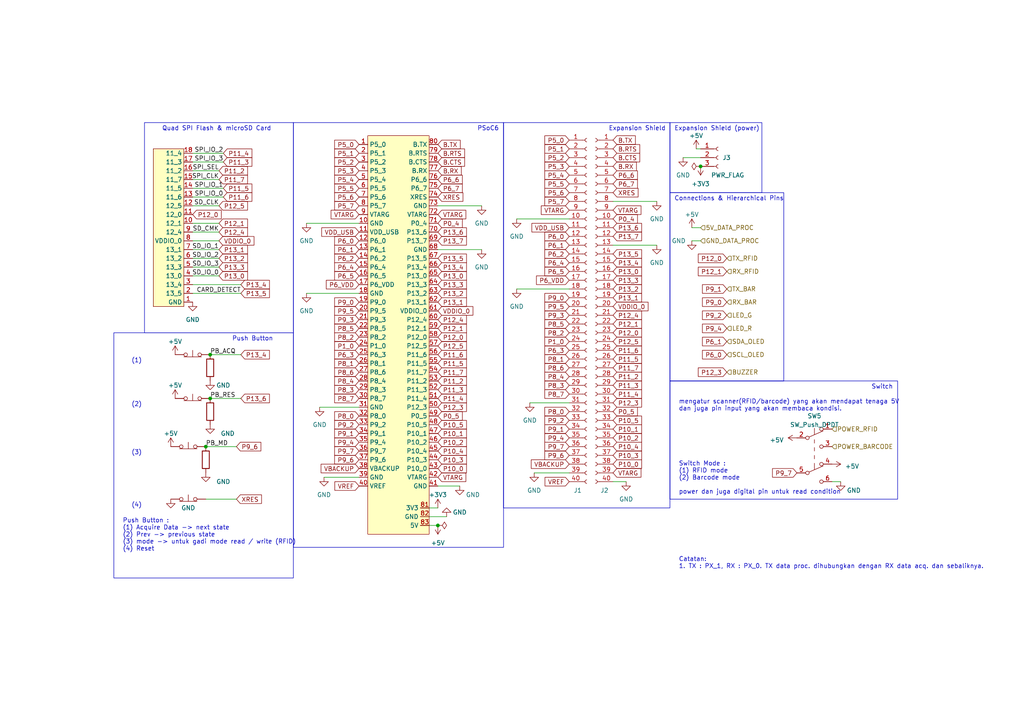
<source format=kicad_sch>
(kicad_sch (version 20230121) (generator eeschema)

  (uuid 36c0f89d-3d44-41f1-bf4f-52c72bbb3af8)

  (paper "A4")

  (title_block
    (title "PSoC (Processing Unit)")
    (date "2024-03-05")
    (rev "2.1")
    (company "Institut Teknologi Bandung")
    (comment 1 "Bostang Palaguna")
    (comment 2 "Designed By:")
  )

  (lib_symbols
    (symbol "Connector:Conn_01x03_Socket" (pin_names (offset 1.016) hide) (in_bom yes) (on_board yes)
      (property "Reference" "J" (at 0 5.08 0)
        (effects (font (size 1.27 1.27)))
      )
      (property "Value" "Conn_01x03_Socket" (at 0 -5.08 0)
        (effects (font (size 1.27 1.27)))
      )
      (property "Footprint" "" (at 0 0 0)
        (effects (font (size 1.27 1.27)) hide)
      )
      (property "Datasheet" "~" (at 0 0 0)
        (effects (font (size 1.27 1.27)) hide)
      )
      (property "ki_locked" "" (at 0 0 0)
        (effects (font (size 1.27 1.27)))
      )
      (property "ki_keywords" "connector" (at 0 0 0)
        (effects (font (size 1.27 1.27)) hide)
      )
      (property "ki_description" "Generic connector, single row, 01x03, script generated" (at 0 0 0)
        (effects (font (size 1.27 1.27)) hide)
      )
      (property "ki_fp_filters" "Connector*:*_1x??_*" (at 0 0 0)
        (effects (font (size 1.27 1.27)) hide)
      )
      (symbol "Conn_01x03_Socket_1_1"
        (arc (start 0 -2.032) (mid -0.5058 -2.54) (end 0 -3.048)
          (stroke (width 0.1524) (type default))
          (fill (type none))
        )
        (polyline
          (pts
            (xy -1.27 -2.54)
            (xy -0.508 -2.54)
          )
          (stroke (width 0.1524) (type default))
          (fill (type none))
        )
        (polyline
          (pts
            (xy -1.27 0)
            (xy -0.508 0)
          )
          (stroke (width 0.1524) (type default))
          (fill (type none))
        )
        (polyline
          (pts
            (xy -1.27 2.54)
            (xy -0.508 2.54)
          )
          (stroke (width 0.1524) (type default))
          (fill (type none))
        )
        (arc (start 0 0.508) (mid -0.5058 0) (end 0 -0.508)
          (stroke (width 0.1524) (type default))
          (fill (type none))
        )
        (arc (start 0 3.048) (mid -0.5058 2.54) (end 0 2.032)
          (stroke (width 0.1524) (type default))
          (fill (type none))
        )
        (pin passive line (at -5.08 2.54 0) (length 3.81)
          (name "Pin_1" (effects (font (size 1.27 1.27))))
          (number "1" (effects (font (size 1.27 1.27))))
        )
        (pin passive line (at -5.08 0 0) (length 3.81)
          (name "Pin_2" (effects (font (size 1.27 1.27))))
          (number "2" (effects (font (size 1.27 1.27))))
        )
        (pin passive line (at -5.08 -2.54 0) (length 3.81)
          (name "Pin_3" (effects (font (size 1.27 1.27))))
          (number "3" (effects (font (size 1.27 1.27))))
        )
      )
    )
    (symbol "Connector:Conn_01x40_Socket" (pin_names (offset 1.016) hide) (in_bom yes) (on_board yes)
      (property "Reference" "J" (at 0 50.8 0)
        (effects (font (size 1.27 1.27)))
      )
      (property "Value" "Conn_01x40_Socket" (at 0 -53.34 0)
        (effects (font (size 1.27 1.27)))
      )
      (property "Footprint" "" (at 0 0 0)
        (effects (font (size 1.27 1.27)) hide)
      )
      (property "Datasheet" "~" (at 0 0 0)
        (effects (font (size 1.27 1.27)) hide)
      )
      (property "ki_locked" "" (at 0 0 0)
        (effects (font (size 1.27 1.27)))
      )
      (property "ki_keywords" "connector" (at 0 0 0)
        (effects (font (size 1.27 1.27)) hide)
      )
      (property "ki_description" "Generic connector, single row, 01x40, script generated" (at 0 0 0)
        (effects (font (size 1.27 1.27)) hide)
      )
      (property "ki_fp_filters" "Connector*:*_1x??_*" (at 0 0 0)
        (effects (font (size 1.27 1.27)) hide)
      )
      (symbol "Conn_01x40_Socket_1_1"
        (arc (start 0 -50.292) (mid -0.5058 -50.8) (end 0 -51.308)
          (stroke (width 0.1524) (type default))
          (fill (type none))
        )
        (arc (start 0 -47.752) (mid -0.5058 -48.26) (end 0 -48.768)
          (stroke (width 0.1524) (type default))
          (fill (type none))
        )
        (arc (start 0 -45.212) (mid -0.5058 -45.72) (end 0 -46.228)
          (stroke (width 0.1524) (type default))
          (fill (type none))
        )
        (arc (start 0 -42.672) (mid -0.5058 -43.18) (end 0 -43.688)
          (stroke (width 0.1524) (type default))
          (fill (type none))
        )
        (arc (start 0 -40.132) (mid -0.5058 -40.64) (end 0 -41.148)
          (stroke (width 0.1524) (type default))
          (fill (type none))
        )
        (arc (start 0 -37.592) (mid -0.5058 -38.1) (end 0 -38.608)
          (stroke (width 0.1524) (type default))
          (fill (type none))
        )
        (arc (start 0 -35.052) (mid -0.5058 -35.56) (end 0 -36.068)
          (stroke (width 0.1524) (type default))
          (fill (type none))
        )
        (arc (start 0 -32.512) (mid -0.5058 -33.02) (end 0 -33.528)
          (stroke (width 0.1524) (type default))
          (fill (type none))
        )
        (arc (start 0 -29.972) (mid -0.5058 -30.48) (end 0 -30.988)
          (stroke (width 0.1524) (type default))
          (fill (type none))
        )
        (arc (start 0 -27.432) (mid -0.5058 -27.94) (end 0 -28.448)
          (stroke (width 0.1524) (type default))
          (fill (type none))
        )
        (arc (start 0 -24.892) (mid -0.5058 -25.4) (end 0 -25.908)
          (stroke (width 0.1524) (type default))
          (fill (type none))
        )
        (arc (start 0 -22.352) (mid -0.5058 -22.86) (end 0 -23.368)
          (stroke (width 0.1524) (type default))
          (fill (type none))
        )
        (arc (start 0 -19.812) (mid -0.5058 -20.32) (end 0 -20.828)
          (stroke (width 0.1524) (type default))
          (fill (type none))
        )
        (arc (start 0 -17.272) (mid -0.5058 -17.78) (end 0 -18.288)
          (stroke (width 0.1524) (type default))
          (fill (type none))
        )
        (arc (start 0 -14.732) (mid -0.5058 -15.24) (end 0 -15.748)
          (stroke (width 0.1524) (type default))
          (fill (type none))
        )
        (arc (start 0 -12.192) (mid -0.5058 -12.7) (end 0 -13.208)
          (stroke (width 0.1524) (type default))
          (fill (type none))
        )
        (arc (start 0 -9.652) (mid -0.5058 -10.16) (end 0 -10.668)
          (stroke (width 0.1524) (type default))
          (fill (type none))
        )
        (arc (start 0 -7.112) (mid -0.5058 -7.62) (end 0 -8.128)
          (stroke (width 0.1524) (type default))
          (fill (type none))
        )
        (arc (start 0 -4.572) (mid -0.5058 -5.08) (end 0 -5.588)
          (stroke (width 0.1524) (type default))
          (fill (type none))
        )
        (arc (start 0 -2.032) (mid -0.5058 -2.54) (end 0 -3.048)
          (stroke (width 0.1524) (type default))
          (fill (type none))
        )
        (polyline
          (pts
            (xy -1.27 -50.8)
            (xy -0.508 -50.8)
          )
          (stroke (width 0.1524) (type default))
          (fill (type none))
        )
        (polyline
          (pts
            (xy -1.27 -48.26)
            (xy -0.508 -48.26)
          )
          (stroke (width 0.1524) (type default))
          (fill (type none))
        )
        (polyline
          (pts
            (xy -1.27 -45.72)
            (xy -0.508 -45.72)
          )
          (stroke (width 0.1524) (type default))
          (fill (type none))
        )
        (polyline
          (pts
            (xy -1.27 -43.18)
            (xy -0.508 -43.18)
          )
          (stroke (width 0.1524) (type default))
          (fill (type none))
        )
        (polyline
          (pts
            (xy -1.27 -40.64)
            (xy -0.508 -40.64)
          )
          (stroke (width 0.1524) (type default))
          (fill (type none))
        )
        (polyline
          (pts
            (xy -1.27 -38.1)
            (xy -0.508 -38.1)
          )
          (stroke (width 0.1524) (type default))
          (fill (type none))
        )
        (polyline
          (pts
            (xy -1.27 -35.56)
            (xy -0.508 -35.56)
          )
          (stroke (width 0.1524) (type default))
          (fill (type none))
        )
        (polyline
          (pts
            (xy -1.27 -33.02)
            (xy -0.508 -33.02)
          )
          (stroke (width 0.1524) (type default))
          (fill (type none))
        )
        (polyline
          (pts
            (xy -1.27 -30.48)
            (xy -0.508 -30.48)
          )
          (stroke (width 0.1524) (type default))
          (fill (type none))
        )
        (polyline
          (pts
            (xy -1.27 -27.94)
            (xy -0.508 -27.94)
          )
          (stroke (width 0.1524) (type default))
          (fill (type none))
        )
        (polyline
          (pts
            (xy -1.27 -25.4)
            (xy -0.508 -25.4)
          )
          (stroke (width 0.1524) (type default))
          (fill (type none))
        )
        (polyline
          (pts
            (xy -1.27 -22.86)
            (xy -0.508 -22.86)
          )
          (stroke (width 0.1524) (type default))
          (fill (type none))
        )
        (polyline
          (pts
            (xy -1.27 -20.32)
            (xy -0.508 -20.32)
          )
          (stroke (width 0.1524) (type default))
          (fill (type none))
        )
        (polyline
          (pts
            (xy -1.27 -17.78)
            (xy -0.508 -17.78)
          )
          (stroke (width 0.1524) (type default))
          (fill (type none))
        )
        (polyline
          (pts
            (xy -1.27 -15.24)
            (xy -0.508 -15.24)
          )
          (stroke (width 0.1524) (type default))
          (fill (type none))
        )
        (polyline
          (pts
            (xy -1.27 -12.7)
            (xy -0.508 -12.7)
          )
          (stroke (width 0.1524) (type default))
          (fill (type none))
        )
        (polyline
          (pts
            (xy -1.27 -10.16)
            (xy -0.508 -10.16)
          )
          (stroke (width 0.1524) (type default))
          (fill (type none))
        )
        (polyline
          (pts
            (xy -1.27 -7.62)
            (xy -0.508 -7.62)
          )
          (stroke (width 0.1524) (type default))
          (fill (type none))
        )
        (polyline
          (pts
            (xy -1.27 -5.08)
            (xy -0.508 -5.08)
          )
          (stroke (width 0.1524) (type default))
          (fill (type none))
        )
        (polyline
          (pts
            (xy -1.27 -2.54)
            (xy -0.508 -2.54)
          )
          (stroke (width 0.1524) (type default))
          (fill (type none))
        )
        (polyline
          (pts
            (xy -1.27 0)
            (xy -0.508 0)
          )
          (stroke (width 0.1524) (type default))
          (fill (type none))
        )
        (polyline
          (pts
            (xy -1.27 2.54)
            (xy -0.508 2.54)
          )
          (stroke (width 0.1524) (type default))
          (fill (type none))
        )
        (polyline
          (pts
            (xy -1.27 5.08)
            (xy -0.508 5.08)
          )
          (stroke (width 0.1524) (type default))
          (fill (type none))
        )
        (polyline
          (pts
            (xy -1.27 7.62)
            (xy -0.508 7.62)
          )
          (stroke (width 0.1524) (type default))
          (fill (type none))
        )
        (polyline
          (pts
            (xy -1.27 10.16)
            (xy -0.508 10.16)
          )
          (stroke (width 0.1524) (type default))
          (fill (type none))
        )
        (polyline
          (pts
            (xy -1.27 12.7)
            (xy -0.508 12.7)
          )
          (stroke (width 0.1524) (type default))
          (fill (type none))
        )
        (polyline
          (pts
            (xy -1.27 15.24)
            (xy -0.508 15.24)
          )
          (stroke (width 0.1524) (type default))
          (fill (type none))
        )
        (polyline
          (pts
            (xy -1.27 17.78)
            (xy -0.508 17.78)
          )
          (stroke (width 0.1524) (type default))
          (fill (type none))
        )
        (polyline
          (pts
            (xy -1.27 20.32)
            (xy -0.508 20.32)
          )
          (stroke (width 0.1524) (type default))
          (fill (type none))
        )
        (polyline
          (pts
            (xy -1.27 22.86)
            (xy -0.508 22.86)
          )
          (stroke (width 0.1524) (type default))
          (fill (type none))
        )
        (polyline
          (pts
            (xy -1.27 25.4)
            (xy -0.508 25.4)
          )
          (stroke (width 0.1524) (type default))
          (fill (type none))
        )
        (polyline
          (pts
            (xy -1.27 27.94)
            (xy -0.508 27.94)
          )
          (stroke (width 0.1524) (type default))
          (fill (type none))
        )
        (polyline
          (pts
            (xy -1.27 30.48)
            (xy -0.508 30.48)
          )
          (stroke (width 0.1524) (type default))
          (fill (type none))
        )
        (polyline
          (pts
            (xy -1.27 33.02)
            (xy -0.508 33.02)
          )
          (stroke (width 0.1524) (type default))
          (fill (type none))
        )
        (polyline
          (pts
            (xy -1.27 35.56)
            (xy -0.508 35.56)
          )
          (stroke (width 0.1524) (type default))
          (fill (type none))
        )
        (polyline
          (pts
            (xy -1.27 38.1)
            (xy -0.508 38.1)
          )
          (stroke (width 0.1524) (type default))
          (fill (type none))
        )
        (polyline
          (pts
            (xy -1.27 40.64)
            (xy -0.508 40.64)
          )
          (stroke (width 0.1524) (type default))
          (fill (type none))
        )
        (polyline
          (pts
            (xy -1.27 43.18)
            (xy -0.508 43.18)
          )
          (stroke (width 0.1524) (type default))
          (fill (type none))
        )
        (polyline
          (pts
            (xy -1.27 45.72)
            (xy -0.508 45.72)
          )
          (stroke (width 0.1524) (type default))
          (fill (type none))
        )
        (polyline
          (pts
            (xy -1.27 48.26)
            (xy -0.508 48.26)
          )
          (stroke (width 0.1524) (type default))
          (fill (type none))
        )
        (arc (start 0 0.508) (mid -0.5058 0) (end 0 -0.508)
          (stroke (width 0.1524) (type default))
          (fill (type none))
        )
        (arc (start 0 3.048) (mid -0.5058 2.54) (end 0 2.032)
          (stroke (width 0.1524) (type default))
          (fill (type none))
        )
        (arc (start 0 5.588) (mid -0.5058 5.08) (end 0 4.572)
          (stroke (width 0.1524) (type default))
          (fill (type none))
        )
        (arc (start 0 8.128) (mid -0.5058 7.62) (end 0 7.112)
          (stroke (width 0.1524) (type default))
          (fill (type none))
        )
        (arc (start 0 10.668) (mid -0.5058 10.16) (end 0 9.652)
          (stroke (width 0.1524) (type default))
          (fill (type none))
        )
        (arc (start 0 13.208) (mid -0.5058 12.7) (end 0 12.192)
          (stroke (width 0.1524) (type default))
          (fill (type none))
        )
        (arc (start 0 15.748) (mid -0.5058 15.24) (end 0 14.732)
          (stroke (width 0.1524) (type default))
          (fill (type none))
        )
        (arc (start 0 18.288) (mid -0.5058 17.78) (end 0 17.272)
          (stroke (width 0.1524) (type default))
          (fill (type none))
        )
        (arc (start 0 20.828) (mid -0.5058 20.32) (end 0 19.812)
          (stroke (width 0.1524) (type default))
          (fill (type none))
        )
        (arc (start 0 23.368) (mid -0.5058 22.86) (end 0 22.352)
          (stroke (width 0.1524) (type default))
          (fill (type none))
        )
        (arc (start 0 25.908) (mid -0.5058 25.4) (end 0 24.892)
          (stroke (width 0.1524) (type default))
          (fill (type none))
        )
        (arc (start 0 28.448) (mid -0.5058 27.94) (end 0 27.432)
          (stroke (width 0.1524) (type default))
          (fill (type none))
        )
        (arc (start 0 30.988) (mid -0.5058 30.48) (end 0 29.972)
          (stroke (width 0.1524) (type default))
          (fill (type none))
        )
        (arc (start 0 33.528) (mid -0.5058 33.02) (end 0 32.512)
          (stroke (width 0.1524) (type default))
          (fill (type none))
        )
        (arc (start 0 36.068) (mid -0.5058 35.56) (end 0 35.052)
          (stroke (width 0.1524) (type default))
          (fill (type none))
        )
        (arc (start 0 38.608) (mid -0.5058 38.1) (end 0 37.592)
          (stroke (width 0.1524) (type default))
          (fill (type none))
        )
        (arc (start 0 41.148) (mid -0.5058 40.64) (end 0 40.132)
          (stroke (width 0.1524) (type default))
          (fill (type none))
        )
        (arc (start 0 43.688) (mid -0.5058 43.18) (end 0 42.672)
          (stroke (width 0.1524) (type default))
          (fill (type none))
        )
        (arc (start 0 46.228) (mid -0.5058 45.72) (end 0 45.212)
          (stroke (width 0.1524) (type default))
          (fill (type none))
        )
        (arc (start 0 48.768) (mid -0.5058 48.26) (end 0 47.752)
          (stroke (width 0.1524) (type default))
          (fill (type none))
        )
        (pin passive line (at -5.08 48.26 0) (length 3.81)
          (name "Pin_1" (effects (font (size 1.27 1.27))))
          (number "1" (effects (font (size 1.27 1.27))))
        )
        (pin passive line (at -5.08 25.4 0) (length 3.81)
          (name "Pin_10" (effects (font (size 1.27 1.27))))
          (number "10" (effects (font (size 1.27 1.27))))
        )
        (pin passive line (at -5.08 22.86 0) (length 3.81)
          (name "Pin_11" (effects (font (size 1.27 1.27))))
          (number "11" (effects (font (size 1.27 1.27))))
        )
        (pin passive line (at -5.08 20.32 0) (length 3.81)
          (name "Pin_12" (effects (font (size 1.27 1.27))))
          (number "12" (effects (font (size 1.27 1.27))))
        )
        (pin passive line (at -5.08 17.78 0) (length 3.81)
          (name "Pin_13" (effects (font (size 1.27 1.27))))
          (number "13" (effects (font (size 1.27 1.27))))
        )
        (pin passive line (at -5.08 15.24 0) (length 3.81)
          (name "Pin_14" (effects (font (size 1.27 1.27))))
          (number "14" (effects (font (size 1.27 1.27))))
        )
        (pin passive line (at -5.08 12.7 0) (length 3.81)
          (name "Pin_15" (effects (font (size 1.27 1.27))))
          (number "15" (effects (font (size 1.27 1.27))))
        )
        (pin passive line (at -5.08 10.16 0) (length 3.81)
          (name "Pin_16" (effects (font (size 1.27 1.27))))
          (number "16" (effects (font (size 1.27 1.27))))
        )
        (pin passive line (at -5.08 7.62 0) (length 3.81)
          (name "Pin_17" (effects (font (size 1.27 1.27))))
          (number "17" (effects (font (size 1.27 1.27))))
        )
        (pin passive line (at -5.08 5.08 0) (length 3.81)
          (name "Pin_18" (effects (font (size 1.27 1.27))))
          (number "18" (effects (font (size 1.27 1.27))))
        )
        (pin passive line (at -5.08 2.54 0) (length 3.81)
          (name "Pin_19" (effects (font (size 1.27 1.27))))
          (number "19" (effects (font (size 1.27 1.27))))
        )
        (pin passive line (at -5.08 45.72 0) (length 3.81)
          (name "Pin_2" (effects (font (size 1.27 1.27))))
          (number "2" (effects (font (size 1.27 1.27))))
        )
        (pin passive line (at -5.08 0 0) (length 3.81)
          (name "Pin_20" (effects (font (size 1.27 1.27))))
          (number "20" (effects (font (size 1.27 1.27))))
        )
        (pin passive line (at -5.08 -2.54 0) (length 3.81)
          (name "Pin_21" (effects (font (size 1.27 1.27))))
          (number "21" (effects (font (size 1.27 1.27))))
        )
        (pin passive line (at -5.08 -5.08 0) (length 3.81)
          (name "Pin_22" (effects (font (size 1.27 1.27))))
          (number "22" (effects (font (size 1.27 1.27))))
        )
        (pin passive line (at -5.08 -7.62 0) (length 3.81)
          (name "Pin_23" (effects (font (size 1.27 1.27))))
          (number "23" (effects (font (size 1.27 1.27))))
        )
        (pin passive line (at -5.08 -10.16 0) (length 3.81)
          (name "Pin_24" (effects (font (size 1.27 1.27))))
          (number "24" (effects (font (size 1.27 1.27))))
        )
        (pin passive line (at -5.08 -12.7 0) (length 3.81)
          (name "Pin_25" (effects (font (size 1.27 1.27))))
          (number "25" (effects (font (size 1.27 1.27))))
        )
        (pin passive line (at -5.08 -15.24 0) (length 3.81)
          (name "Pin_26" (effects (font (size 1.27 1.27))))
          (number "26" (effects (font (size 1.27 1.27))))
        )
        (pin passive line (at -5.08 -17.78 0) (length 3.81)
          (name "Pin_27" (effects (font (size 1.27 1.27))))
          (number "27" (effects (font (size 1.27 1.27))))
        )
        (pin passive line (at -5.08 -20.32 0) (length 3.81)
          (name "Pin_28" (effects (font (size 1.27 1.27))))
          (number "28" (effects (font (size 1.27 1.27))))
        )
        (pin passive line (at -5.08 -22.86 0) (length 3.81)
          (name "Pin_29" (effects (font (size 1.27 1.27))))
          (number "29" (effects (font (size 1.27 1.27))))
        )
        (pin passive line (at -5.08 43.18 0) (length 3.81)
          (name "Pin_3" (effects (font (size 1.27 1.27))))
          (number "3" (effects (font (size 1.27 1.27))))
        )
        (pin passive line (at -5.08 -25.4 0) (length 3.81)
          (name "Pin_30" (effects (font (size 1.27 1.27))))
          (number "30" (effects (font (size 1.27 1.27))))
        )
        (pin passive line (at -5.08 -27.94 0) (length 3.81)
          (name "Pin_31" (effects (font (size 1.27 1.27))))
          (number "31" (effects (font (size 1.27 1.27))))
        )
        (pin passive line (at -5.08 -30.48 0) (length 3.81)
          (name "Pin_32" (effects (font (size 1.27 1.27))))
          (number "32" (effects (font (size 1.27 1.27))))
        )
        (pin passive line (at -5.08 -33.02 0) (length 3.81)
          (name "Pin_33" (effects (font (size 1.27 1.27))))
          (number "33" (effects (font (size 1.27 1.27))))
        )
        (pin passive line (at -5.08 -35.56 0) (length 3.81)
          (name "Pin_34" (effects (font (size 1.27 1.27))))
          (number "34" (effects (font (size 1.27 1.27))))
        )
        (pin passive line (at -5.08 -38.1 0) (length 3.81)
          (name "Pin_35" (effects (font (size 1.27 1.27))))
          (number "35" (effects (font (size 1.27 1.27))))
        )
        (pin passive line (at -5.08 -40.64 0) (length 3.81)
          (name "Pin_36" (effects (font (size 1.27 1.27))))
          (number "36" (effects (font (size 1.27 1.27))))
        )
        (pin passive line (at -5.08 -43.18 0) (length 3.81)
          (name "Pin_37" (effects (font (size 1.27 1.27))))
          (number "37" (effects (font (size 1.27 1.27))))
        )
        (pin passive line (at -5.08 -45.72 0) (length 3.81)
          (name "Pin_38" (effects (font (size 1.27 1.27))))
          (number "38" (effects (font (size 1.27 1.27))))
        )
        (pin passive line (at -5.08 -48.26 0) (length 3.81)
          (name "Pin_39" (effects (font (size 1.27 1.27))))
          (number "39" (effects (font (size 1.27 1.27))))
        )
        (pin passive line (at -5.08 40.64 0) (length 3.81)
          (name "Pin_4" (effects (font (size 1.27 1.27))))
          (number "4" (effects (font (size 1.27 1.27))))
        )
        (pin passive line (at -5.08 -50.8 0) (length 3.81)
          (name "Pin_40" (effects (font (size 1.27 1.27))))
          (number "40" (effects (font (size 1.27 1.27))))
        )
        (pin passive line (at -5.08 38.1 0) (length 3.81)
          (name "Pin_5" (effects (font (size 1.27 1.27))))
          (number "5" (effects (font (size 1.27 1.27))))
        )
        (pin passive line (at -5.08 35.56 0) (length 3.81)
          (name "Pin_6" (effects (font (size 1.27 1.27))))
          (number "6" (effects (font (size 1.27 1.27))))
        )
        (pin passive line (at -5.08 33.02 0) (length 3.81)
          (name "Pin_7" (effects (font (size 1.27 1.27))))
          (number "7" (effects (font (size 1.27 1.27))))
        )
        (pin passive line (at -5.08 30.48 0) (length 3.81)
          (name "Pin_8" (effects (font (size 1.27 1.27))))
          (number "8" (effects (font (size 1.27 1.27))))
        )
        (pin passive line (at -5.08 27.94 0) (length 3.81)
          (name "Pin_9" (effects (font (size 1.27 1.27))))
          (number "9" (effects (font (size 1.27 1.27))))
        )
      )
    )
    (symbol "Device:R" (pin_numbers hide) (pin_names (offset 0)) (in_bom yes) (on_board yes)
      (property "Reference" "R" (at 2.032 0 90)
        (effects (font (size 1.27 1.27)))
      )
      (property "Value" "R" (at 0 0 90)
        (effects (font (size 1.27 1.27)))
      )
      (property "Footprint" "" (at -1.778 0 90)
        (effects (font (size 1.27 1.27)) hide)
      )
      (property "Datasheet" "~" (at 0 0 0)
        (effects (font (size 1.27 1.27)) hide)
      )
      (property "ki_keywords" "R res resistor" (at 0 0 0)
        (effects (font (size 1.27 1.27)) hide)
      )
      (property "ki_description" "Resistor" (at 0 0 0)
        (effects (font (size 1.27 1.27)) hide)
      )
      (property "ki_fp_filters" "R_*" (at 0 0 0)
        (effects (font (size 1.27 1.27)) hide)
      )
      (symbol "R_0_1"
        (rectangle (start -1.016 -2.54) (end 1.016 2.54)
          (stroke (width 0.254) (type default))
          (fill (type none))
        )
      )
      (symbol "R_1_1"
        (pin passive line (at 0 3.81 270) (length 1.27)
          (name "~" (effects (font (size 1.27 1.27))))
          (number "1" (effects (font (size 1.27 1.27))))
        )
        (pin passive line (at 0 -3.81 90) (length 1.27)
          (name "~" (effects (font (size 1.27 1.27))))
          (number "2" (effects (font (size 1.27 1.27))))
        )
      )
    )
    (symbol "Switch:SW_Push_DPDT" (pin_names (offset 0) hide) (in_bom yes) (on_board yes)
      (property "Reference" "SW" (at 0 8.89 0)
        (effects (font (size 1.27 1.27)))
      )
      (property "Value" "SW_Push_DPDT" (at 0 -10.16 0)
        (effects (font (size 1.27 1.27)))
      )
      (property "Footprint" "" (at 0 5.08 0)
        (effects (font (size 1.27 1.27)) hide)
      )
      (property "Datasheet" "~" (at 0 5.08 0)
        (effects (font (size 1.27 1.27)) hide)
      )
      (property "ki_keywords" "switch dual-pole double-throw spdt ON-ON" (at 0 0 0)
        (effects (font (size 1.27 1.27)) hide)
      )
      (property "ki_description" "Momentary Switch, dual pole double throw" (at 0 0 0)
        (effects (font (size 1.27 1.27)) hide)
      )
      (symbol "SW_Push_DPDT_0_0"
        (circle (center -2.032 -5.08) (radius 0.508)
          (stroke (width 0) (type default))
          (fill (type none))
        )
        (circle (center -2.032 5.08) (radius 0.508)
          (stroke (width 0) (type default))
          (fill (type none))
        )
        (circle (center 2.032 -7.62) (radius 0.508)
          (stroke (width 0) (type default))
          (fill (type none))
        )
        (circle (center 2.032 2.54) (radius 0.508)
          (stroke (width 0) (type default))
          (fill (type none))
        )
      )
      (symbol "SW_Push_DPDT_0_1"
        (polyline
          (pts
            (xy -1.524 -4.826)
            (xy 2.54 -3.048)
          )
          (stroke (width 0) (type default))
          (fill (type none))
        )
        (polyline
          (pts
            (xy -1.524 5.334)
            (xy 2.54 7.112)
          )
          (stroke (width 0) (type default))
          (fill (type none))
        )
        (polyline
          (pts
            (xy 0 -2.286)
            (xy 0 -4.064)
          )
          (stroke (width 0) (type default))
          (fill (type none))
        )
        (polyline
          (pts
            (xy 0 -1.016)
            (xy 0 0)
          )
          (stroke (width 0) (type default))
          (fill (type none))
        )
        (polyline
          (pts
            (xy 0 1.27)
            (xy 0 2.286)
          )
          (stroke (width 0) (type default))
          (fill (type none))
        )
        (polyline
          (pts
            (xy 0 3.556)
            (xy 0 4.572)
          )
          (stroke (width 0) (type default))
          (fill (type none))
        )
        (polyline
          (pts
            (xy 0 7.874)
            (xy 0 6.096)
          )
          (stroke (width 0) (type default))
          (fill (type none))
        )
        (circle (center 2.032 -2.54) (radius 0.508)
          (stroke (width 0) (type default))
          (fill (type none))
        )
        (circle (center 2.032 7.62) (radius 0.508)
          (stroke (width 0) (type default))
          (fill (type none))
        )
      )
      (symbol "SW_Push_DPDT_1_1"
        (pin passive line (at 5.08 7.62 180) (length 2.54)
          (name "A" (effects (font (size 1.27 1.27))))
          (number "1" (effects (font (size 1.27 1.27))))
        )
        (pin passive line (at -5.08 5.08 0) (length 2.54)
          (name "B" (effects (font (size 1.27 1.27))))
          (number "2" (effects (font (size 1.27 1.27))))
        )
        (pin passive line (at 5.08 2.54 180) (length 2.54)
          (name "C" (effects (font (size 1.27 1.27))))
          (number "3" (effects (font (size 1.27 1.27))))
        )
        (pin passive line (at 5.08 -2.54 180) (length 2.54)
          (name "A" (effects (font (size 1.27 1.27))))
          (number "4" (effects (font (size 1.27 1.27))))
        )
        (pin passive line (at -5.08 -5.08 0) (length 2.54)
          (name "B" (effects (font (size 1.27 1.27))))
          (number "5" (effects (font (size 1.27 1.27))))
        )
        (pin passive line (at 5.08 -7.62 180) (length 2.54)
          (name "C" (effects (font (size 1.27 1.27))))
          (number "6" (effects (font (size 1.27 1.27))))
        )
      )
    )
    (symbol "Switch:SW_Push_Open" (pin_numbers hide) (pin_names (offset 1.016) hide) (in_bom yes) (on_board yes)
      (property "Reference" "SW" (at 0 2.54 0)
        (effects (font (size 1.27 1.27)))
      )
      (property "Value" "SW_Push_Open" (at 0 -1.905 0)
        (effects (font (size 1.27 1.27)))
      )
      (property "Footprint" "" (at 0 5.08 0)
        (effects (font (size 1.27 1.27)) hide)
      )
      (property "Datasheet" "~" (at 0 5.08 0)
        (effects (font (size 1.27 1.27)) hide)
      )
      (property "ki_keywords" "switch normally-closed pushbutton push-button" (at 0 0 0)
        (effects (font (size 1.27 1.27)) hide)
      )
      (property "ki_description" "Push button switch, push-to-open, generic, two pins" (at 0 0 0)
        (effects (font (size 1.27 1.27)) hide)
      )
      (symbol "SW_Push_Open_0_1"
        (circle (center -2.032 0) (radius 0.508)
          (stroke (width 0) (type default))
          (fill (type none))
        )
        (polyline
          (pts
            (xy -2.54 -0.635)
            (xy 2.54 -0.635)
          )
          (stroke (width 0) (type default))
          (fill (type none))
        )
        (polyline
          (pts
            (xy 0 -0.635)
            (xy 0 1.27)
          )
          (stroke (width 0) (type default))
          (fill (type none))
        )
        (circle (center 2.032 0) (radius 0.508)
          (stroke (width 0) (type default))
          (fill (type none))
        )
        (pin passive line (at -5.08 0 0) (length 2.54)
          (name "A" (effects (font (size 1.27 1.27))))
          (number "1" (effects (font (size 1.27 1.27))))
        )
      )
      (symbol "SW_Push_Open_1_1"
        (pin passive line (at 5.08 0 180) (length 2.54)
          (name "B" (effects (font (size 1.27 1.27))))
          (number "2" (effects (font (size 1.27 1.27))))
        )
      )
    )
    (symbol "WMS_components:CY8CPROTO-062-4343W" (in_bom yes) (on_board yes)
      (property "Reference" "U" (at 1.27 52.07 0)
        (effects (font (size 1.27 1.27)))
      )
      (property "Value" "" (at -27.94 46.99 0)
        (effects (font (size 1.27 1.27)))
      )
      (property "Footprint" "" (at -27.94 46.99 0)
        (effects (font (size 1.27 1.27)) hide)
      )
      (property "Datasheet" "" (at -27.94 46.99 0)
        (effects (font (size 1.27 1.27)) hide)
      )
      (symbol "CY8CPROTO-062-4343W_1_1"
        (rectangle (start -8.89 49.53) (end 8.89 -66.04)
          (stroke (width 0) (type default))
          (fill (type background))
        )
        (pin bidirectional line (at -11.43 46.99 0) (length 2.54)
          (name "P5_0" (effects (font (size 1.27 1.27))))
          (number "1" (effects (font (size 1.27 1.27))))
        )
        (pin bidirectional line (at -11.43 24.13 0) (length 2.54)
          (name "GND" (effects (font (size 1.27 1.27))))
          (number "10" (effects (font (size 1.27 1.27))))
        )
        (pin bidirectional line (at -11.43 21.59 0) (length 2.54)
          (name "VDD_USB" (effects (font (size 1.27 1.27))))
          (number "11" (effects (font (size 1.27 1.27))))
        )
        (pin bidirectional line (at -11.43 19.05 0) (length 2.54)
          (name "P6_0" (effects (font (size 1.27 1.27))))
          (number "12" (effects (font (size 1.27 1.27))))
        )
        (pin bidirectional line (at -11.43 16.51 0) (length 2.54)
          (name "P6_1" (effects (font (size 1.27 1.27))))
          (number "13" (effects (font (size 1.27 1.27))))
        )
        (pin bidirectional line (at -11.43 13.97 0) (length 2.54)
          (name "P6_2" (effects (font (size 1.27 1.27))))
          (number "14" (effects (font (size 1.27 1.27))))
        )
        (pin bidirectional line (at -11.43 11.43 0) (length 2.54)
          (name "P6_4" (effects (font (size 1.27 1.27))))
          (number "15" (effects (font (size 1.27 1.27))))
        )
        (pin bidirectional line (at -11.43 8.89 0) (length 2.54)
          (name "P6_5" (effects (font (size 1.27 1.27))))
          (number "16" (effects (font (size 1.27 1.27))))
        )
        (pin bidirectional line (at -11.43 6.35 0) (length 2.54)
          (name "P6_VDD" (effects (font (size 1.27 1.27))))
          (number "17" (effects (font (size 1.27 1.27))))
        )
        (pin bidirectional line (at -11.43 3.81 0) (length 2.54)
          (name "GND" (effects (font (size 1.27 1.27))))
          (number "18" (effects (font (size 1.27 1.27))))
        )
        (pin bidirectional line (at -11.43 1.27 0) (length 2.54)
          (name "P9_0" (effects (font (size 1.27 1.27))))
          (number "19" (effects (font (size 1.27 1.27))))
        )
        (pin bidirectional line (at -11.43 44.45 0) (length 2.54)
          (name "P5_1" (effects (font (size 1.27 1.27))))
          (number "2" (effects (font (size 1.27 1.27))))
        )
        (pin bidirectional line (at -11.43 -1.27 0) (length 2.54)
          (name "P9_5" (effects (font (size 1.27 1.27))))
          (number "20" (effects (font (size 1.27 1.27))))
        )
        (pin bidirectional line (at -11.43 -3.81 0) (length 2.54)
          (name "P9_3" (effects (font (size 1.27 1.27))))
          (number "21" (effects (font (size 1.27 1.27))))
        )
        (pin bidirectional line (at -11.43 -6.35 0) (length 2.54)
          (name "P8_5" (effects (font (size 1.27 1.27))))
          (number "22" (effects (font (size 1.27 1.27))))
        )
        (pin bidirectional line (at -11.43 -8.89 0) (length 2.54)
          (name "P8_2" (effects (font (size 1.27 1.27))))
          (number "23" (effects (font (size 1.27 1.27))))
        )
        (pin bidirectional line (at -11.43 -11.43 0) (length 2.54)
          (name "P1_0" (effects (font (size 1.27 1.27))))
          (number "24" (effects (font (size 1.27 1.27))))
        )
        (pin bidirectional line (at -11.43 -13.97 0) (length 2.54)
          (name "P6_3" (effects (font (size 1.27 1.27))))
          (number "25" (effects (font (size 1.27 1.27))))
        )
        (pin bidirectional line (at -11.43 -16.51 0) (length 2.54)
          (name "P8_1" (effects (font (size 1.27 1.27))))
          (number "26" (effects (font (size 1.27 1.27))))
        )
        (pin bidirectional line (at -11.43 -19.05 0) (length 2.54)
          (name "P8_6" (effects (font (size 1.27 1.27))))
          (number "27" (effects (font (size 1.27 1.27))))
        )
        (pin bidirectional line (at -11.43 -21.59 0) (length 2.54)
          (name "P8_4" (effects (font (size 1.27 1.27))))
          (number "28" (effects (font (size 1.27 1.27))))
        )
        (pin bidirectional line (at -11.43 -24.13 0) (length 2.54)
          (name "P8_3" (effects (font (size 1.27 1.27))))
          (number "29" (effects (font (size 1.27 1.27))))
        )
        (pin bidirectional line (at -11.43 41.91 0) (length 2.54)
          (name "P5_2" (effects (font (size 1.27 1.27))))
          (number "3" (effects (font (size 1.27 1.27))))
        )
        (pin bidirectional line (at -11.43 -26.67 0) (length 2.54)
          (name "P8_7" (effects (font (size 1.27 1.27))))
          (number "30" (effects (font (size 1.27 1.27))))
        )
        (pin bidirectional line (at -11.43 -29.21 0) (length 2.54)
          (name "GND" (effects (font (size 1.27 1.27))))
          (number "31" (effects (font (size 1.27 1.27))))
        )
        (pin bidirectional line (at -11.43 -31.75 0) (length 2.54)
          (name "P8_0" (effects (font (size 1.27 1.27))))
          (number "32" (effects (font (size 1.27 1.27))))
        )
        (pin bidirectional line (at -11.43 -34.29 0) (length 2.54)
          (name "P9_2" (effects (font (size 1.27 1.27))))
          (number "33" (effects (font (size 1.27 1.27))))
        )
        (pin bidirectional line (at -11.43 -36.83 0) (length 2.54)
          (name "P9_1" (effects (font (size 1.27 1.27))))
          (number "34" (effects (font (size 1.27 1.27))))
        )
        (pin bidirectional line (at -11.43 -39.37 0) (length 2.54)
          (name "P9_4" (effects (font (size 1.27 1.27))))
          (number "35" (effects (font (size 1.27 1.27))))
        )
        (pin bidirectional line (at -11.43 -41.91 0) (length 2.54)
          (name "P9_7" (effects (font (size 1.27 1.27))))
          (number "36" (effects (font (size 1.27 1.27))))
        )
        (pin bidirectional line (at -11.43 -44.45 0) (length 2.54)
          (name "P9_6" (effects (font (size 1.27 1.27))))
          (number "37" (effects (font (size 1.27 1.27))))
        )
        (pin bidirectional line (at -11.43 -46.99 0) (length 2.54)
          (name "VBACKUP" (effects (font (size 1.27 1.27))))
          (number "38" (effects (font (size 1.27 1.27))))
        )
        (pin bidirectional line (at -11.43 -49.53 0) (length 2.54)
          (name "GND" (effects (font (size 1.27 1.27))))
          (number "39" (effects (font (size 1.27 1.27))))
        )
        (pin bidirectional line (at -11.43 39.37 0) (length 2.54)
          (name "P5_3" (effects (font (size 1.27 1.27))))
          (number "4" (effects (font (size 1.27 1.27))))
        )
        (pin bidirectional line (at -11.43 -52.07 0) (length 2.54)
          (name "VREF" (effects (font (size 1.27 1.27))))
          (number "40" (effects (font (size 1.27 1.27))))
        )
        (pin bidirectional line (at 11.43 -52.07 180) (length 2.54)
          (name "GND" (effects (font (size 1.27 1.27))))
          (number "41" (effects (font (size 1.27 1.27))))
        )
        (pin bidirectional line (at 11.43 -49.53 180) (length 2.54)
          (name "VTARG" (effects (font (size 1.27 1.27))))
          (number "42" (effects (font (size 1.27 1.27))))
        )
        (pin bidirectional line (at 11.43 -46.99 180) (length 2.54)
          (name "P10_0" (effects (font (size 1.27 1.27))))
          (number "43" (effects (font (size 1.27 1.27))))
        )
        (pin bidirectional line (at 11.43 -44.45 180) (length 2.54)
          (name "P10_3" (effects (font (size 1.27 1.27))))
          (number "44" (effects (font (size 1.27 1.27))))
        )
        (pin bidirectional line (at 11.43 -41.91 180) (length 2.54)
          (name "P10_4" (effects (font (size 1.27 1.27))))
          (number "45" (effects (font (size 1.27 1.27))))
        )
        (pin bidirectional line (at 11.43 -39.37 180) (length 2.54)
          (name "P10_2" (effects (font (size 1.27 1.27))))
          (number "46" (effects (font (size 1.27 1.27))))
        )
        (pin bidirectional line (at 11.43 -36.83 180) (length 2.54)
          (name "P10_1" (effects (font (size 1.27 1.27))))
          (number "47" (effects (font (size 1.27 1.27))))
        )
        (pin bidirectional line (at 11.43 -34.29 180) (length 2.54)
          (name "P10_5" (effects (font (size 1.27 1.27))))
          (number "48" (effects (font (size 1.27 1.27))))
        )
        (pin bidirectional line (at 11.43 -31.75 180) (length 2.54)
          (name "P0_5" (effects (font (size 1.27 1.27))))
          (number "49" (effects (font (size 1.27 1.27))))
        )
        (pin bidirectional line (at -11.43 36.83 0) (length 2.54)
          (name "P5_4" (effects (font (size 1.27 1.27))))
          (number "5" (effects (font (size 1.27 1.27))))
        )
        (pin bidirectional line (at 11.43 -29.21 180) (length 2.54)
          (name "P12_3" (effects (font (size 1.27 1.27))))
          (number "50" (effects (font (size 1.27 1.27))))
        )
        (pin bidirectional line (at 11.43 -26.67 180) (length 2.54)
          (name "P11_4" (effects (font (size 1.27 1.27))))
          (number "51" (effects (font (size 1.27 1.27))))
        )
        (pin bidirectional line (at 11.43 -24.13 180) (length 2.54)
          (name "P11_3" (effects (font (size 1.27 1.27))))
          (number "52" (effects (font (size 1.27 1.27))))
        )
        (pin bidirectional line (at 11.43 -21.59 180) (length 2.54)
          (name "P11_2" (effects (font (size 1.27 1.27))))
          (number "53" (effects (font (size 1.27 1.27))))
        )
        (pin bidirectional line (at 11.43 -19.05 180) (length 2.54)
          (name "P11_7" (effects (font (size 1.27 1.27))))
          (number "54" (effects (font (size 1.27 1.27))))
        )
        (pin bidirectional line (at 11.43 -16.51 180) (length 2.54)
          (name "P11_5" (effects (font (size 1.27 1.27))))
          (number "55" (effects (font (size 1.27 1.27))))
        )
        (pin bidirectional line (at 11.43 -13.97 180) (length 2.54)
          (name "P11_6" (effects (font (size 1.27 1.27))))
          (number "56" (effects (font (size 1.27 1.27))))
        )
        (pin bidirectional line (at 11.43 -11.43 180) (length 2.54)
          (name "P12_5" (effects (font (size 1.27 1.27))))
          (number "57" (effects (font (size 1.27 1.27))))
        )
        (pin bidirectional line (at 11.43 -8.89 180) (length 2.54)
          (name "P12_0" (effects (font (size 1.27 1.27))))
          (number "58" (effects (font (size 1.27 1.27))))
        )
        (pin bidirectional line (at 11.43 -6.35 180) (length 2.54)
          (name "P12_1" (effects (font (size 1.27 1.27))))
          (number "59" (effects (font (size 1.27 1.27))))
        )
        (pin bidirectional line (at -11.43 34.29 0) (length 2.54)
          (name "P5_5" (effects (font (size 1.27 1.27))))
          (number "6" (effects (font (size 1.27 1.27))))
        )
        (pin bidirectional line (at 11.43 -3.81 180) (length 2.54)
          (name "P12_4" (effects (font (size 1.27 1.27))))
          (number "60" (effects (font (size 1.27 1.27))))
        )
        (pin bidirectional line (at 11.43 -1.27 180) (length 2.54)
          (name "VDDIO_0" (effects (font (size 1.27 1.27))))
          (number "61" (effects (font (size 1.27 1.27))))
        )
        (pin bidirectional line (at 11.43 1.27 180) (length 2.54)
          (name "P13_1" (effects (font (size 1.27 1.27))))
          (number "62" (effects (font (size 1.27 1.27))))
        )
        (pin bidirectional line (at 11.43 3.81 180) (length 2.54)
          (name "P13_2" (effects (font (size 1.27 1.27))))
          (number "63" (effects (font (size 1.27 1.27))))
        )
        (pin bidirectional line (at 11.43 6.35 180) (length 2.54)
          (name "P13_3" (effects (font (size 1.27 1.27))))
          (number "64" (effects (font (size 1.27 1.27))))
        )
        (pin bidirectional line (at 11.43 8.89 180) (length 2.54)
          (name "P13_0" (effects (font (size 1.27 1.27))))
          (number "65" (effects (font (size 1.27 1.27))))
        )
        (pin bidirectional line (at 11.43 11.43 180) (length 2.54)
          (name "P13_4" (effects (font (size 1.27 1.27))))
          (number "66" (effects (font (size 1.27 1.27))))
        )
        (pin bidirectional line (at 11.43 13.97 180) (length 2.54)
          (name "P13_5" (effects (font (size 1.27 1.27))))
          (number "67" (effects (font (size 1.27 1.27))))
        )
        (pin bidirectional line (at 11.43 16.51 180) (length 2.54)
          (name "GND" (effects (font (size 1.27 1.27))))
          (number "68" (effects (font (size 1.27 1.27))))
        )
        (pin bidirectional line (at 11.43 19.05 180) (length 2.54)
          (name "P13_7" (effects (font (size 1.27 1.27))))
          (number "69" (effects (font (size 1.27 1.27))))
        )
        (pin bidirectional line (at -11.43 31.75 0) (length 2.54)
          (name "P5_6" (effects (font (size 1.27 1.27))))
          (number "7" (effects (font (size 1.27 1.27))))
        )
        (pin bidirectional line (at 11.43 21.59 180) (length 2.54)
          (name "P13_6" (effects (font (size 1.27 1.27))))
          (number "70" (effects (font (size 1.27 1.27))))
        )
        (pin bidirectional line (at 11.43 24.13 180) (length 2.54)
          (name "P0_4" (effects (font (size 1.27 1.27))))
          (number "71" (effects (font (size 1.27 1.27))))
        )
        (pin bidirectional line (at 11.43 26.67 180) (length 2.54)
          (name "VTARG" (effects (font (size 1.27 1.27))))
          (number "72" (effects (font (size 1.27 1.27))))
        )
        (pin bidirectional line (at 11.43 29.21 180) (length 2.54)
          (name "GND" (effects (font (size 1.27 1.27))))
          (number "73" (effects (font (size 1.27 1.27))))
        )
        (pin bidirectional line (at 11.43 31.75 180) (length 2.54)
          (name "XRES" (effects (font (size 1.27 1.27))))
          (number "74" (effects (font (size 1.27 1.27))))
        )
        (pin bidirectional line (at 11.43 34.29 180) (length 2.54)
          (name "P6_7" (effects (font (size 1.27 1.27))))
          (number "75" (effects (font (size 1.27 1.27))))
        )
        (pin bidirectional line (at 11.43 36.83 180) (length 2.54)
          (name "P6_6" (effects (font (size 1.27 1.27))))
          (number "76" (effects (font (size 1.27 1.27))))
        )
        (pin bidirectional line (at 11.43 39.37 180) (length 2.54)
          (name "B.RX" (effects (font (size 1.27 1.27))))
          (number "77" (effects (font (size 1.27 1.27))))
        )
        (pin bidirectional line (at 11.43 41.91 180) (length 2.54)
          (name "B.CTS" (effects (font (size 1.27 1.27))))
          (number "78" (effects (font (size 1.27 1.27))))
        )
        (pin bidirectional line (at 11.43 44.45 180) (length 2.54)
          (name "B.RTS" (effects (font (size 1.27 1.27))))
          (number "79" (effects (font (size 1.27 1.27))))
        )
        (pin bidirectional line (at -11.43 29.21 0) (length 2.54)
          (name "P5_7" (effects (font (size 1.27 1.27))))
          (number "8" (effects (font (size 1.27 1.27))))
        )
        (pin bidirectional line (at 11.43 46.99 180) (length 2.54)
          (name "B.TX" (effects (font (size 1.27 1.27))))
          (number "80" (effects (font (size 1.27 1.27))))
        )
        (pin power_in line (at 8.89 -58.42 180) (length 2.54)
          (name "3V3" (effects (font (size 1.27 1.27))))
          (number "81" (effects (font (size 1.27 1.27))))
        )
        (pin bidirectional line (at 8.89 -60.96 180) (length 2.54)
          (name "GND" (effects (font (size 1.27 1.27))))
          (number "82" (effects (font (size 1.27 1.27))))
        )
        (pin power_in line (at 8.89 -63.5 180) (length 2.54)
          (name "5V" (effects (font (size 1.27 1.27))))
          (number "83" (effects (font (size 1.27 1.27))))
        )
        (pin bidirectional line (at -11.43 26.67 0) (length 2.54)
          (name "VTARG" (effects (font (size 1.27 1.27))))
          (number "9" (effects (font (size 1.27 1.27))))
        )
      )
    )
    (symbol "WMS_components:QUAD_SPI_and_MICRO_SD" (in_bom yes) (on_board yes)
      (property "Reference" "U" (at 0 6.35 0)
        (effects (font (size 1.27 1.27)))
      )
      (property "Value" "" (at 2.54 8.89 0)
        (effects (font (size 1.27 1.27)))
      )
      (property "Footprint" "" (at 2.54 8.89 0)
        (effects (font (size 1.27 1.27)) hide)
      )
      (property "Datasheet" "" (at 2.54 8.89 0)
        (effects (font (size 1.27 1.27)) hide)
      )
      (symbol "QUAD_SPI_and_MICRO_SD_0_1"
        (rectangle (start -22.86 5.08) (end 22.86 -3.81)
          (stroke (width 0) (type default))
          (fill (type background))
        )
      )
      (symbol "QUAD_SPI_and_MICRO_SD_1_1"
        (pin power_in line (at -21.59 -6.35 90) (length 2.54)
          (name "GND" (effects (font (size 1.27 1.27))))
          (number "1" (effects (font (size 1.27 1.27))))
        )
        (pin bidirectional line (at 1.27 -6.35 90) (length 2.54)
          (name "12_1" (effects (font (size 1.27 1.27))))
          (number "10" (effects (font (size 1.27 1.27))))
        )
        (pin bidirectional line (at 3.81 -6.35 90) (length 2.54)
          (name "12_0" (effects (font (size 1.27 1.27))))
          (number "11" (effects (font (size 1.27 1.27))))
        )
        (pin bidirectional line (at 6.35 -6.35 90) (length 2.54)
          (name "12_5" (effects (font (size 1.27 1.27))))
          (number "12" (effects (font (size 1.27 1.27))))
        )
        (pin bidirectional line (at 8.89 -6.35 90) (length 2.54)
          (name "11_6" (effects (font (size 1.27 1.27))))
          (number "13" (effects (font (size 1.27 1.27))))
        )
        (pin bidirectional line (at 11.43 -6.35 90) (length 2.54)
          (name "11_5" (effects (font (size 1.27 1.27))))
          (number "14" (effects (font (size 1.27 1.27))))
        )
        (pin bidirectional line (at 13.97 -6.35 90) (length 2.54)
          (name "11_7" (effects (font (size 1.27 1.27))))
          (number "15" (effects (font (size 1.27 1.27))))
        )
        (pin bidirectional line (at 16.51 -6.35 90) (length 2.54)
          (name "11_2" (effects (font (size 1.27 1.27))))
          (number "16" (effects (font (size 1.27 1.27))))
        )
        (pin bidirectional line (at 19.05 -6.35 90) (length 2.54)
          (name "11_3" (effects (font (size 1.27 1.27))))
          (number "17" (effects (font (size 1.27 1.27))))
        )
        (pin bidirectional line (at 21.59 -6.35 90) (length 2.54)
          (name "11_4" (effects (font (size 1.27 1.27))))
          (number "18" (effects (font (size 1.27 1.27))))
        )
        (pin bidirectional line (at -19.05 -6.35 90) (length 2.54)
          (name "13_5" (effects (font (size 1.27 1.27))))
          (number "2" (effects (font (size 1.27 1.27))))
        )
        (pin bidirectional line (at -16.51 -6.35 90) (length 2.54)
          (name "13_4" (effects (font (size 1.27 1.27))))
          (number "3" (effects (font (size 1.27 1.27))))
        )
        (pin bidirectional line (at -13.97 -6.35 90) (length 2.54)
          (name "13_0" (effects (font (size 1.27 1.27))))
          (number "4" (effects (font (size 1.27 1.27))))
        )
        (pin bidirectional line (at -11.43 -6.35 90) (length 2.54)
          (name "13_3" (effects (font (size 1.27 1.27))))
          (number "5" (effects (font (size 1.27 1.27))))
        )
        (pin bidirectional line (at -8.89 -6.35 90) (length 2.54)
          (name "13_2" (effects (font (size 1.27 1.27))))
          (number "6" (effects (font (size 1.27 1.27))))
        )
        (pin bidirectional line (at -6.35 -6.35 90) (length 2.54)
          (name "13_1" (effects (font (size 1.27 1.27))))
          (number "7" (effects (font (size 1.27 1.27))))
        )
        (pin bidirectional line (at -3.81 -6.35 90) (length 2.54)
          (name "VDDIO_0" (effects (font (size 1.27 1.27))))
          (number "8" (effects (font (size 1.27 1.27))))
        )
        (pin bidirectional line (at -1.27 -6.35 90) (length 2.54)
          (name "12_4" (effects (font (size 1.27 1.27))))
          (number "9" (effects (font (size 1.27 1.27))))
        )
      )
    )
    (symbol "power:+3V3" (power) (pin_names (offset 0)) (in_bom yes) (on_board yes)
      (property "Reference" "#PWR" (at 0 -3.81 0)
        (effects (font (size 1.27 1.27)) hide)
      )
      (property "Value" "+3V3" (at 0 3.556 0)
        (effects (font (size 1.27 1.27)))
      )
      (property "Footprint" "" (at 0 0 0)
        (effects (font (size 1.27 1.27)) hide)
      )
      (property "Datasheet" "" (at 0 0 0)
        (effects (font (size 1.27 1.27)) hide)
      )
      (property "ki_keywords" "global power" (at 0 0 0)
        (effects (font (size 1.27 1.27)) hide)
      )
      (property "ki_description" "Power symbol creates a global label with name \"+3V3\"" (at 0 0 0)
        (effects (font (size 1.27 1.27)) hide)
      )
      (symbol "+3V3_0_1"
        (polyline
          (pts
            (xy -0.762 1.27)
            (xy 0 2.54)
          )
          (stroke (width 0) (type default))
          (fill (type none))
        )
        (polyline
          (pts
            (xy 0 0)
            (xy 0 2.54)
          )
          (stroke (width 0) (type default))
          (fill (type none))
        )
        (polyline
          (pts
            (xy 0 2.54)
            (xy 0.762 1.27)
          )
          (stroke (width 0) (type default))
          (fill (type none))
        )
      )
      (symbol "+3V3_1_1"
        (pin power_in line (at 0 0 90) (length 0) hide
          (name "+3V3" (effects (font (size 1.27 1.27))))
          (number "1" (effects (font (size 1.27 1.27))))
        )
      )
    )
    (symbol "power:+5V" (power) (pin_names (offset 0)) (in_bom yes) (on_board yes)
      (property "Reference" "#PWR" (at 0 -3.81 0)
        (effects (font (size 1.27 1.27)) hide)
      )
      (property "Value" "+5V" (at 0 3.556 0)
        (effects (font (size 1.27 1.27)))
      )
      (property "Footprint" "" (at 0 0 0)
        (effects (font (size 1.27 1.27)) hide)
      )
      (property "Datasheet" "" (at 0 0 0)
        (effects (font (size 1.27 1.27)) hide)
      )
      (property "ki_keywords" "global power" (at 0 0 0)
        (effects (font (size 1.27 1.27)) hide)
      )
      (property "ki_description" "Power symbol creates a global label with name \"+5V\"" (at 0 0 0)
        (effects (font (size 1.27 1.27)) hide)
      )
      (symbol "+5V_0_1"
        (polyline
          (pts
            (xy -0.762 1.27)
            (xy 0 2.54)
          )
          (stroke (width 0) (type default))
          (fill (type none))
        )
        (polyline
          (pts
            (xy 0 0)
            (xy 0 2.54)
          )
          (stroke (width 0) (type default))
          (fill (type none))
        )
        (polyline
          (pts
            (xy 0 2.54)
            (xy 0.762 1.27)
          )
          (stroke (width 0) (type default))
          (fill (type none))
        )
      )
      (symbol "+5V_1_1"
        (pin power_in line (at 0 0 90) (length 0) hide
          (name "+5V" (effects (font (size 1.27 1.27))))
          (number "1" (effects (font (size 1.27 1.27))))
        )
      )
    )
    (symbol "power:GND" (power) (pin_names (offset 0)) (in_bom yes) (on_board yes)
      (property "Reference" "#PWR" (at 0 -6.35 0)
        (effects (font (size 1.27 1.27)) hide)
      )
      (property "Value" "GND" (at 0 -3.81 0)
        (effects (font (size 1.27 1.27)))
      )
      (property "Footprint" "" (at 0 0 0)
        (effects (font (size 1.27 1.27)) hide)
      )
      (property "Datasheet" "" (at 0 0 0)
        (effects (font (size 1.27 1.27)) hide)
      )
      (property "ki_keywords" "global power" (at 0 0 0)
        (effects (font (size 1.27 1.27)) hide)
      )
      (property "ki_description" "Power symbol creates a global label with name \"GND\" , ground" (at 0 0 0)
        (effects (font (size 1.27 1.27)) hide)
      )
      (symbol "GND_0_1"
        (polyline
          (pts
            (xy 0 0)
            (xy 0 -1.27)
            (xy 1.27 -1.27)
            (xy 0 -2.54)
            (xy -1.27 -1.27)
            (xy 0 -1.27)
          )
          (stroke (width 0) (type default))
          (fill (type none))
        )
      )
      (symbol "GND_1_1"
        (pin power_in line (at 0 0 270) (length 0) hide
          (name "GND" (effects (font (size 1.27 1.27))))
          (number "1" (effects (font (size 1.27 1.27))))
        )
      )
    )
    (symbol "power:PWR_FLAG" (power) (pin_numbers hide) (pin_names (offset 0) hide) (in_bom yes) (on_board yes)
      (property "Reference" "#FLG" (at 0 1.905 0)
        (effects (font (size 1.27 1.27)) hide)
      )
      (property "Value" "PWR_FLAG" (at 0 3.81 0)
        (effects (font (size 1.27 1.27)))
      )
      (property "Footprint" "" (at 0 0 0)
        (effects (font (size 1.27 1.27)) hide)
      )
      (property "Datasheet" "~" (at 0 0 0)
        (effects (font (size 1.27 1.27)) hide)
      )
      (property "ki_keywords" "flag power" (at 0 0 0)
        (effects (font (size 1.27 1.27)) hide)
      )
      (property "ki_description" "Special symbol for telling ERC where power comes from" (at 0 0 0)
        (effects (font (size 1.27 1.27)) hide)
      )
      (symbol "PWR_FLAG_0_0"
        (pin power_out line (at 0 0 90) (length 0)
          (name "pwr" (effects (font (size 1.27 1.27))))
          (number "1" (effects (font (size 1.27 1.27))))
        )
      )
      (symbol "PWR_FLAG_0_1"
        (polyline
          (pts
            (xy 0 0)
            (xy 0 1.27)
            (xy -1.016 1.905)
            (xy 0 2.54)
            (xy 1.016 1.905)
            (xy 0 1.27)
          )
          (stroke (width 0) (type default))
          (fill (type none))
        )
      )
    )
  )

  (junction (at 203.2 48.26) (diameter 0) (color 0 0 0 0)
    (uuid 0f71458c-314c-420c-ac16-e688e28fc310)
  )
  (junction (at 60.96 102.87) (diameter 0) (color 0 0 0 0)
    (uuid 6b9b7786-eb33-4d9a-b8fa-f5d03918a58b)
  )
  (junction (at 127 152.4) (diameter 0) (color 0 0 0 0)
    (uuid 88389ac3-e1a0-4a46-844c-429eed7ea165)
  )
  (junction (at 60.96 115.57) (diameter 0) (color 0 0 0 0)
    (uuid 984e1f04-1eeb-4ffd-94b2-dc0174fee58b)
  )
  (junction (at 59.69 129.54) (diameter 0) (color 0 0 0 0)
    (uuid d5b3eef7-72a5-48d1-ad42-7f265b115cf9)
  )

  (wire (pts (xy 69.85 82.55) (xy 55.88 82.55))
    (stroke (width 0) (type default))
    (uuid 1eea0a42-01c3-430f-8676-9aea69f27f92)
  )
  (wire (pts (xy 153.67 116.84) (xy 165.1 116.84))
    (stroke (width 0) (type default))
    (uuid 1f3d2e6b-f4c0-4eb7-a5a8-537b8278ad64)
  )
  (wire (pts (xy 139.7 59.69) (xy 127 59.69))
    (stroke (width 0) (type default))
    (uuid 1f73624d-82f9-4b61-b10c-6ba166942e70)
  )
  (wire (pts (xy 63.5 72.39) (xy 55.88 72.39))
    (stroke (width 0) (type default))
    (uuid 20d67d42-e546-45b8-91f5-65024b142160)
  )
  (wire (pts (xy 133.35 140.97) (xy 127 140.97))
    (stroke (width 0) (type default))
    (uuid 226df35c-bfdc-4c62-aa16-d7accbf75479)
  )
  (wire (pts (xy 63.5 64.77) (xy 55.88 64.77))
    (stroke (width 0) (type default))
    (uuid 3759ae4c-42c3-4a61-9b8f-e28d0ad2a044)
  )
  (wire (pts (xy 69.85 85.09) (xy 55.88 85.09))
    (stroke (width 0) (type default))
    (uuid 38b0ea97-dbe0-4806-b111-b1ef226fb735)
  )
  (wire (pts (xy 198.12 45.72) (xy 203.2 45.72))
    (stroke (width 0) (type default))
    (uuid 3e0e9ccf-b314-4dfb-a2f0-aa588763a805)
  )
  (wire (pts (xy 200.66 69.85) (xy 203.2 69.85))
    (stroke (width 0) (type default))
    (uuid 40fe442f-b76a-4e0e-bcba-195a3da0199e)
  )
  (wire (pts (xy 63.5 59.69) (xy 55.88 59.69))
    (stroke (width 0) (type default))
    (uuid 429505b8-8951-4373-b2f6-8525bf7ea524)
  )
  (wire (pts (xy 64.77 57.15) (xy 55.88 57.15))
    (stroke (width 0) (type default))
    (uuid 47ec3921-75a0-44f5-94e7-8e9b748ed8c0)
  )
  (wire (pts (xy 63.5 52.07) (xy 55.88 52.07))
    (stroke (width 0) (type default))
    (uuid 5c7b0675-d901-4390-a83d-f32e5cae2566)
  )
  (wire (pts (xy 59.69 129.54) (xy 68.58 129.54))
    (stroke (width 0) (type default))
    (uuid 604bfe66-f73b-485a-a91d-bca29b0a3b3c)
  )
  (wire (pts (xy 127 152.4) (xy 124.46 152.4))
    (stroke (width 0) (type default))
    (uuid 63986c18-b835-4f29-986b-6f3f66c416bb)
  )
  (wire (pts (xy 129.54 149.86) (xy 124.46 149.86))
    (stroke (width 0) (type default))
    (uuid 76309c6b-77f6-4ab9-adb1-4c509be0c2a6)
  )
  (wire (pts (xy 154.94 137.16) (xy 165.1 137.16))
    (stroke (width 0) (type default))
    (uuid 8f1ab8fc-b0eb-4a46-81dd-1a43361a46c4)
  )
  (wire (pts (xy 63.5 69.85) (xy 55.88 69.85))
    (stroke (width 0) (type default))
    (uuid 958167a9-30d5-45ce-8272-3dcc058803ac)
  )
  (wire (pts (xy 149.86 83.82) (xy 165.1 83.82))
    (stroke (width 0) (type default))
    (uuid 9a3fbfce-aa42-44a4-9a26-8d0ea7f91a2e)
  )
  (wire (pts (xy 64.77 46.99) (xy 55.88 46.99))
    (stroke (width 0) (type default))
    (uuid a3f39805-20a0-4d31-8709-9d9271fa63cd)
  )
  (wire (pts (xy 88.9 64.77) (xy 104.14 64.77))
    (stroke (width 0) (type default))
    (uuid a3f6d86b-8c5a-4c1a-8f50-f9539110d621)
  )
  (wire (pts (xy 139.7 72.39) (xy 127 72.39))
    (stroke (width 0) (type default))
    (uuid a40cab4e-691f-4d61-96bc-78df335100c1)
  )
  (wire (pts (xy 149.86 63.5) (xy 165.1 63.5))
    (stroke (width 0) (type default))
    (uuid a784660c-d2a1-442f-9a32-073a71002e39)
  )
  (wire (pts (xy 93.98 138.43) (xy 104.14 138.43))
    (stroke (width 0) (type default))
    (uuid ade6efda-267c-43c9-9742-2605e2aad263)
  )
  (wire (pts (xy 88.9 85.09) (xy 104.14 85.09))
    (stroke (width 0) (type default))
    (uuid ae2cce6d-8a34-4a10-a63f-34430e058e46)
  )
  (wire (pts (xy 64.77 54.61) (xy 55.88 54.61))
    (stroke (width 0) (type default))
    (uuid af871df0-9300-4350-9353-4a3371bc6171)
  )
  (wire (pts (xy 64.77 44.45) (xy 55.88 44.45))
    (stroke (width 0) (type default))
    (uuid b0575c5c-1b8c-4603-8961-0cfbee9bdcfb)
  )
  (wire (pts (xy 63.5 80.01) (xy 55.88 80.01))
    (stroke (width 0) (type default))
    (uuid b4dfade3-e5e0-4fe4-97f8-6363549bf681)
  )
  (wire (pts (xy 92.71 118.11) (xy 104.14 118.11))
    (stroke (width 0) (type default))
    (uuid b902aa04-b416-4517-afb0-387f31f60c67)
  )
  (wire (pts (xy 190.5 58.42) (xy 177.8 58.42))
    (stroke (width 0) (type default))
    (uuid bccfc3f2-5f52-4f6d-965e-9a4db3a8a0ad)
  )
  (wire (pts (xy 59.69 144.78) (xy 68.58 144.78))
    (stroke (width 0) (type default))
    (uuid c54a2b8e-eaec-4a50-8713-abc5be300f47)
  )
  (wire (pts (xy 127 147.32) (xy 124.46 147.32))
    (stroke (width 0) (type default))
    (uuid cb871fcb-a9ae-458e-9b9d-4946671f79d2)
  )
  (wire (pts (xy 243.84 139.7) (xy 241.3 139.7))
    (stroke (width 0) (type default))
    (uuid cc2336fa-02f9-4870-8735-7894310f0f10)
  )
  (wire (pts (xy 200.66 66.04) (xy 203.2 66.04))
    (stroke (width 0) (type default))
    (uuid d4025440-6f1e-4463-abf9-9c531b23c735)
  )
  (wire (pts (xy 190.5 71.12) (xy 177.8 71.12))
    (stroke (width 0) (type default))
    (uuid d601a4d1-224d-42b7-bf9a-e1e95974839e)
  )
  (wire (pts (xy 60.96 102.87) (xy 69.85 102.87))
    (stroke (width 0) (type default))
    (uuid d86f70b5-8b0e-4647-acb8-ae2dfc6f8087)
  )
  (wire (pts (xy 63.5 74.93) (xy 55.88 74.93))
    (stroke (width 0) (type default))
    (uuid da182f7e-7b2f-4c5f-bce2-a0942a308abf)
  )
  (wire (pts (xy 181.61 139.7) (xy 177.8 139.7))
    (stroke (width 0) (type default))
    (uuid dcae1e74-c4e0-48ef-9bba-f0f4b0998e98)
  )
  (wire (pts (xy 63.5 77.47) (xy 55.88 77.47))
    (stroke (width 0) (type default))
    (uuid e1a78880-20ec-4e60-89ac-a7be6d70d91c)
  )
  (wire (pts (xy 60.96 115.57) (xy 69.85 115.57))
    (stroke (width 0) (type default))
    (uuid e20250df-63ea-4d8c-a6ea-10d8d0ec5be4)
  )
  (wire (pts (xy 201.93 43.18) (xy 203.2 43.18))
    (stroke (width 0) (type default))
    (uuid f442956d-6c6b-43e5-bdcb-bb4fb0f409b8)
  )
  (wire (pts (xy 63.5 67.31) (xy 55.88 67.31))
    (stroke (width 0) (type default))
    (uuid f6462dbb-f136-481d-93f4-a54dd913cd46)
  )
  (wire (pts (xy 63.5 49.53) (xy 55.88 49.53))
    (stroke (width 0) (type default))
    (uuid f853dbae-7c5e-4e10-a9fe-475e45a7e661)
  )

  (rectangle (start 194.31 35.56) (end 220.98 55.88)
    (stroke (width 0) (type default))
    (fill (type none))
    (uuid 0e66c06a-b8c7-4e01-afc7-1ba6902e66d7)
  )
  (rectangle (start 146.05 35.56) (end 194.31 147.32)
    (stroke (width 0) (type default))
    (fill (type none))
    (uuid 16c95070-e7b9-4966-865e-522edc5381bb)
  )
  (rectangle (start 194.31 110.49) (end 260.35 144.78)
    (stroke (width 0) (type default))
    (fill (type none))
    (uuid 293cacf3-ff8a-4a44-8487-657d5016de22)
  )
  (rectangle (start 33.02 96.52) (end 85.09 167.64)
    (stroke (width 0) (type default))
    (fill (type none))
    (uuid 51da63c4-ca88-40cb-a7a5-5398d8c21700)
  )
  (rectangle (start 41.91 35.56) (end 85.09 96.52)
    (stroke (width 0) (type default))
    (fill (type none))
    (uuid a4c40efa-436c-4c68-a865-ce19ae1c9718)
  )
  (rectangle (start 194.31 55.88) (end 227.33 110.49)
    (stroke (width 0) (type default))
    (fill (type none))
    (uuid c12be35a-3d45-4f3d-aa03-6540080ffaf4)
  )
  (rectangle (start 85.09 35.56) (end 146.05 158.75)
    (stroke (width 0) (type default))
    (fill (type none))
    (uuid e3e3ecd1-c0c4-4075-ba86-483fa4a23d0c)
  )

  (text "(3)" (at 38.1 132.08 0)
    (effects (font (size 1.27 1.27)) (justify left bottom))
    (uuid 127b98e2-a05e-4413-ad49-c81c6659c588)
  )
  (text "PSoC6" (at 138.43 38.1 0)
    (effects (font (size 1.27 1.27)) (justify left bottom))
    (uuid 1ebb8cc7-aa31-45c7-976a-eeaa2c211f7d)
  )
  (text "Expansion Shield (power)" (at 195.58 38.1 0)
    (effects (font (size 1.27 1.27)) (justify left bottom))
    (uuid 2ef397ad-b344-4e1d-ac29-ccfbaae539ae)
  )
  (text "(2)" (at 38.1 118.11 0)
    (effects (font (size 1.27 1.27)) (justify left bottom))
    (uuid 35c27396-4fb5-4924-8e48-e02607137cef)
  )
  (text "(4)" (at 38.1 147.32 0)
    (effects (font (size 1.27 1.27)) (justify left bottom))
    (uuid 46996a95-de39-4f68-bca9-a1db75bc1413)
  )
  (text "Push Button :\n(1) Acquire Data -> next state\n(2) Prev -> previous state\n(3) mode -> untuk gadi mode read / write (RFID)\n(4) Reset"
    (at 35.56 160.02 0)
    (effects (font (size 1.27 1.27)) (justify left bottom))
    (uuid 60c74172-1614-42f6-b9b3-f9b3ede074fb)
  )
  (text "(1)" (at 38.1 105.41 0)
    (effects (font (size 1.27 1.27)) (justify left bottom))
    (uuid 63ced2ea-afa5-4e38-a49d-a782154982cd)
  )
  (text "Switch" (at 252.73 113.03 0)
    (effects (font (size 1.27 1.27)) (justify left bottom))
    (uuid 6a55e7b9-fde4-47d2-b1aa-3711eb106901)
  )
  (text "Expansion Shield" (at 176.53 38.1 0)
    (effects (font (size 1.27 1.27)) (justify left bottom))
    (uuid 81c4a9bd-e71e-4d73-91db-6d033ace3df6)
  )
  (text "Connections & Hierarchical Pins" (at 195.58 58.42 0)
    (effects (font (size 1.27 1.27)) (justify left bottom))
    (uuid a0043aef-b78f-4363-ac88-dcf9b1a68600)
  )
  (text "mengatur scanner(RFID/barcode) yang akan mendapat tenaga 5V\ndan juga pin input yang akan membaca kondisi."
    (at 196.85 119.38 0)
    (effects (font (size 1.27 1.27)) (justify left bottom))
    (uuid a2713a54-40a2-4225-ada5-adb173176fbe)
  )
  (text "Catatan:\n1. TX : PX_1, RX : PX_0. TX data proc. dihubungkan dengan RX data acq. dan sebaliknya."
    (at 196.85 165.1 0)
    (effects (font (size 1.27 1.27)) (justify left bottom))
    (uuid b493bffb-ff50-4bc0-9582-3e42c2717293)
  )
  (text "Switch Mode :\n(1) RFID mode\n(2) Barcode mode\n\npower dan juga digital pin untuk read condition"
    (at 196.85 143.51 0)
    (effects (font (size 1.27 1.27)) (justify left bottom))
    (uuid df0612fe-72c9-4f9a-b5f6-cd47e9ed7e4e)
  )
  (text "Quad SPI Flash & microSD Card" (at 46.99 38.1 0)
    (effects (font (size 1.27 1.27)) (justify left bottom))
    (uuid f4d7b914-74c2-4f1a-8c70-802eb6ef9292)
  )
  (text "Push Button" (at 67.31 99.06 0)
    (effects (font (size 1.27 1.27)) (justify left bottom))
    (uuid fcbe4264-33d3-4f12-90d3-ec4e8aec1163)
  )

  (label "SPI_IO_2" (at 64.77 44.45 180) (fields_autoplaced)
    (effects (font (size 1.27 1.27)) (justify right bottom))
    (uuid 0b3ff43a-2875-408d-ad79-6f6d2047c0d2)
  )
  (label "SD_IO_1" (at 63.5 72.39 180) (fields_autoplaced)
    (effects (font (size 1.27 1.27)) (justify right bottom))
    (uuid 11bccacd-07c2-4ad5-8e24-c9fd97713787)
  )
  (label "SD_IO_0" (at 63.5 80.01 180) (fields_autoplaced)
    (effects (font (size 1.27 1.27)) (justify right bottom))
    (uuid 49ba805d-85af-4b93-a2a8-ddee2d4f2813)
  )
  (label "SPI_SEL" (at 63.5 49.53 180) (fields_autoplaced)
    (effects (font (size 1.27 1.27)) (justify right bottom))
    (uuid 57effe6f-3e37-460a-ac4b-075a3a4d47e9)
  )
  (label "CARD_DETECT" (at 69.85 85.09 180) (fields_autoplaced)
    (effects (font (size 1.27 1.27)) (justify right bottom))
    (uuid 581a5d8b-b61a-4df0-b1ef-b0c0601eef47)
  )
  (label "PB_RES" (at 60.96 115.57 0) (fields_autoplaced)
    (effects (font (size 1.27 1.27)) (justify left bottom))
    (uuid 581b5aea-7ab3-4aa1-8ae1-eed0df0231a1)
  )
  (label "PB_MD" (at 59.69 129.54 0) (fields_autoplaced)
    (effects (font (size 1.27 1.27)) (justify left bottom))
    (uuid 5af72336-b5c0-4c8d-b230-7baaf552bc40)
  )
  (label "SPI_IO_0" (at 64.77 57.15 180) (fields_autoplaced)
    (effects (font (size 1.27 1.27)) (justify right bottom))
    (uuid 646f3c9e-5ece-41d7-8e40-b6a5d84f7fed)
  )
  (label "SD_CLK" (at 63.5 59.69 180) (fields_autoplaced)
    (effects (font (size 1.27 1.27)) (justify right bottom))
    (uuid 71cd5b4b-2151-4e05-885c-c12b6fba09b8)
  )
  (label "SD_CMK" (at 63.5 67.31 180) (fields_autoplaced)
    (effects (font (size 1.27 1.27)) (justify right bottom))
    (uuid 7a19f57b-555a-4be0-bf90-072271e87828)
  )
  (label "SD_IO_2" (at 63.5 74.93 180) (fields_autoplaced)
    (effects (font (size 1.27 1.27)) (justify right bottom))
    (uuid 976987d2-a617-4d61-a529-8affb7d7da46)
  )
  (label "SPI_IO_1" (at 64.77 54.61 180) (fields_autoplaced)
    (effects (font (size 1.27 1.27)) (justify right bottom))
    (uuid b8e3b608-6ffc-4b2d-9fba-26703cb23dc2)
  )
  (label "SPI_CLK" (at 63.5 52.07 180) (fields_autoplaced)
    (effects (font (size 1.27 1.27)) (justify right bottom))
    (uuid bd7ebd56-3a3e-4837-95b1-62fa4829ff00)
  )
  (label "SPI_IO_3" (at 64.77 46.99 180) (fields_autoplaced)
    (effects (font (size 1.27 1.27)) (justify right bottom))
    (uuid e1ce32cd-bb53-429f-9b5d-245fb43e5d37)
  )
  (label "SD_IO_3" (at 63.5 77.47 180) (fields_autoplaced)
    (effects (font (size 1.27 1.27)) (justify right bottom))
    (uuid f73bde8e-096d-4a34-9e7d-52e09bb2e5bb)
  )
  (label "PB_ACQ" (at 60.96 102.87 0) (fields_autoplaced)
    (effects (font (size 1.27 1.27)) (justify left bottom))
    (uuid fe39a51a-22e2-4803-9f5d-0bc955e4e2aa)
  )

  (global_label "P13_5" (shape input) (at 177.8 73.66 0) (fields_autoplaced)
    (effects (font (size 1.27 1.27)) (justify left))
    (uuid 01456648-0555-4060-973c-595ac048ea2c)
    (property "Intersheetrefs" "${INTERSHEET_REFS}" (at 186.6513 73.66 0)
      (effects (font (size 1.27 1.27)) (justify left) hide)
    )
  )
  (global_label "P10_1" (shape input) (at 177.8 124.46 0) (fields_autoplaced)
    (effects (font (size 1.27 1.27)) (justify left))
    (uuid 044872c0-8965-4229-92a1-e70c7b370706)
    (property "Intersheetrefs" "${INTERSHEET_REFS}" (at 186.6513 124.46 0)
      (effects (font (size 1.27 1.27)) (justify left) hide)
    )
  )
  (global_label "P11_5" (shape input) (at 127 105.41 0) (fields_autoplaced)
    (effects (font (size 1.27 1.27)) (justify left))
    (uuid 055cf526-bedc-435f-8693-5910f83e9820)
    (property "Intersheetrefs" "${INTERSHEET_REFS}" (at 135.8513 105.41 0)
      (effects (font (size 1.27 1.27)) (justify left) hide)
    )
  )
  (global_label "P8_7" (shape input) (at 104.14 115.57 180) (fields_autoplaced)
    (effects (font (size 1.27 1.27)) (justify right))
    (uuid 05b0bd30-e0fa-4fdb-a5af-657a610fbd00)
    (property "Intersheetrefs" "${INTERSHEET_REFS}" (at 96.4982 115.57 0)
      (effects (font (size 1.27 1.27)) (justify right) hide)
    )
  )
  (global_label "P5_6" (shape input) (at 165.1 55.88 180) (fields_autoplaced)
    (effects (font (size 1.27 1.27)) (justify right))
    (uuid 0dc2cec4-ede8-41ca-a2d7-d7561fe0efd4)
    (property "Intersheetrefs" "${INTERSHEET_REFS}" (at 157.4582 55.88 0)
      (effects (font (size 1.27 1.27)) (justify right) hide)
    )
  )
  (global_label "B.RTS" (shape input) (at 127 44.45 0) (fields_autoplaced)
    (effects (font (size 1.27 1.27)) (justify left))
    (uuid 0fbaee92-9db8-445a-aa06-a15b5e87ca3e)
    (property "Intersheetrefs" "${INTERSHEET_REFS}" (at 135.3071 44.45 0)
      (effects (font (size 1.27 1.27)) (justify left) hide)
    )
  )
  (global_label "P11_6" (shape input) (at 127 102.87 0) (fields_autoplaced)
    (effects (font (size 1.27 1.27)) (justify left))
    (uuid 15b2c0a5-3e73-4840-8d41-cd6830044ef5)
    (property "Intersheetrefs" "${INTERSHEET_REFS}" (at 135.8513 102.87 0)
      (effects (font (size 1.27 1.27)) (justify left) hide)
    )
  )
  (global_label "P11_3" (shape input) (at 127 113.03 0) (fields_autoplaced)
    (effects (font (size 1.27 1.27)) (justify left))
    (uuid 15fa2c87-c96a-4e30-a19e-9578ea128e8d)
    (property "Intersheetrefs" "${INTERSHEET_REFS}" (at 135.8513 113.03 0)
      (effects (font (size 1.27 1.27)) (justify left) hide)
    )
  )
  (global_label "P12_0" (shape input) (at 55.88 62.23 0) (fields_autoplaced)
    (effects (font (size 1.27 1.27)) (justify left))
    (uuid 16db972d-fe6e-4010-97ef-4995f98126a5)
    (property "Intersheetrefs" "${INTERSHEET_REFS}" (at 64.6519 62.23 0)
      (effects (font (size 1.27 1.27)) (justify left) hide)
    )
  )
  (global_label "VDD_USB" (shape input) (at 104.14 67.31 180) (fields_autoplaced)
    (effects (font (size 1.27 1.27)) (justify right))
    (uuid 189e9e53-59c7-406b-9093-d57c12491712)
    (property "Intersheetrefs" "${INTERSHEET_REFS}" (at 92.7486 67.31 0)
      (effects (font (size 1.27 1.27)) (justify right) hide)
    )
  )
  (global_label "P13_6" (shape input) (at 177.8 66.04 0) (fields_autoplaced)
    (effects (font (size 1.27 1.27)) (justify left))
    (uuid 1955d572-4670-4501-b334-ba04fd0fa2d9)
    (property "Intersheetrefs" "${INTERSHEET_REFS}" (at 186.6513 66.04 0)
      (effects (font (size 1.27 1.27)) (justify left) hide)
    )
  )
  (global_label "P5_5" (shape input) (at 104.14 54.61 180) (fields_autoplaced)
    (effects (font (size 1.27 1.27)) (justify right))
    (uuid 1caccf5f-4568-484f-8634-22158732bd0f)
    (property "Intersheetrefs" "${INTERSHEET_REFS}" (at 96.4982 54.61 0)
      (effects (font (size 1.27 1.27)) (justify right) hide)
    )
  )
  (global_label "P13_3" (shape input) (at 177.8 81.28 0) (fields_autoplaced)
    (effects (font (size 1.27 1.27)) (justify left))
    (uuid 20d0d8bd-023f-4925-aac5-8f34f6b23c08)
    (property "Intersheetrefs" "${INTERSHEET_REFS}" (at 186.6513 81.28 0)
      (effects (font (size 1.27 1.27)) (justify left) hide)
    )
  )
  (global_label "P8_4" (shape input) (at 165.1 109.22 180) (fields_autoplaced)
    (effects (font (size 1.27 1.27)) (justify right))
    (uuid 23045789-919e-456d-aebe-df5deef46e80)
    (property "Intersheetrefs" "${INTERSHEET_REFS}" (at 157.4582 109.22 0)
      (effects (font (size 1.27 1.27)) (justify right) hide)
    )
  )
  (global_label "P11_7" (shape input) (at 127 107.95 0) (fields_autoplaced)
    (effects (font (size 1.27 1.27)) (justify left))
    (uuid 2612959b-5ce3-4ced-bb38-b6b70467b6b5)
    (property "Intersheetrefs" "${INTERSHEET_REFS}" (at 135.8513 107.95 0)
      (effects (font (size 1.27 1.27)) (justify left) hide)
    )
  )
  (global_label "VDDIO_0" (shape input) (at 127 90.17 0) (fields_autoplaced)
    (effects (font (size 1.27 1.27)) (justify left))
    (uuid 27083bf6-314b-4b08-a23f-d0267b2121e8)
    (property "Intersheetrefs" "${INTERSHEET_REFS}" (at 137.7262 90.17 0)
      (effects (font (size 1.27 1.27)) (justify left) hide)
    )
  )
  (global_label "P6_1" (shape input) (at 210.82 99.06 180) (fields_autoplaced)
    (effects (font (size 1.27 1.27)) (justify right))
    (uuid 2a3ec87c-398b-481d-8f7a-7f1374ccc856)
    (property "Intersheetrefs" "${INTERSHEET_REFS}" (at 203.2576 99.06 0)
      (effects (font (size 1.27 1.27)) (justify right) hide)
    )
  )
  (global_label "VTARG" (shape input) (at 104.14 62.23 180) (fields_autoplaced)
    (effects (font (size 1.27 1.27)) (justify right))
    (uuid 3028688f-0335-429c-aa22-0952429aa7be)
    (property "Intersheetrefs" "${INTERSHEET_REFS}" (at 95.47 62.23 0)
      (effects (font (size 1.27 1.27)) (justify right) hide)
    )
  )
  (global_label "P10_0" (shape input) (at 177.8 134.62 0) (fields_autoplaced)
    (effects (font (size 1.27 1.27)) (justify left))
    (uuid 302fa2b7-b1a0-4da3-a0c2-faafabd2395f)
    (property "Intersheetrefs" "${INTERSHEET_REFS}" (at 186.6513 134.62 0)
      (effects (font (size 1.27 1.27)) (justify left) hide)
    )
  )
  (global_label "P9_7" (shape input) (at 165.1 129.54 180) (fields_autoplaced)
    (effects (font (size 1.27 1.27)) (justify right))
    (uuid 309fb0c8-5f5f-4539-b420-7d690747f234)
    (property "Intersheetrefs" "${INTERSHEET_REFS}" (at 157.4582 129.54 0)
      (effects (font (size 1.27 1.27)) (justify right) hide)
    )
  )
  (global_label "P9_6" (shape input) (at 165.1 132.08 180) (fields_autoplaced)
    (effects (font (size 1.27 1.27)) (justify right))
    (uuid 3137bdf6-4125-4f92-b695-ca5f3cefd72f)
    (property "Intersheetrefs" "${INTERSHEET_REFS}" (at 157.4582 132.08 0)
      (effects (font (size 1.27 1.27)) (justify right) hide)
    )
  )
  (global_label "P13_7" (shape input) (at 177.8 68.58 0) (fields_autoplaced)
    (effects (font (size 1.27 1.27)) (justify left))
    (uuid 31d07183-5135-4dcb-afcb-8a066a9fb5d1)
    (property "Intersheetrefs" "${INTERSHEET_REFS}" (at 186.6513 68.58 0)
      (effects (font (size 1.27 1.27)) (justify left) hide)
    )
  )
  (global_label "VTARG" (shape input) (at 177.8 60.96 0) (fields_autoplaced)
    (effects (font (size 1.27 1.27)) (justify left))
    (uuid 3270c79b-a3c7-42e4-ae1c-6f75b6e6dcce)
    (property "Intersheetrefs" "${INTERSHEET_REFS}" (at 186.47 60.96 0)
      (effects (font (size 1.27 1.27)) (justify left) hide)
    )
  )
  (global_label "XRES" (shape input) (at 177.8 55.88 0) (fields_autoplaced)
    (effects (font (size 1.27 1.27)) (justify left))
    (uuid 34bd0ff5-86ba-46d4-a524-b2de0759f435)
    (property "Intersheetrefs" "${INTERSHEET_REFS}" (at 185.6232 55.88 0)
      (effects (font (size 1.27 1.27)) (justify left) hide)
    )
  )
  (global_label "P11_7" (shape input) (at 63.5 52.07 0) (fields_autoplaced)
    (effects (font (size 1.27 1.27)) (justify left))
    (uuid 365cb737-35dc-4433-aaa0-bd1c69c384ad)
    (property "Intersheetrefs" "${INTERSHEET_REFS}" (at 72.2719 52.07 0)
      (effects (font (size 1.27 1.27)) (justify left) hide)
    )
  )
  (global_label "P5_0" (shape input) (at 165.1 40.64 180) (fields_autoplaced)
    (effects (font (size 1.27 1.27)) (justify right))
    (uuid 37c66452-b44b-4290-9b5e-cf9010ec86ed)
    (property "Intersheetrefs" "${INTERSHEET_REFS}" (at 157.4582 40.64 0)
      (effects (font (size 1.27 1.27)) (justify right) hide)
    )
  )
  (global_label "P5_7" (shape input) (at 104.14 59.69 180) (fields_autoplaced)
    (effects (font (size 1.27 1.27)) (justify right))
    (uuid 3c12a89f-508a-420c-acd9-e54776cf16c1)
    (property "Intersheetrefs" "${INTERSHEET_REFS}" (at 96.4982 59.69 0)
      (effects (font (size 1.27 1.27)) (justify right) hide)
    )
  )
  (global_label "P8_2" (shape input) (at 104.14 97.79 180) (fields_autoplaced)
    (effects (font (size 1.27 1.27)) (justify right))
    (uuid 3c28f333-fc01-456d-80a7-9d63e416b4d6)
    (property "Intersheetrefs" "${INTERSHEET_REFS}" (at 96.4982 97.79 0)
      (effects (font (size 1.27 1.27)) (justify right) hide)
    )
  )
  (global_label "P9_0" (shape input) (at 165.1 86.36 180) (fields_autoplaced)
    (effects (font (size 1.27 1.27)) (justify right))
    (uuid 3cf41b0d-e5a1-4327-a034-76d93ee81990)
    (property "Intersheetrefs" "${INTERSHEET_REFS}" (at 157.4582 86.36 0)
      (effects (font (size 1.27 1.27)) (justify right) hide)
    )
  )
  (global_label "P11_6" (shape input) (at 64.77 57.15 0) (fields_autoplaced)
    (effects (font (size 1.27 1.27)) (justify left))
    (uuid 3dab4187-617e-443b-adc4-539395ee5d87)
    (property "Intersheetrefs" "${INTERSHEET_REFS}" (at 73.5419 57.15 0)
      (effects (font (size 1.27 1.27)) (justify left) hide)
    )
  )
  (global_label "P6_1" (shape input) (at 104.14 72.39 180) (fields_autoplaced)
    (effects (font (size 1.27 1.27)) (justify right))
    (uuid 3edfff4c-3874-434b-b024-67ca9930a963)
    (property "Intersheetrefs" "${INTERSHEET_REFS}" (at 96.4982 72.39 0)
      (effects (font (size 1.27 1.27)) (justify right) hide)
    )
  )
  (global_label "P10_4" (shape input) (at 127 130.81 0) (fields_autoplaced)
    (effects (font (size 1.27 1.27)) (justify left))
    (uuid 3f1584ae-28fc-4fb6-bb5c-0ebbe29cc5aa)
    (property "Intersheetrefs" "${INTERSHEET_REFS}" (at 135.8513 130.81 0)
      (effects (font (size 1.27 1.27)) (justify left) hide)
    )
  )
  (global_label "P11_2" (shape input) (at 127 110.49 0) (fields_autoplaced)
    (effects (font (size 1.27 1.27)) (justify left))
    (uuid 4174d01a-8a92-4580-83f1-da0c75011f4f)
    (property "Intersheetrefs" "${INTERSHEET_REFS}" (at 135.8513 110.49 0)
      (effects (font (size 1.27 1.27)) (justify left) hide)
    )
  )
  (global_label "P13_0" (shape input) (at 63.5 80.01 0) (fields_autoplaced)
    (effects (font (size 1.27 1.27)) (justify left))
    (uuid 42bac140-5f58-4adf-afc2-238139f607aa)
    (property "Intersheetrefs" "${INTERSHEET_REFS}" (at 72.2719 80.01 0)
      (effects (font (size 1.27 1.27)) (justify left) hide)
    )
  )
  (global_label "P12_4" (shape input) (at 127 92.71 0) (fields_autoplaced)
    (effects (font (size 1.27 1.27)) (justify left))
    (uuid 42f2361b-c1a9-4596-8c06-fd5b03fee56b)
    (property "Intersheetrefs" "${INTERSHEET_REFS}" (at 135.8513 92.71 0)
      (effects (font (size 1.27 1.27)) (justify left) hide)
    )
  )
  (global_label "P6_4" (shape input) (at 104.14 77.47 180) (fields_autoplaced)
    (effects (font (size 1.27 1.27)) (justify right))
    (uuid 44be7052-678c-442c-965a-9873ed55e336)
    (property "Intersheetrefs" "${INTERSHEET_REFS}" (at 96.4982 77.47 0)
      (effects (font (size 1.27 1.27)) (justify right) hide)
    )
  )
  (global_label "P11_2" (shape input) (at 177.8 109.22 0) (fields_autoplaced)
    (effects (font (size 1.27 1.27)) (justify left))
    (uuid 4509f994-2342-47a0-b587-6af940490207)
    (property "Intersheetrefs" "${INTERSHEET_REFS}" (at 186.6513 109.22 0)
      (effects (font (size 1.27 1.27)) (justify left) hide)
    )
  )
  (global_label "B.CTS" (shape input) (at 127 46.99 0) (fields_autoplaced)
    (effects (font (size 1.27 1.27)) (justify left))
    (uuid 4580d636-d50b-43a8-b86a-8463d5e782ec)
    (property "Intersheetrefs" "${INTERSHEET_REFS}" (at 135.3071 46.99 0)
      (effects (font (size 1.27 1.27)) (justify left) hide)
    )
  )
  (global_label "VBACKUP" (shape input) (at 104.14 135.89 180) (fields_autoplaced)
    (effects (font (size 1.27 1.27)) (justify right))
    (uuid 478b5447-7b0e-41fe-9fe0-51f8cf034ae1)
    (property "Intersheetrefs" "${INTERSHEET_REFS}" (at 92.5671 135.89 0)
      (effects (font (size 1.27 1.27)) (justify right) hide)
    )
  )
  (global_label "P12_3" (shape input) (at 127 118.11 0) (fields_autoplaced)
    (effects (font (size 1.27 1.27)) (justify left))
    (uuid 48f3ed3f-cfba-4588-9576-2a01833083e7)
    (property "Intersheetrefs" "${INTERSHEET_REFS}" (at 135.8513 118.11 0)
      (effects (font (size 1.27 1.27)) (justify left) hide)
    )
  )
  (global_label "P9_3" (shape input) (at 165.1 91.44 180) (fields_autoplaced)
    (effects (font (size 1.27 1.27)) (justify right))
    (uuid 4a8ec296-92e2-475c-adc8-5336c53dcf79)
    (property "Intersheetrefs" "${INTERSHEET_REFS}" (at 157.4582 91.44 0)
      (effects (font (size 1.27 1.27)) (justify right) hide)
    )
  )
  (global_label "P6_6" (shape input) (at 177.8 50.8 0) (fields_autoplaced)
    (effects (font (size 1.27 1.27)) (justify left))
    (uuid 4addd9cc-a528-4938-9f3d-4c41caaf160e)
    (property "Intersheetrefs" "${INTERSHEET_REFS}" (at 185.4418 50.8 0)
      (effects (font (size 1.27 1.27)) (justify left) hide)
    )
  )
  (global_label "P8_0" (shape input) (at 104.14 120.65 180) (fields_autoplaced)
    (effects (font (size 1.27 1.27)) (justify right))
    (uuid 4ae96b93-bffd-4ffc-b89d-d7efc1e4d7a3)
    (property "Intersheetrefs" "${INTERSHEET_REFS}" (at 96.4982 120.65 0)
      (effects (font (size 1.27 1.27)) (justify right) hide)
    )
  )
  (global_label "P11_6" (shape input) (at 177.8 101.6 0) (fields_autoplaced)
    (effects (font (size 1.27 1.27)) (justify left))
    (uuid 4ba302ea-dcbd-4d11-8d24-21ac88adc5cb)
    (property "Intersheetrefs" "${INTERSHEET_REFS}" (at 186.6513 101.6 0)
      (effects (font (size 1.27 1.27)) (justify left) hide)
    )
  )
  (global_label "P13_6" (shape input) (at 69.85 115.57 0) (fields_autoplaced)
    (effects (font (size 1.27 1.27)) (justify left))
    (uuid 4cb1768d-65d2-40f7-aa87-2d2cd22b6aac)
    (property "Intersheetrefs" "${INTERSHEET_REFS}" (at 78.7013 115.57 0)
      (effects (font (size 1.27 1.27)) (justify left) hide)
    )
  )
  (global_label "P6_0" (shape input) (at 165.1 68.58 180) (fields_autoplaced)
    (effects (font (size 1.27 1.27)) (justify right))
    (uuid 5247a956-abad-48c6-abe2-2e2a12d09927)
    (property "Intersheetrefs" "${INTERSHEET_REFS}" (at 157.4582 68.58 0)
      (effects (font (size 1.27 1.27)) (justify right) hide)
    )
  )
  (global_label "VREF" (shape input) (at 104.14 140.97 180) (fields_autoplaced)
    (effects (font (size 1.27 1.27)) (justify right))
    (uuid 567385e3-09ba-41d3-ac77-18b8ca176597)
    (property "Intersheetrefs" "${INTERSHEET_REFS}" (at 96.5586 140.97 0)
      (effects (font (size 1.27 1.27)) (justify right) hide)
    )
  )
  (global_label "P13_7" (shape input) (at 127 69.85 0) (fields_autoplaced)
    (effects (font (size 1.27 1.27)) (justify left))
    (uuid 58063215-880c-48a7-b680-938e6cd0cccf)
    (property "Intersheetrefs" "${INTERSHEET_REFS}" (at 135.8513 69.85 0)
      (effects (font (size 1.27 1.27)) (justify left) hide)
    )
  )
  (global_label "P13_2" (shape input) (at 127 85.09 0) (fields_autoplaced)
    (effects (font (size 1.27 1.27)) (justify left))
    (uuid 5818b03f-d1e3-4e39-a859-540b6dcc62fa)
    (property "Intersheetrefs" "${INTERSHEET_REFS}" (at 135.8513 85.09 0)
      (effects (font (size 1.27 1.27)) (justify left) hide)
    )
  )
  (global_label "P9_7" (shape input) (at 104.14 130.81 180) (fields_autoplaced)
    (effects (font (size 1.27 1.27)) (justify right))
    (uuid 5822c0b9-57de-48af-9f33-23728c8efc4a)
    (property "Intersheetrefs" "${INTERSHEET_REFS}" (at 96.4982 130.81 0)
      (effects (font (size 1.27 1.27)) (justify right) hide)
    )
  )
  (global_label "P9_0" (shape input) (at 104.14 87.63 180) (fields_autoplaced)
    (effects (font (size 1.27 1.27)) (justify right))
    (uuid 58549c0f-1a83-477b-bf97-d66ac5c6a76b)
    (property "Intersheetrefs" "${INTERSHEET_REFS}" (at 96.4982 87.63 0)
      (effects (font (size 1.27 1.27)) (justify right) hide)
    )
  )
  (global_label "P5_4" (shape input) (at 104.14 52.07 180) (fields_autoplaced)
    (effects (font (size 1.27 1.27)) (justify right))
    (uuid 5aaff373-d8ff-4066-947f-12965a1ac7ce)
    (property "Intersheetrefs" "${INTERSHEET_REFS}" (at 96.4982 52.07 0)
      (effects (font (size 1.27 1.27)) (justify right) hide)
    )
  )
  (global_label "XRES" (shape input) (at 68.58 144.78 0) (fields_autoplaced)
    (effects (font (size 1.27 1.27)) (justify left))
    (uuid 5c9b58f6-1863-4820-83e6-07d38b90b3d7)
    (property "Intersheetrefs" "${INTERSHEET_REFS}" (at 76.3238 144.78 0)
      (effects (font (size 1.27 1.27)) (justify left) hide)
    )
  )
  (global_label "P13_6" (shape input) (at 127 67.31 0) (fields_autoplaced)
    (effects (font (size 1.27 1.27)) (justify left))
    (uuid 5d329257-4b79-4d0d-badf-52c3813cd616)
    (property "Intersheetrefs" "${INTERSHEET_REFS}" (at 135.8513 67.31 0)
      (effects (font (size 1.27 1.27)) (justify left) hide)
    )
  )
  (global_label "B.RX" (shape input) (at 127 49.53 0) (fields_autoplaced)
    (effects (font (size 1.27 1.27)) (justify left))
    (uuid 5df39ad9-14dd-4918-a9f6-b3e63b137337)
    (property "Intersheetrefs" "${INTERSHEET_REFS}" (at 134.3395 49.53 0)
      (effects (font (size 1.27 1.27)) (justify left) hide)
    )
  )
  (global_label "P8_3" (shape input) (at 104.14 113.03 180) (fields_autoplaced)
    (effects (font (size 1.27 1.27)) (justify right))
    (uuid 5f1e589c-1a8e-4407-a0e4-4bd217ed4cd4)
    (property "Intersheetrefs" "${INTERSHEET_REFS}" (at 96.4982 113.03 0)
      (effects (font (size 1.27 1.27)) (justify right) hide)
    )
  )
  (global_label "P10_2" (shape input) (at 127 128.27 0) (fields_autoplaced)
    (effects (font (size 1.27 1.27)) (justify left))
    (uuid 5f63f673-a487-4f29-8bea-63aeb1f87d89)
    (property "Intersheetrefs" "${INTERSHEET_REFS}" (at 135.8513 128.27 0)
      (effects (font (size 1.27 1.27)) (justify left) hide)
    )
  )
  (global_label "P6_3" (shape input) (at 165.1 101.6 180) (fields_autoplaced)
    (effects (font (size 1.27 1.27)) (justify right))
    (uuid 5fb77466-44f8-4293-b5d5-922e3e15a9f9)
    (property "Intersheetrefs" "${INTERSHEET_REFS}" (at 157.4582 101.6 0)
      (effects (font (size 1.27 1.27)) (justify right) hide)
    )
  )
  (global_label "P8_6" (shape input) (at 165.1 106.68 180) (fields_autoplaced)
    (effects (font (size 1.27 1.27)) (justify right))
    (uuid 6164ca2d-d473-4fab-b43f-961ba68cf677)
    (property "Intersheetrefs" "${INTERSHEET_REFS}" (at 157.4582 106.68 0)
      (effects (font (size 1.27 1.27)) (justify right) hide)
    )
  )
  (global_label "VTARG" (shape input) (at 127 138.43 0) (fields_autoplaced)
    (effects (font (size 1.27 1.27)) (justify left))
    (uuid 653f3c88-9df9-4779-a930-4cb8662fcf2e)
    (property "Intersheetrefs" "${INTERSHEET_REFS}" (at 135.67 138.43 0)
      (effects (font (size 1.27 1.27)) (justify left) hide)
    )
  )
  (global_label "P13_5" (shape input) (at 69.85 85.09 0) (fields_autoplaced)
    (effects (font (size 1.27 1.27)) (justify left))
    (uuid 65796216-ae6c-4264-83d5-9335aabc6538)
    (property "Intersheetrefs" "${INTERSHEET_REFS}" (at 78.6219 85.09 0)
      (effects (font (size 1.27 1.27)) (justify left) hide)
    )
  )
  (global_label "P5_3" (shape input) (at 165.1 48.26 180) (fields_autoplaced)
    (effects (font (size 1.27 1.27)) (justify right))
    (uuid 658fe5d8-601e-4db0-97f3-2f68e51bf7e9)
    (property "Intersheetrefs" "${INTERSHEET_REFS}" (at 157.4582 48.26 0)
      (effects (font (size 1.27 1.27)) (justify right) hide)
    )
  )
  (global_label "B.CTS" (shape input) (at 177.8 45.72 0) (fields_autoplaced)
    (effects (font (size 1.27 1.27)) (justify left))
    (uuid 66a02dc1-d694-4b02-b8eb-f53c2c781745)
    (property "Intersheetrefs" "${INTERSHEET_REFS}" (at 186.1071 45.72 0)
      (effects (font (size 1.27 1.27)) (justify left) hide)
    )
  )
  (global_label "VDDIO_0" (shape input) (at 177.8 88.9 0) (fields_autoplaced)
    (effects (font (size 1.27 1.27)) (justify left))
    (uuid 66ff0e5b-1233-4439-b385-b6d589b3d47e)
    (property "Intersheetrefs" "${INTERSHEET_REFS}" (at 188.5262 88.9 0)
      (effects (font (size 1.27 1.27)) (justify left) hide)
    )
  )
  (global_label "P11_4" (shape input) (at 177.8 114.3 0) (fields_autoplaced)
    (effects (font (size 1.27 1.27)) (justify left))
    (uuid 67d3c8c7-bd84-43df-a5c3-07b22d586d37)
    (property "Intersheetrefs" "${INTERSHEET_REFS}" (at 186.6513 114.3 0)
      (effects (font (size 1.27 1.27)) (justify left) hide)
    )
  )
  (global_label "P10_3" (shape input) (at 127 133.35 0) (fields_autoplaced)
    (effects (font (size 1.27 1.27)) (justify left))
    (uuid 68457430-ae9c-40d1-8a8c-bcaa83a059e2)
    (property "Intersheetrefs" "${INTERSHEET_REFS}" (at 135.8513 133.35 0)
      (effects (font (size 1.27 1.27)) (justify left) hide)
    )
  )
  (global_label "VTARG" (shape input) (at 127 62.23 0) (fields_autoplaced)
    (effects (font (size 1.27 1.27)) (justify left))
    (uuid 6ca5c5fa-9d71-4459-9811-a7a4a5d5de34)
    (property "Intersheetrefs" "${INTERSHEET_REFS}" (at 135.67 62.23 0)
      (effects (font (size 1.27 1.27)) (justify left) hide)
    )
  )
  (global_label "P8_7" (shape input) (at 165.1 114.3 180) (fields_autoplaced)
    (effects (font (size 1.27 1.27)) (justify right))
    (uuid 6cb1ca1e-f30c-474b-bc90-6c8237d5bda9)
    (property "Intersheetrefs" "${INTERSHEET_REFS}" (at 157.4582 114.3 0)
      (effects (font (size 1.27 1.27)) (justify right) hide)
    )
  )
  (global_label "P6_0" (shape input) (at 104.14 69.85 180) (fields_autoplaced)
    (effects (font (size 1.27 1.27)) (justify right))
    (uuid 6db78a59-6a7b-495b-99ca-8af5a2daca9c)
    (property "Intersheetrefs" "${INTERSHEET_REFS}" (at 96.4982 69.85 0)
      (effects (font (size 1.27 1.27)) (justify right) hide)
    )
  )
  (global_label "P0_5" (shape input) (at 127 120.65 0) (fields_autoplaced)
    (effects (font (size 1.27 1.27)) (justify left))
    (uuid 71bd260f-a09c-443a-9337-c9b4c8364b82)
    (property "Intersheetrefs" "${INTERSHEET_REFS}" (at 134.6418 120.65 0)
      (effects (font (size 1.27 1.27)) (justify left) hide)
    )
  )
  (global_label "P9_3" (shape input) (at 104.14 92.71 180) (fields_autoplaced)
    (effects (font (size 1.27 1.27)) (justify right))
    (uuid 733b2f12-094d-4785-b8f4-bf310afb1cab)
    (property "Intersheetrefs" "${INTERSHEET_REFS}" (at 96.4982 92.71 0)
      (effects (font (size 1.27 1.27)) (justify right) hide)
    )
  )
  (global_label "VBACKUP" (shape input) (at 165.1 134.62 180) (fields_autoplaced)
    (effects (font (size 1.27 1.27)) (justify right))
    (uuid 75794d0c-c236-48c2-919d-f1536cd71ecb)
    (property "Intersheetrefs" "${INTERSHEET_REFS}" (at 153.5271 134.62 0)
      (effects (font (size 1.27 1.27)) (justify right) hide)
    )
  )
  (global_label "P8_2" (shape input) (at 165.1 96.52 180) (fields_autoplaced)
    (effects (font (size 1.27 1.27)) (justify right))
    (uuid 7695b4e4-64b9-42de-9e1a-c2700449f939)
    (property "Intersheetrefs" "${INTERSHEET_REFS}" (at 157.4582 96.52 0)
      (effects (font (size 1.27 1.27)) (justify right) hide)
    )
  )
  (global_label "P11_3" (shape input) (at 64.77 46.99 0) (fields_autoplaced)
    (effects (font (size 1.27 1.27)) (justify left))
    (uuid 78d043e8-89fa-4068-85b0-9865cd02612d)
    (property "Intersheetrefs" "${INTERSHEET_REFS}" (at 73.5419 46.99 0)
      (effects (font (size 1.27 1.27)) (justify left) hide)
    )
  )
  (global_label "P9_4" (shape input) (at 165.1 127 180) (fields_autoplaced)
    (effects (font (size 1.27 1.27)) (justify right))
    (uuid 7aa9661d-7afc-4f77-a263-b570209c4ef1)
    (property "Intersheetrefs" "${INTERSHEET_REFS}" (at 157.4582 127 0)
      (effects (font (size 1.27 1.27)) (justify right) hide)
    )
  )
  (global_label "P6_1" (shape input) (at 165.1 71.12 180) (fields_autoplaced)
    (effects (font (size 1.27 1.27)) (justify right))
    (uuid 7cacf7bc-0d04-461d-afc3-88d04cd3b38c)
    (property "Intersheetrefs" "${INTERSHEET_REFS}" (at 157.4582 71.12 0)
      (effects (font (size 1.27 1.27)) (justify right) hide)
    )
  )
  (global_label "P12_0" (shape input) (at 127 97.79 0) (fields_autoplaced)
    (effects (font (size 1.27 1.27)) (justify left))
    (uuid 7cfa8f28-47df-4763-a55a-76f4b7e1cde2)
    (property "Intersheetrefs" "${INTERSHEET_REFS}" (at 135.8513 97.79 0)
      (effects (font (size 1.27 1.27)) (justify left) hide)
    )
  )
  (global_label "P9_6" (shape input) (at 68.58 129.54 0) (fields_autoplaced)
    (effects (font (size 1.27 1.27)) (justify left))
    (uuid 7f026e17-f079-4b65-a48d-cca86f6da743)
    (property "Intersheetrefs" "${INTERSHEET_REFS}" (at 76.1424 129.54 0)
      (effects (font (size 1.27 1.27)) (justify left) hide)
    )
  )
  (global_label "P12_1" (shape input) (at 127 95.25 0) (fields_autoplaced)
    (effects (font (size 1.27 1.27)) (justify left))
    (uuid 803e7d71-a7a7-4aa3-a03d-a6265667bd55)
    (property "Intersheetrefs" "${INTERSHEET_REFS}" (at 135.8513 95.25 0)
      (effects (font (size 1.27 1.27)) (justify left) hide)
    )
  )
  (global_label "P13_1" (shape input) (at 63.5 72.39 0) (fields_autoplaced)
    (effects (font (size 1.27 1.27)) (justify left))
    (uuid 80cabd5a-ad5f-400a-a849-241659734e60)
    (property "Intersheetrefs" "${INTERSHEET_REFS}" (at 72.2719 72.39 0)
      (effects (font (size 1.27 1.27)) (justify left) hide)
    )
  )
  (global_label "P10_3" (shape input) (at 177.8 132.08 0) (fields_autoplaced)
    (effects (font (size 1.27 1.27)) (justify left))
    (uuid 82bc5131-079c-475c-8647-296151df49b8)
    (property "Intersheetrefs" "${INTERSHEET_REFS}" (at 186.6513 132.08 0)
      (effects (font (size 1.27 1.27)) (justify left) hide)
    )
  )
  (global_label "P6_5" (shape input) (at 104.14 80.01 180) (fields_autoplaced)
    (effects (font (size 1.27 1.27)) (justify right))
    (uuid 860889b6-f314-40c5-9eba-26091d6c4020)
    (property "Intersheetrefs" "${INTERSHEET_REFS}" (at 96.4982 80.01 0)
      (effects (font (size 1.27 1.27)) (justify right) hide)
    )
  )
  (global_label "P5_3" (shape input) (at 104.14 49.53 180) (fields_autoplaced)
    (effects (font (size 1.27 1.27)) (justify right))
    (uuid 8651ce67-1926-482a-a6e7-f6b5ecc9129f)
    (property "Intersheetrefs" "${INTERSHEET_REFS}" (at 96.4982 49.53 0)
      (effects (font (size 1.27 1.27)) (justify right) hide)
    )
  )
  (global_label "P9_5" (shape input) (at 104.14 90.17 180) (fields_autoplaced)
    (effects (font (size 1.27 1.27)) (justify right))
    (uuid 87f5bc8e-d294-46f8-b14b-cfb503492f15)
    (property "Intersheetrefs" "${INTERSHEET_REFS}" (at 96.4982 90.17 0)
      (effects (font (size 1.27 1.27)) (justify right) hide)
    )
  )
  (global_label "P0_4" (shape input) (at 177.8 63.5 0) (fields_autoplaced)
    (effects (font (size 1.27 1.27)) (justify left))
    (uuid 8895e5e1-89bd-4cd7-8401-3d131aa113f9)
    (property "Intersheetrefs" "${INTERSHEET_REFS}" (at 185.4418 63.5 0)
      (effects (font (size 1.27 1.27)) (justify left) hide)
    )
  )
  (global_label "P12_5" (shape input) (at 127 100.33 0) (fields_autoplaced)
    (effects (font (size 1.27 1.27)) (justify left))
    (uuid 88bd479c-2aab-400b-8366-9371b87806b5)
    (property "Intersheetrefs" "${INTERSHEET_REFS}" (at 135.8513 100.33 0)
      (effects (font (size 1.27 1.27)) (justify left) hide)
    )
  )
  (global_label "P9_2" (shape input) (at 104.14 123.19 180) (fields_autoplaced)
    (effects (font (size 1.27 1.27)) (justify right))
    (uuid 8a17f897-2e18-4104-a683-9becfae31a3c)
    (property "Intersheetrefs" "${INTERSHEET_REFS}" (at 96.4982 123.19 0)
      (effects (font (size 1.27 1.27)) (justify right) hide)
    )
  )
  (global_label "P12_1" (shape input) (at 177.8 93.98 0) (fields_autoplaced)
    (effects (font (size 1.27 1.27)) (justify left))
    (uuid 8d51b8ec-5f06-42c1-9d57-d090acc0c722)
    (property "Intersheetrefs" "${INTERSHEET_REFS}" (at 186.6513 93.98 0)
      (effects (font (size 1.27 1.27)) (justify left) hide)
    )
  )
  (global_label "P9_4" (shape input) (at 104.14 128.27 180) (fields_autoplaced)
    (effects (font (size 1.27 1.27)) (justify right))
    (uuid 91df84cf-a86d-49e5-b882-785100d76a5f)
    (property "Intersheetrefs" "${INTERSHEET_REFS}" (at 96.4982 128.27 0)
      (effects (font (size 1.27 1.27)) (justify right) hide)
    )
  )
  (global_label "P13_0" (shape input) (at 127 80.01 0) (fields_autoplaced)
    (effects (font (size 1.27 1.27)) (justify left))
    (uuid 922cd148-fc14-4087-bd4d-2e3a5995e74d)
    (property "Intersheetrefs" "${INTERSHEET_REFS}" (at 135.8513 80.01 0)
      (effects (font (size 1.27 1.27)) (justify left) hide)
    )
  )
  (global_label "P10_0" (shape input) (at 127 135.89 0) (fields_autoplaced)
    (effects (font (size 1.27 1.27)) (justify left))
    (uuid 94d29894-e22a-4b08-b823-0d8264de7403)
    (property "Intersheetrefs" "${INTERSHEET_REFS}" (at 135.8513 135.89 0)
      (effects (font (size 1.27 1.27)) (justify left) hide)
    )
  )
  (global_label "P8_5" (shape input) (at 104.14 95.25 180) (fields_autoplaced)
    (effects (font (size 1.27 1.27)) (justify right))
    (uuid 95cef25b-de20-4b53-bc75-1b5b37aaa305)
    (property "Intersheetrefs" "${INTERSHEET_REFS}" (at 96.4982 95.25 0)
      (effects (font (size 1.27 1.27)) (justify right) hide)
    )
  )
  (global_label "P13_0" (shape input) (at 177.8 78.74 0) (fields_autoplaced)
    (effects (font (size 1.27 1.27)) (justify left))
    (uuid 965019a6-e419-46a7-92d1-b2d883ddcf70)
    (property "Intersheetrefs" "${INTERSHEET_REFS}" (at 186.6513 78.74 0)
      (effects (font (size 1.27 1.27)) (justify left) hide)
    )
  )
  (global_label "P9_2" (shape input) (at 165.1 121.92 180) (fields_autoplaced)
    (effects (font (size 1.27 1.27)) (justify right))
    (uuid 97f14e9d-bc3f-4ec5-9aea-2b9080290c7e)
    (property "Intersheetrefs" "${INTERSHEET_REFS}" (at 157.4582 121.92 0)
      (effects (font (size 1.27 1.27)) (justify right) hide)
    )
  )
  (global_label "P13_2" (shape input) (at 177.8 83.82 0) (fields_autoplaced)
    (effects (font (size 1.27 1.27)) (justify left))
    (uuid 9845fb6e-7bf7-4825-ad32-7d4ef57bd3c2)
    (property "Intersheetrefs" "${INTERSHEET_REFS}" (at 186.6513 83.82 0)
      (effects (font (size 1.27 1.27)) (justify left) hide)
    )
  )
  (global_label "P12_1" (shape input) (at 63.5 64.77 0) (fields_autoplaced)
    (effects (font (size 1.27 1.27)) (justify left))
    (uuid 989c8d8a-e536-4f84-99a2-eef4363e1db0)
    (property "Intersheetrefs" "${INTERSHEET_REFS}" (at 72.2719 64.77 0)
      (effects (font (size 1.27 1.27)) (justify left) hide)
    )
  )
  (global_label "P11_5" (shape input) (at 177.8 104.14 0) (fields_autoplaced)
    (effects (font (size 1.27 1.27)) (justify left))
    (uuid 98d97252-6699-4ca5-8a68-c6709410f597)
    (property "Intersheetrefs" "${INTERSHEET_REFS}" (at 186.6513 104.14 0)
      (effects (font (size 1.27 1.27)) (justify left) hide)
    )
  )
  (global_label "P6_2" (shape input) (at 104.14 74.93 180) (fields_autoplaced)
    (effects (font (size 1.27 1.27)) (justify right))
    (uuid 98e6e8b5-6ec5-4f42-99f1-718c9c8186d4)
    (property "Intersheetrefs" "${INTERSHEET_REFS}" (at 96.4982 74.93 0)
      (effects (font (size 1.27 1.27)) (justify right) hide)
    )
  )
  (global_label "P12_0" (shape input) (at 210.82 74.93 180) (fields_autoplaced)
    (effects (font (size 1.27 1.27)) (justify right))
    (uuid 9a0fc842-2172-4f66-ae47-fbb9d3855c9c)
    (property "Intersheetrefs" "${INTERSHEET_REFS}" (at 202.0481 74.93 0)
      (effects (font (size 1.27 1.27)) (justify right) hide)
    )
  )
  (global_label "B.RX" (shape input) (at 177.8 48.26 0) (fields_autoplaced)
    (effects (font (size 1.27 1.27)) (justify left))
    (uuid 9a22e84d-1c94-4f80-b426-d7ac4b1ebec9)
    (property "Intersheetrefs" "${INTERSHEET_REFS}" (at 185.1395 48.26 0)
      (effects (font (size 1.27 1.27)) (justify left) hide)
    )
  )
  (global_label "P6_7" (shape input) (at 177.8 53.34 0) (fields_autoplaced)
    (effects (font (size 1.27 1.27)) (justify left))
    (uuid 9a7ecb64-e6a6-4c9d-a9dd-fa1a1508387a)
    (property "Intersheetrefs" "${INTERSHEET_REFS}" (at 185.4418 53.34 0)
      (effects (font (size 1.27 1.27)) (justify left) hide)
    )
  )
  (global_label "P5_0" (shape input) (at 104.14 41.91 180) (fields_autoplaced)
    (effects (font (size 1.27 1.27)) (justify right))
    (uuid 9c94a6f3-fff3-4922-bc2e-11b2572914d5)
    (property "Intersheetrefs" "${INTERSHEET_REFS}" (at 96.4982 41.91 0)
      (effects (font (size 1.27 1.27)) (justify right) hide)
    )
  )
  (global_label "P12_5" (shape input) (at 63.5 59.69 0) (fields_autoplaced)
    (effects (font (size 1.27 1.27)) (justify left))
    (uuid 9fda772c-45f5-4ae8-b5a5-bbe985787120)
    (property "Intersheetrefs" "${INTERSHEET_REFS}" (at 72.2719 59.69 0)
      (effects (font (size 1.27 1.27)) (justify left) hide)
    )
  )
  (global_label "P6_5" (shape input) (at 165.1 78.74 180) (fields_autoplaced)
    (effects (font (size 1.27 1.27)) (justify right))
    (uuid a1e55d99-b275-4079-8a32-215b7ae7b317)
    (property "Intersheetrefs" "${INTERSHEET_REFS}" (at 157.4582 78.74 0)
      (effects (font (size 1.27 1.27)) (justify right) hide)
    )
  )
  (global_label "P8_3" (shape input) (at 165.1 111.76 180) (fields_autoplaced)
    (effects (font (size 1.27 1.27)) (justify right))
    (uuid a2a59836-ade6-44e3-aa7d-71c8b0e2361f)
    (property "Intersheetrefs" "${INTERSHEET_REFS}" (at 157.4582 111.76 0)
      (effects (font (size 1.27 1.27)) (justify right) hide)
    )
  )
  (global_label "VDD_USB" (shape input) (at 165.1 66.04 180) (fields_autoplaced)
    (effects (font (size 1.27 1.27)) (justify right))
    (uuid a7e3e0bc-7ab7-47ad-9830-49c2272f804a)
    (property "Intersheetrefs" "${INTERSHEET_REFS}" (at 153.7086 66.04 0)
      (effects (font (size 1.27 1.27)) (justify right) hide)
    )
  )
  (global_label "P9_6" (shape input) (at 104.14 133.35 180) (fields_autoplaced)
    (effects (font (size 1.27 1.27)) (justify right))
    (uuid a82697f6-b754-4bd0-b4ed-882428577f37)
    (property "Intersheetrefs" "${INTERSHEET_REFS}" (at 96.4982 133.35 0)
      (effects (font (size 1.27 1.27)) (justify right) hide)
    )
  )
  (global_label "P11_4" (shape input) (at 127 115.57 0) (fields_autoplaced)
    (effects (font (size 1.27 1.27)) (justify left))
    (uuid a90be964-c574-4bc8-b6a9-c71c16d2aef3)
    (property "Intersheetrefs" "${INTERSHEET_REFS}" (at 135.8513 115.57 0)
      (effects (font (size 1.27 1.27)) (justify left) hide)
    )
  )
  (global_label "VTARG" (shape input) (at 165.1 60.96 180) (fields_autoplaced)
    (effects (font (size 1.27 1.27)) (justify right))
    (uuid a9a2c1a9-c170-42ca-affe-19d4ba24721a)
    (property "Intersheetrefs" "${INTERSHEET_REFS}" (at 156.43 60.96 0)
      (effects (font (size 1.27 1.27)) (justify right) hide)
    )
  )
  (global_label "P11_5" (shape input) (at 64.77 54.61 0) (fields_autoplaced)
    (effects (font (size 1.27 1.27)) (justify left))
    (uuid aaaf1a33-150e-446e-bc5f-5335001b3264)
    (property "Intersheetrefs" "${INTERSHEET_REFS}" (at 73.5419 54.61 0)
      (effects (font (size 1.27 1.27)) (justify left) hide)
    )
  )
  (global_label "P1_0" (shape input) (at 104.14 100.33 180) (fields_autoplaced)
    (effects (font (size 1.27 1.27)) (justify right))
    (uuid aab4b42a-808c-42ab-af54-3ab7a576e365)
    (property "Intersheetrefs" "${INTERSHEET_REFS}" (at 96.4982 100.33 0)
      (effects (font (size 1.27 1.27)) (justify right) hide)
    )
  )
  (global_label "P5_2" (shape input) (at 165.1 45.72 180) (fields_autoplaced)
    (effects (font (size 1.27 1.27)) (justify right))
    (uuid aaeab82d-fddc-498f-94ad-a43f7181b46f)
    (property "Intersheetrefs" "${INTERSHEET_REFS}" (at 157.4582 45.72 0)
      (effects (font (size 1.27 1.27)) (justify right) hide)
    )
  )
  (global_label "P5_1" (shape input) (at 104.14 44.45 180) (fields_autoplaced)
    (effects (font (size 1.27 1.27)) (justify right))
    (uuid ab6a1d85-99a6-40fa-9235-bd078c6b20dd)
    (property "Intersheetrefs" "${INTERSHEET_REFS}" (at 96.4982 44.45 0)
      (effects (font (size 1.27 1.27)) (justify right) hide)
    )
  )
  (global_label "P10_5" (shape input) (at 127 123.19 0) (fields_autoplaced)
    (effects (font (size 1.27 1.27)) (justify left))
    (uuid ae6c8bf0-1f1d-4a2f-b19b-5136b3c82ef2)
    (property "Intersheetrefs" "${INTERSHEET_REFS}" (at 135.8513 123.19 0)
      (effects (font (size 1.27 1.27)) (justify left) hide)
    )
  )
  (global_label "P13_2" (shape input) (at 63.5 74.93 0) (fields_autoplaced)
    (effects (font (size 1.27 1.27)) (justify left))
    (uuid b328ee66-5b23-45e5-a00f-8014d019729d)
    (property "Intersheetrefs" "${INTERSHEET_REFS}" (at 72.2719 74.93 0)
      (effects (font (size 1.27 1.27)) (justify left) hide)
    )
  )
  (global_label "P8_6" (shape input) (at 104.14 107.95 180) (fields_autoplaced)
    (effects (font (size 1.27 1.27)) (justify right))
    (uuid b4207f19-1a5a-42cf-b8ed-20394b1143fa)
    (property "Intersheetrefs" "${INTERSHEET_REFS}" (at 96.4982 107.95 0)
      (effects (font (size 1.27 1.27)) (justify right) hide)
    )
  )
  (global_label "XRES" (shape input) (at 127 57.15 0) (fields_autoplaced)
    (effects (font (size 1.27 1.27)) (justify left))
    (uuid b4ee81ed-bdea-41c1-b2ab-f2fd45e33872)
    (property "Intersheetrefs" "${INTERSHEET_REFS}" (at 134.8232 57.15 0)
      (effects (font (size 1.27 1.27)) (justify left) hide)
    )
  )
  (global_label "P9_2" (shape input) (at 210.82 91.44 180) (fields_autoplaced)
    (effects (font (size 1.27 1.27)) (justify right))
    (uuid b549d86a-fbcc-4043-9fdb-2f55d1329196)
    (property "Intersheetrefs" "${INTERSHEET_REFS}" (at 203.2576 91.44 0)
      (effects (font (size 1.27 1.27)) (justify right) hide)
    )
  )
  (global_label "P9_1" (shape input) (at 104.14 125.73 180) (fields_autoplaced)
    (effects (font (size 1.27 1.27)) (justify right))
    (uuid b5774425-ca18-43ab-9cd8-1746d35a4a96)
    (property "Intersheetrefs" "${INTERSHEET_REFS}" (at 96.4982 125.73 0)
      (effects (font (size 1.27 1.27)) (justify right) hide)
    )
  )
  (global_label "B.RTS" (shape input) (at 177.8 43.18 0) (fields_autoplaced)
    (effects (font (size 1.27 1.27)) (justify left))
    (uuid b5c71d13-16ae-4e23-acf2-0063338a0996)
    (property "Intersheetrefs" "${INTERSHEET_REFS}" (at 186.1071 43.18 0)
      (effects (font (size 1.27 1.27)) (justify left) hide)
    )
  )
  (global_label "P0_5" (shape input) (at 177.8 119.38 0) (fields_autoplaced)
    (effects (font (size 1.27 1.27)) (justify left))
    (uuid b681c807-1432-4dbe-949f-f9e94473553b)
    (property "Intersheetrefs" "${INTERSHEET_REFS}" (at 185.4418 119.38 0)
      (effects (font (size 1.27 1.27)) (justify left) hide)
    )
  )
  (global_label "P13_1" (shape input) (at 127 87.63 0) (fields_autoplaced)
    (effects (font (size 1.27 1.27)) (justify left))
    (uuid badce35e-4f07-47ae-ab92-9d7088cf48f5)
    (property "Intersheetrefs" "${INTERSHEET_REFS}" (at 135.8513 87.63 0)
      (effects (font (size 1.27 1.27)) (justify left) hide)
    )
  )
  (global_label "P12_5" (shape input) (at 177.8 99.06 0) (fields_autoplaced)
    (effects (font (size 1.27 1.27)) (justify left))
    (uuid bd37c703-5c0e-416b-b926-7c1d041207d5)
    (property "Intersheetrefs" "${INTERSHEET_REFS}" (at 186.6513 99.06 0)
      (effects (font (size 1.27 1.27)) (justify left) hide)
    )
  )
  (global_label "P11_4" (shape input) (at 64.77 44.45 0) (fields_autoplaced)
    (effects (font (size 1.27 1.27)) (justify left))
    (uuid c0fec7c6-0bc2-4a93-a540-94869233a5f6)
    (property "Intersheetrefs" "${INTERSHEET_REFS}" (at 73.6213 44.45 0)
      (effects (font (size 1.27 1.27)) (justify left) hide)
    )
  )
  (global_label "P11_3" (shape input) (at 177.8 111.76 0) (fields_autoplaced)
    (effects (font (size 1.27 1.27)) (justify left))
    (uuid c2faefd8-4dd3-460e-af6e-fcb0759d9001)
    (property "Intersheetrefs" "${INTERSHEET_REFS}" (at 186.6513 111.76 0)
      (effects (font (size 1.27 1.27)) (justify left) hide)
    )
  )
  (global_label "P9_4" (shape input) (at 210.82 95.25 180) (fields_autoplaced)
    (effects (font (size 1.27 1.27)) (justify right))
    (uuid c43ed158-5696-481b-afed-0adddff4cfd8)
    (property "Intersheetrefs" "${INTERSHEET_REFS}" (at 203.2576 95.25 0)
      (effects (font (size 1.27 1.27)) (justify right) hide)
    )
  )
  (global_label "P12_0" (shape input) (at 177.8 96.52 0) (fields_autoplaced)
    (effects (font (size 1.27 1.27)) (justify left))
    (uuid c4ac25f1-49c4-4f1f-a878-7ac71f50390d)
    (property "Intersheetrefs" "${INTERSHEET_REFS}" (at 186.6513 96.52 0)
      (effects (font (size 1.27 1.27)) (justify left) hide)
    )
  )
  (global_label "P6_6" (shape input) (at 127 52.07 0) (fields_autoplaced)
    (effects (font (size 1.27 1.27)) (justify left))
    (uuid c75c1e4c-d81a-4942-b6f4-42f045869cc4)
    (property "Intersheetrefs" "${INTERSHEET_REFS}" (at 134.6418 52.07 0)
      (effects (font (size 1.27 1.27)) (justify left) hide)
    )
  )
  (global_label "P5_6" (shape input) (at 104.14 57.15 180) (fields_autoplaced)
    (effects (font (size 1.27 1.27)) (justify right))
    (uuid c7dd009d-2d7a-46bb-b349-64c5c8fe63d3)
    (property "Intersheetrefs" "${INTERSHEET_REFS}" (at 96.4982 57.15 0)
      (effects (font (size 1.27 1.27)) (justify right) hide)
    )
  )
  (global_label "P9_5" (shape input) (at 165.1 88.9 180) (fields_autoplaced)
    (effects (font (size 1.27 1.27)) (justify right))
    (uuid c86436a1-07d0-4889-9ce5-e79f3388b913)
    (property "Intersheetrefs" "${INTERSHEET_REFS}" (at 157.4582 88.9 0)
      (effects (font (size 1.27 1.27)) (justify right) hide)
    )
  )
  (global_label "P10_4" (shape input) (at 177.8 129.54 0) (fields_autoplaced)
    (effects (font (size 1.27 1.27)) (justify left))
    (uuid cdc03a4c-cad5-4c56-8409-279586a4b34f)
    (property "Intersheetrefs" "${INTERSHEET_REFS}" (at 186.6513 129.54 0)
      (effects (font (size 1.27 1.27)) (justify left) hide)
    )
  )
  (global_label "VTARG" (shape input) (at 177.8 137.16 0) (fields_autoplaced)
    (effects (font (size 1.27 1.27)) (justify left))
    (uuid d1a1e92f-2425-4557-a2d6-fa80c53eb978)
    (property "Intersheetrefs" "${INTERSHEET_REFS}" (at 186.47 137.16 0)
      (effects (font (size 1.27 1.27)) (justify left) hide)
    )
  )
  (global_label "P12_4" (shape input) (at 177.8 91.44 0) (fields_autoplaced)
    (effects (font (size 1.27 1.27)) (justify left))
    (uuid d2304b30-56ec-407b-b4f1-a9b9ed1e5e1c)
    (property "Intersheetrefs" "${INTERSHEET_REFS}" (at 186.6513 91.44 0)
      (effects (font (size 1.27 1.27)) (justify left) hide)
    )
  )
  (global_label "P13_4" (shape input) (at 69.85 102.87 0) (fields_autoplaced)
    (effects (font (size 1.27 1.27)) (justify left))
    (uuid d261f624-2371-4854-ad39-3e13115c2774)
    (property "Intersheetrefs" "${INTERSHEET_REFS}" (at 78.7013 102.87 0)
      (effects (font (size 1.27 1.27)) (justify left) hide)
    )
  )
  (global_label "P13_1" (shape input) (at 177.8 86.36 0) (fields_autoplaced)
    (effects (font (size 1.27 1.27)) (justify left))
    (uuid d382f895-5a08-4409-a767-92aad1e99850)
    (property "Intersheetrefs" "${INTERSHEET_REFS}" (at 186.6513 86.36 0)
      (effects (font (size 1.27 1.27)) (justify left) hide)
    )
  )
  (global_label "B.TX" (shape input) (at 177.8 40.64 0) (fields_autoplaced)
    (effects (font (size 1.27 1.27)) (justify left))
    (uuid d4761b21-6b69-4671-afa2-ba59220e48dc)
    (property "Intersheetrefs" "${INTERSHEET_REFS}" (at 184.8371 40.64 0)
      (effects (font (size 1.27 1.27)) (justify left) hide)
    )
  )
  (global_label "P1_0" (shape input) (at 165.1 99.06 180) (fields_autoplaced)
    (effects (font (size 1.27 1.27)) (justify right))
    (uuid d68d356b-210f-4a79-ab61-3ae383175a1b)
    (property "Intersheetrefs" "${INTERSHEET_REFS}" (at 157.4582 99.06 0)
      (effects (font (size 1.27 1.27)) (justify right) hide)
    )
  )
  (global_label "P8_5" (shape input) (at 165.1 93.98 180) (fields_autoplaced)
    (effects (font (size 1.27 1.27)) (justify right))
    (uuid d6ff928d-d1ad-4eae-a6b0-021faf6912ba)
    (property "Intersheetrefs" "${INTERSHEET_REFS}" (at 157.4582 93.98 0)
      (effects (font (size 1.27 1.27)) (justify right) hide)
    )
  )
  (global_label "P8_0" (shape input) (at 165.1 119.38 180) (fields_autoplaced)
    (effects (font (size 1.27 1.27)) (justify right))
    (uuid d755dd55-c5c0-4df0-8f5b-015b447e9b4d)
    (property "Intersheetrefs" "${INTERSHEET_REFS}" (at 157.4582 119.38 0)
      (effects (font (size 1.27 1.27)) (justify right) hide)
    )
  )
  (global_label "P10_5" (shape input) (at 177.8 121.92 0) (fields_autoplaced)
    (effects (font (size 1.27 1.27)) (justify left))
    (uuid d8a77f10-563f-43f7-81ff-f1066a1ef572)
    (property "Intersheetrefs" "${INTERSHEET_REFS}" (at 186.6513 121.92 0)
      (effects (font (size 1.27 1.27)) (justify left) hide)
    )
  )
  (global_label "P6_4" (shape input) (at 165.1 76.2 180) (fields_autoplaced)
    (effects (font (size 1.27 1.27)) (justify right))
    (uuid d8b28284-eb8e-4edd-9732-2e719b38d26e)
    (property "Intersheetrefs" "${INTERSHEET_REFS}" (at 157.4582 76.2 0)
      (effects (font (size 1.27 1.27)) (justify right) hide)
    )
  )
  (global_label "VREF" (shape input) (at 165.1 139.7 180) (fields_autoplaced)
    (effects (font (size 1.27 1.27)) (justify right))
    (uuid d8badc74-93f6-43a0-abf3-48618827458e)
    (property "Intersheetrefs" "${INTERSHEET_REFS}" (at 157.5186 139.7 0)
      (effects (font (size 1.27 1.27)) (justify right) hide)
    )
  )
  (global_label "P8_4" (shape input) (at 104.14 110.49 180) (fields_autoplaced)
    (effects (font (size 1.27 1.27)) (justify right))
    (uuid d9776304-6b6f-4853-a789-4c7a357cb1cc)
    (property "Intersheetrefs" "${INTERSHEET_REFS}" (at 96.4982 110.49 0)
      (effects (font (size 1.27 1.27)) (justify right) hide)
    )
  )
  (global_label "P13_4" (shape input) (at 69.85 82.55 0) (fields_autoplaced)
    (effects (font (size 1.27 1.27)) (justify left))
    (uuid d9b014e4-1b73-40c0-b6fb-043656856d7b)
    (property "Intersheetrefs" "${INTERSHEET_REFS}" (at 78.6219 82.55 0)
      (effects (font (size 1.27 1.27)) (justify left) hide)
    )
  )
  (global_label "P11_7" (shape input) (at 177.8 106.68 0) (fields_autoplaced)
    (effects (font (size 1.27 1.27)) (justify left))
    (uuid d9d28912-b5ca-4d90-86c5-438f894029d7)
    (property "Intersheetrefs" "${INTERSHEET_REFS}" (at 186.6513 106.68 0)
      (effects (font (size 1.27 1.27)) (justify left) hide)
    )
  )
  (global_label "P12_4" (shape input) (at 63.5 67.31 0) (fields_autoplaced)
    (effects (font (size 1.27 1.27)) (justify left))
    (uuid da3881df-8749-4ea5-84a3-1db877cd71f3)
    (property "Intersheetrefs" "${INTERSHEET_REFS}" (at 72.2719 67.31 0)
      (effects (font (size 1.27 1.27)) (justify left) hide)
    )
  )
  (global_label "P5_5" (shape input) (at 165.1 53.34 180) (fields_autoplaced)
    (effects (font (size 1.27 1.27)) (justify right))
    (uuid de777ccf-c372-49d1-9e36-1d26bb391981)
    (property "Intersheetrefs" "${INTERSHEET_REFS}" (at 157.4582 53.34 0)
      (effects (font (size 1.27 1.27)) (justify right) hide)
    )
  )
  (global_label "P12_1" (shape input) (at 210.82 78.74 180) (fields_autoplaced)
    (effects (font (size 1.27 1.27)) (justify right))
    (uuid de977c9f-4b7b-44f7-a0fd-02c3f8dac491)
    (property "Intersheetrefs" "${INTERSHEET_REFS}" (at 202.0481 78.74 0)
      (effects (font (size 1.27 1.27)) (justify right) hide)
    )
  )
  (global_label "P8_1" (shape input) (at 165.1 104.14 180) (fields_autoplaced)
    (effects (font (size 1.27 1.27)) (justify right))
    (uuid dec82521-2d88-4ea7-a326-308df78ee8fd)
    (property "Intersheetrefs" "${INTERSHEET_REFS}" (at 157.4582 104.14 0)
      (effects (font (size 1.27 1.27)) (justify right) hide)
    )
  )
  (global_label "P10_1" (shape input) (at 127 125.73 0) (fields_autoplaced)
    (effects (font (size 1.27 1.27)) (justify left))
    (uuid df2c5985-d8c8-43a5-b7ea-3b1dc61622f0)
    (property "Intersheetrefs" "${INTERSHEET_REFS}" (at 135.8513 125.73 0)
      (effects (font (size 1.27 1.27)) (justify left) hide)
    )
  )
  (global_label "P12_3" (shape input) (at 177.8 116.84 0) (fields_autoplaced)
    (effects (font (size 1.27 1.27)) (justify left))
    (uuid dfdabdfb-83ee-4100-9f52-983b425b9d10)
    (property "Intersheetrefs" "${INTERSHEET_REFS}" (at 186.6513 116.84 0)
      (effects (font (size 1.27 1.27)) (justify left) hide)
    )
  )
  (global_label "P13_3" (shape input) (at 63.5 77.47 0) (fields_autoplaced)
    (effects (font (size 1.27 1.27)) (justify left))
    (uuid e01b5230-f40f-42be-bdfc-70e331ff3b87)
    (property "Intersheetrefs" "${INTERSHEET_REFS}" (at 72.2719 77.47 0)
      (effects (font (size 1.27 1.27)) (justify left) hide)
    )
  )
  (global_label "P13_4" (shape input) (at 127 77.47 0) (fields_autoplaced)
    (effects (font (size 1.27 1.27)) (justify left))
    (uuid e2a0370e-3102-403f-9d0c-a7f66af3a045)
    (property "Intersheetrefs" "${INTERSHEET_REFS}" (at 135.8513 77.47 0)
      (effects (font (size 1.27 1.27)) (justify left) hide)
    )
  )
  (global_label "P13_5" (shape input) (at 127 74.93 0) (fields_autoplaced)
    (effects (font (size 1.27 1.27)) (justify left))
    (uuid e3499052-277e-48ef-a771-f09b81a54fe2)
    (property "Intersheetrefs" "${INTERSHEET_REFS}" (at 135.8513 74.93 0)
      (effects (font (size 1.27 1.27)) (justify left) hide)
    )
  )
  (global_label "P8_1" (shape input) (at 104.14 105.41 180) (fields_autoplaced)
    (effects (font (size 1.27 1.27)) (justify right))
    (uuid e3fc764c-eaac-4082-93b9-a5b161091adb)
    (property "Intersheetrefs" "${INTERSHEET_REFS}" (at 96.4982 105.41 0)
      (effects (font (size 1.27 1.27)) (justify right) hide)
    )
  )
  (global_label "P6_7" (shape input) (at 127 54.61 0) (fields_autoplaced)
    (effects (font (size 1.27 1.27)) (justify left))
    (uuid e5d7cfb7-73bc-4442-84fd-aecede356810)
    (property "Intersheetrefs" "${INTERSHEET_REFS}" (at 134.6418 54.61 0)
      (effects (font (size 1.27 1.27)) (justify left) hide)
    )
  )
  (global_label "P6_VDD" (shape input) (at 104.14 82.55 180) (fields_autoplaced)
    (effects (font (size 1.27 1.27)) (justify right))
    (uuid e625647a-e878-4fe9-9a89-c6f599c58925)
    (property "Intersheetrefs" "${INTERSHEET_REFS}" (at 94.0791 82.55 0)
      (effects (font (size 1.27 1.27)) (justify right) hide)
    )
  )
  (global_label "P5_1" (shape input) (at 165.1 43.18 180) (fields_autoplaced)
    (effects (font (size 1.27 1.27)) (justify right))
    (uuid e6e20dbb-5f7e-4f57-92ea-39ed256dc2cf)
    (property "Intersheetrefs" "${INTERSHEET_REFS}" (at 157.4582 43.18 0)
      (effects (font (size 1.27 1.27)) (justify right) hide)
    )
  )
  (global_label "P10_2" (shape input) (at 177.8 127 0) (fields_autoplaced)
    (effects (font (size 1.27 1.27)) (justify left))
    (uuid e7de5908-5b66-4702-a28b-0a346137c6ed)
    (property "Intersheetrefs" "${INTERSHEET_REFS}" (at 186.6513 127 0)
      (effects (font (size 1.27 1.27)) (justify left) hide)
    )
  )
  (global_label "P12_3" (shape input) (at 210.82 107.95 180) (fields_autoplaced)
    (effects (font (size 1.27 1.27)) (justify right))
    (uuid e885040e-3b3a-47df-80fe-b5583b9c9f62)
    (property "Intersheetrefs" "${INTERSHEET_REFS}" (at 202.0481 107.95 0)
      (effects (font (size 1.27 1.27)) (justify right) hide)
    )
  )
  (global_label "P9_7" (shape input) (at 231.14 137.16 180) (fields_autoplaced)
    (effects (font (size 1.27 1.27)) (justify right))
    (uuid e8871a35-dcc8-4c01-aeac-c9cf5e6a4e88)
    (property "Intersheetrefs" "${INTERSHEET_REFS}" (at 223.5776 137.16 0)
      (effects (font (size 1.27 1.27)) (justify right) hide)
    )
  )
  (global_label "P5_7" (shape input) (at 165.1 58.42 180) (fields_autoplaced)
    (effects (font (size 1.27 1.27)) (justify right))
    (uuid ec769466-0b1d-4753-8cb5-63d8be80eb49)
    (property "Intersheetrefs" "${INTERSHEET_REFS}" (at 157.4582 58.42 0)
      (effects (font (size 1.27 1.27)) (justify right) hide)
    )
  )
  (global_label "B.TX" (shape input) (at 127 41.91 0) (fields_autoplaced)
    (effects (font (size 1.27 1.27)) (justify left))
    (uuid ed40c74f-9069-41ae-b111-9fcbbed6beb1)
    (property "Intersheetrefs" "${INTERSHEET_REFS}" (at 134.0371 41.91 0)
      (effects (font (size 1.27 1.27)) (justify left) hide)
    )
  )
  (global_label "P0_4" (shape input) (at 127 64.77 0) (fields_autoplaced)
    (effects (font (size 1.27 1.27)) (justify left))
    (uuid ee14dc35-3f62-48ef-b7cf-f85f412d3127)
    (property "Intersheetrefs" "${INTERSHEET_REFS}" (at 134.6418 64.77 0)
      (effects (font (size 1.27 1.27)) (justify left) hide)
    )
  )
  (global_label "P13_4" (shape input) (at 177.8 76.2 0) (fields_autoplaced)
    (effects (font (size 1.27 1.27)) (justify left))
    (uuid ee28088b-222f-45e8-bdaa-5677e8450cb6)
    (property "Intersheetrefs" "${INTERSHEET_REFS}" (at 186.6513 76.2 0)
      (effects (font (size 1.27 1.27)) (justify left) hide)
    )
  )
  (global_label "P6_2" (shape input) (at 165.1 73.66 180) (fields_autoplaced)
    (effects (font (size 1.27 1.27)) (justify right))
    (uuid eedd5da9-eaf1-4776-95af-5b0d4f24eb05)
    (property "Intersheetrefs" "${INTERSHEET_REFS}" (at 157.4582 73.66 0)
      (effects (font (size 1.27 1.27)) (justify right) hide)
    )
  )
  (global_label "P11_2" (shape input) (at 63.5 49.53 0) (fields_autoplaced)
    (effects (font (size 1.27 1.27)) (justify left))
    (uuid eef78984-a2df-4c83-adc2-a2a3b0a1e0d3)
    (property "Intersheetrefs" "${INTERSHEET_REFS}" (at 72.2719 49.53 0)
      (effects (font (size 1.27 1.27)) (justify left) hide)
    )
  )
  (global_label "P6_VDD" (shape input) (at 165.1 81.28 180) (fields_autoplaced)
    (effects (font (size 1.27 1.27)) (justify right))
    (uuid ef3ad055-cd33-48cc-9b72-a8337d430049)
    (property "Intersheetrefs" "${INTERSHEET_REFS}" (at 155.0391 81.28 0)
      (effects (font (size 1.27 1.27)) (justify right) hide)
    )
  )
  (global_label "P5_2" (shape input) (at 104.14 46.99 180) (fields_autoplaced)
    (effects (font (size 1.27 1.27)) (justify right))
    (uuid ef4a3167-32cf-4c17-8a60-5b1e897dd32a)
    (property "Intersheetrefs" "${INTERSHEET_REFS}" (at 96.4982 46.99 0)
      (effects (font (size 1.27 1.27)) (justify right) hide)
    )
  )
  (global_label "P13_3" (shape input) (at 127 82.55 0) (fields_autoplaced)
    (effects (font (size 1.27 1.27)) (justify left))
    (uuid f0dd4ccd-f1ad-40bf-8bd9-9e2871d25bdc)
    (property "Intersheetrefs" "${INTERSHEET_REFS}" (at 135.8513 82.55 0)
      (effects (font (size 1.27 1.27)) (justify left) hide)
    )
  )
  (global_label "VDDIO_0" (shape input) (at 63.5 69.85 0) (fields_autoplaced)
    (effects (font (size 1.27 1.27)) (justify left))
    (uuid f12f7391-4cdc-46f6-8f81-a02a148fb907)
    (property "Intersheetrefs" "${INTERSHEET_REFS}" (at 74.1468 69.85 0)
      (effects (font (size 1.27 1.27)) (justify left) hide)
    )
  )
  (global_label "P9_0" (shape input) (at 210.82 87.63 180) (fields_autoplaced)
    (effects (font (size 1.27 1.27)) (justify right))
    (uuid f1ec9057-d3f7-45f7-ad7f-53fc158a91d5)
    (property "Intersheetrefs" "${INTERSHEET_REFS}" (at 203.2576 87.63 0)
      (effects (font (size 1.27 1.27)) (justify right) hide)
    )
  )
  (global_label "P9_1" (shape input) (at 165.1 124.46 180) (fields_autoplaced)
    (effects (font (size 1.27 1.27)) (justify right))
    (uuid f501c1f7-7d60-4491-a0b1-a6faf5fa0d28)
    (property "Intersheetrefs" "${INTERSHEET_REFS}" (at 157.4582 124.46 0)
      (effects (font (size 1.27 1.27)) (justify right) hide)
    )
  )
  (global_label "P6_3" (shape input) (at 104.14 102.87 180) (fields_autoplaced)
    (effects (font (size 1.27 1.27)) (justify right))
    (uuid f837aaa7-fb4f-470e-9ea3-2c57ab680d85)
    (property "Intersheetrefs" "${INTERSHEET_REFS}" (at 96.4982 102.87 0)
      (effects (font (size 1.27 1.27)) (justify right) hide)
    )
  )
  (global_label "P6_0" (shape input) (at 210.82 102.87 180) (fields_autoplaced)
    (effects (font (size 1.27 1.27)) (justify right))
    (uuid fd69fe51-a060-4bcf-bd0a-8bce15e87fd6)
    (property "Intersheetrefs" "${INTERSHEET_REFS}" (at 203.2576 102.87 0)
      (effects (font (size 1.27 1.27)) (justify right) hide)
    )
  )
  (global_label "P5_4" (shape input) (at 165.1 50.8 180) (fields_autoplaced)
    (effects (font (size 1.27 1.27)) (justify right))
    (uuid fe6687ee-a09d-43f6-8278-b566e40160aa)
    (property "Intersheetrefs" "${INTERSHEET_REFS}" (at 157.4582 50.8 0)
      (effects (font (size 1.27 1.27)) (justify right) hide)
    )
  )
  (global_label "P9_1" (shape input) (at 210.82 83.82 180) (fields_autoplaced)
    (effects (font (size 1.27 1.27)) (justify right))
    (uuid ff3243d8-323e-4d81-adf2-a7496cadb327)
    (property "Intersheetrefs" "${INTERSHEET_REFS}" (at 203.2576 83.82 0)
      (effects (font (size 1.27 1.27)) (justify right) hide)
    )
  )

  (hierarchical_label "SDA_OLED" (shape input) (at 210.82 99.06 0) (fields_autoplaced)
    (effects (font (size 1.27 1.27)) (justify left))
    (uuid 0c2c19f2-f1c2-49fe-b658-b39a2d03b586)
  )
  (hierarchical_label "RX_BAR" (shape input) (at 210.82 87.63 0) (fields_autoplaced)
    (effects (font (size 1.27 1.27)) (justify left))
    (uuid 0f8ada7e-d356-4127-9b25-12de87e78135)
  )
  (hierarchical_label "POWER_RFID" (shape input) (at 241.3 124.46 0) (fields_autoplaced)
    (effects (font (size 1.27 1.27)) (justify left))
    (uuid 528b4fb4-a4a5-46cf-b431-1f29d4421845)
  )
  (hierarchical_label "TX_BAR" (shape input) (at 210.82 83.82 0) (fields_autoplaced)
    (effects (font (size 1.27 1.27)) (justify left))
    (uuid 53747f45-7f42-406e-aa1e-e25765944cbf)
  )
  (hierarchical_label "LED_R" (shape input) (at 210.82 95.25 0) (fields_autoplaced)
    (effects (font (size 1.27 1.27)) (justify left))
    (uuid 584b111f-342a-4e21-b386-833dfc563ecb)
  )
  (hierarchical_label "SCL_OLED" (shape input) (at 210.82 102.87 0) (fields_autoplaced)
    (effects (font (size 1.27 1.27)) (justify left))
    (uuid 65dd6716-3845-4b80-9725-a6dfae7fac81)
  )
  (hierarchical_label "TX_RFID" (shape input) (at 210.82 74.93 0) (fields_autoplaced)
    (effects (font (size 1.27 1.27)) (justify left))
    (uuid 7a4dc3f4-06b8-4082-9717-3c844e96a5f0)
  )
  (hierarchical_label "LED_G" (shape input) (at 210.82 91.44 0) (fields_autoplaced)
    (effects (font (size 1.27 1.27)) (justify left))
    (uuid 8544f1e4-2a1a-4b1f-97bf-96914af3830c)
  )
  (hierarchical_label "POWER_BARCODE" (shape input) (at 241.3 129.54 0) (fields_autoplaced)
    (effects (font (size 1.27 1.27)) (justify left))
    (uuid d63fb00d-fd84-4cf9-8877-c7f4862f3a43)
  )
  (hierarchical_label "BUZZER" (shape input) (at 210.82 107.95 0) (fields_autoplaced)
    (effects (font (size 1.27 1.27)) (justify left))
    (uuid db5e40ae-aa74-41cf-9aaa-5f465972d8ff)
  )
  (hierarchical_label "GND_DATA_PROC" (shape input) (at 203.2 69.85 0) (fields_autoplaced)
    (effects (font (size 1.27 1.27)) (justify left))
    (uuid ded204c8-49ee-4799-935f-aaf198bd7430)
  )
  (hierarchical_label "5V_DATA_PROC" (shape input) (at 203.2 66.04 0) (fields_autoplaced)
    (effects (font (size 1.27 1.27)) (justify left))
    (uuid e0576e25-2314-4a79-b417-3401c5e3c27c)
  )
  (hierarchical_label "RX_RFID" (shape input) (at 210.82 78.74 0) (fields_autoplaced)
    (effects (font (size 1.27 1.27)) (justify left))
    (uuid f92d8e2f-03f3-40bf-874b-57a2973320ab)
  )

  (symbol (lib_id "power:GND") (at 154.94 137.16 0) (unit 1)
    (in_bom yes) (on_board yes) (dnp no) (fields_autoplaced)
    (uuid 0512a9a7-67cc-43d6-9ab0-8eb72026f0df)
    (property "Reference" "#PWR037" (at 154.94 143.51 0)
      (effects (font (size 1.27 1.27)) hide)
    )
    (property "Value" "GND" (at 154.94 142.24 0)
      (effects (font (size 1.27 1.27)))
    )
    (property "Footprint" "" (at 154.94 137.16 0)
      (effects (font (size 1.27 1.27)) hide)
    )
    (property "Datasheet" "" (at 154.94 137.16 0)
      (effects (font (size 1.27 1.27)) hide)
    )
    (pin "1" (uuid f5120820-4cfe-4740-9c49-f3e8f599c9c2))
    (instances
      (project "WMS"
        (path "/27842b89-d3ad-4f43-9134-f95cd8633a64/25c7c198-a1df-40f2-8a1d-f63e7334f907"
          (reference "#PWR037") (unit 1)
        )
      )
    )
  )

  (symbol (lib_id "power:+5V") (at 50.8 115.57 0) (unit 1)
    (in_bom yes) (on_board yes) (dnp no) (fields_autoplaced)
    (uuid 05964d63-80f7-4082-ab0e-f0e0488e1aa1)
    (property "Reference" "#PWR030" (at 50.8 119.38 0)
      (effects (font (size 1.27 1.27)) hide)
    )
    (property "Value" "+5V" (at 50.8 111.76 0)
      (effects (font (size 1.27 1.27)))
    )
    (property "Footprint" "" (at 50.8 115.57 0)
      (effects (font (size 1.27 1.27)) hide)
    )
    (property "Datasheet" "" (at 50.8 115.57 0)
      (effects (font (size 1.27 1.27)) hide)
    )
    (pin "1" (uuid 41b54a58-4f72-42c2-be45-2da30c0e570f))
    (instances
      (project "WMS"
        (path "/27842b89-d3ad-4f43-9134-f95cd8633a64/25c7c198-a1df-40f2-8a1d-f63e7334f907"
          (reference "#PWR030") (unit 1)
        )
      )
    )
  )

  (symbol (lib_id "power:GND") (at 49.53 144.78 0) (unit 1)
    (in_bom yes) (on_board yes) (dnp no)
    (uuid 102037f9-2106-42ee-afd5-88a7949d48d8)
    (property "Reference" "#PWR046" (at 49.53 151.13 0)
      (effects (font (size 1.27 1.27)) hide)
    )
    (property "Value" "GND" (at 54.61 147.32 0)
      (effects (font (size 1.27 1.27)))
    )
    (property "Footprint" "" (at 49.53 144.78 0)
      (effects (font (size 1.27 1.27)) hide)
    )
    (property "Datasheet" "" (at 49.53 144.78 0)
      (effects (font (size 1.27 1.27)) hide)
    )
    (pin "1" (uuid afef7b88-afb5-42fa-9966-e4a3ced1bb6f))
    (instances
      (project "WMS"
        (path "/27842b89-d3ad-4f43-9134-f95cd8633a64/25c7c198-a1df-40f2-8a1d-f63e7334f907"
          (reference "#PWR046") (unit 1)
        )
      )
    )
  )

  (symbol (lib_id "power:GND") (at 198.12 45.72 0) (unit 1)
    (in_bom yes) (on_board yes) (dnp no) (fields_autoplaced)
    (uuid 10a018fd-9583-4634-bd64-85c80cbd96a7)
    (property "Reference" "#PWR042" (at 198.12 52.07 0)
      (effects (font (size 1.27 1.27)) hide)
    )
    (property "Value" "GND" (at 198.12 50.8 0)
      (effects (font (size 1.27 1.27)))
    )
    (property "Footprint" "" (at 198.12 45.72 0)
      (effects (font (size 1.27 1.27)) hide)
    )
    (property "Datasheet" "" (at 198.12 45.72 0)
      (effects (font (size 1.27 1.27)) hide)
    )
    (pin "1" (uuid 15eac71e-7365-4973-ba81-6964e3dd997f))
    (instances
      (project "WMS"
        (path "/27842b89-d3ad-4f43-9134-f95cd8633a64/25c7c198-a1df-40f2-8a1d-f63e7334f907"
          (reference "#PWR042") (unit 1)
        )
      )
    )
  )

  (symbol (lib_id "WMS_components:CY8CPROTO-062-4343W") (at 115.57 88.9 0) (unit 1)
    (in_bom yes) (on_board yes) (dnp no) (fields_autoplaced)
    (uuid 1a4badf3-1559-4438-a357-4eb76c04cfed)
    (property "Reference" "U6" (at 115.57 36.83 0)
      (effects (font (size 1.27 1.27)) hide)
    )
    (property "Value" "~" (at 87.63 41.91 0)
      (effects (font (size 1.27 1.27)) hide)
    )
    (property "Footprint" "WMS_components:CY8CPROTO-062-4343W_v3" (at 87.63 41.91 0)
      (effects (font (size 1.27 1.27)) hide)
    )
    (property "Datasheet" "" (at 87.63 41.91 0)
      (effects (font (size 1.27 1.27)) hide)
    )
    (pin "1" (uuid 7fb25b98-6ab7-4acf-9738-24b4258ed606))
    (pin "10" (uuid b6534b0e-6e80-4d97-b20e-3581a47219d4))
    (pin "11" (uuid f3b93109-937e-4e02-90a5-de136c745d7f))
    (pin "12" (uuid 4f1a0900-c0cc-4ed9-bd49-af9e419ee2cf))
    (pin "13" (uuid 7a13fe05-a428-41fa-bae8-adf483ee30d8))
    (pin "14" (uuid e72e6cfb-d9ca-44fc-962a-2789739028ea))
    (pin "15" (uuid 9db2dd38-5e7d-44a6-82d3-3cf827653976))
    (pin "16" (uuid c344dd1a-9fee-48eb-af7c-41bb66ba816a))
    (pin "17" (uuid ab2ee64c-aea4-441f-b57d-9a8de1ca27bb))
    (pin "18" (uuid f6462b9d-c68c-49c5-80e8-100023ff66cd))
    (pin "19" (uuid d5341cc7-87d0-4a7a-9b40-ad3e92dffb91))
    (pin "2" (uuid a0639d0e-123f-4eef-95eb-6d8b3ab5b8ca))
    (pin "20" (uuid e07b3f2f-5166-4d34-9577-e6aba53a8a08))
    (pin "21" (uuid 0908ad27-90e8-4fd0-99dd-ebd140846710))
    (pin "22" (uuid a790c9f2-4c12-45c1-a666-3862274751f9))
    (pin "23" (uuid 315aed8a-1df7-480b-b659-5e4b1c937753))
    (pin "24" (uuid 0106ee4e-eb51-4dec-a167-bf93155f3c1f))
    (pin "25" (uuid e09e886a-5178-4615-aad6-236245c3ed79))
    (pin "26" (uuid 08f71ffc-6e8c-4f28-ae44-0a44a0634be0))
    (pin "27" (uuid e6da4691-d5d4-4572-a737-f9d28ce76636))
    (pin "28" (uuid 3db6d820-47e1-4464-acaa-97043aae144d))
    (pin "29" (uuid 90e21d32-fef6-4b88-989e-8407d7869cb2))
    (pin "3" (uuid aaf8b05a-540d-4cb8-a5f8-27554e255684))
    (pin "30" (uuid 2855735b-1f57-4833-8ddd-a22bac756730))
    (pin "31" (uuid cc8e2395-4743-4ab6-8d6c-fb3bec8e8518))
    (pin "32" (uuid fc7989fe-8d73-4de7-9c4e-7636b03476bb))
    (pin "33" (uuid f756fa16-dcbd-4e51-b977-e9fa49d6ce6b))
    (pin "34" (uuid b65ce9ef-9bd5-4ccf-8bd1-6a064fd47a10))
    (pin "35" (uuid 1864da81-e8a8-4fd0-831f-0557c8f164f4))
    (pin "36" (uuid 2b1803bc-2dca-496d-b036-d9eb7a02ce13))
    (pin "37" (uuid e8b41de9-1c2c-4b0b-955a-f0a3a1602c99))
    (pin "38" (uuid dabcce6f-6cec-476c-82ca-0d2b99688b3d))
    (pin "39" (uuid 3c6ad699-5676-43ff-97cb-4f99fdc0ed32))
    (pin "4" (uuid d710d3fa-4c6e-489a-99e8-3ebba4557bfe))
    (pin "40" (uuid ff40dd19-f4ff-4c9a-9554-9faaa03ff6fa))
    (pin "41" (uuid 5bce1cfc-9382-4395-96f5-a549e96be623))
    (pin "42" (uuid e0ee59d9-d422-4e3d-9c2f-b5b801a5acc8))
    (pin "43" (uuid 32a97cac-9b70-4b5c-8566-629f42d3d07a))
    (pin "44" (uuid a446730f-d2a7-433e-96ba-c9bf8870c02a))
    (pin "45" (uuid a3d38c47-7685-492b-8666-81b19e0f4bb7))
    (pin "46" (uuid ce20f06c-451e-4c7a-ae0b-af2046460188))
    (pin "47" (uuid d1585dbf-fd50-4a17-a696-04cf8fc96028))
    (pin "48" (uuid 739aa8fd-4a18-49ca-ba3b-61f53cb604e8))
    (pin "49" (uuid f1515ea5-60ba-4acb-8dfb-a682cb9a4676))
    (pin "5" (uuid ca0e0153-9f16-4f4d-8f8c-4dc519c91a11))
    (pin "50" (uuid 7edb6df6-c1aa-4346-95bb-7ab99bf28543))
    (pin "51" (uuid 251651a3-e076-4621-a89e-668b3ec72de6))
    (pin "52" (uuid 4881b42c-e2c5-455f-a2e6-19f2a92552b7))
    (pin "53" (uuid 350881c5-e0ea-4ed6-b91d-55cd3370dbaa))
    (pin "54" (uuid 0987e995-fdf3-4db8-a53f-30770d74aa83))
    (pin "55" (uuid 5c39ea7a-523d-4d4b-9cc6-5a0dae52bde3))
    (pin "56" (uuid f98bfc71-21bf-464c-a7a1-bb2f1079b025))
    (pin "57" (uuid edfdbba7-27ef-4ed5-b007-fc3bd5804d69))
    (pin "58" (uuid 3b5da29d-09a8-4870-abf7-49743d156ebd))
    (pin "59" (uuid b5acdb4a-8df9-4ee9-a39e-2e3f46d5a536))
    (pin "6" (uuid d54066df-e629-405d-8ece-69db1bd45aa6))
    (pin "60" (uuid 1f8e2c29-2985-40b2-a4d9-c01fdae1bec6))
    (pin "61" (uuid 09f8bcab-0761-440f-9ed5-a7427caca735))
    (pin "62" (uuid 177ac9bd-e2ae-40b8-bb2b-a7572516820e))
    (pin "63" (uuid 2919d6f6-111f-41c0-a71c-fa59c434312a))
    (pin "64" (uuid 6e30c9f2-ff37-47e9-bf6b-7a2cec6c260b))
    (pin "65" (uuid 45f9633f-9128-47eb-bab8-0764383e8c27))
    (pin "66" (uuid 279ed518-ae65-4cd9-b112-b35e46954872))
    (pin "67" (uuid 0c7abb88-bb75-4ebe-a74b-410e99594970))
    (pin "68" (uuid fe1877e4-2d7b-4a38-ae37-15c571646e5b))
    (pin "69" (uuid ad651b55-90d6-4b21-8084-cebf4058907a))
    (pin "7" (uuid 9a1a48a4-54db-40b6-9621-0c316fad3661))
    (pin "70" (uuid 254a7a27-0756-4884-a47a-9921ef19743c))
    (pin "71" (uuid 9875bcf6-ff91-4c88-9634-059ace587f16))
    (pin "72" (uuid 7ace5ee7-21dd-4bc3-9f08-5b5eecee377b))
    (pin "73" (uuid 5f6467d8-a722-428e-9246-ca51dd153174))
    (pin "74" (uuid b3cc22a5-041c-41a7-8fc6-86e5ee5e7fdc))
    (pin "75" (uuid 6a9394b2-216e-4899-a685-e0d7391aff38))
    (pin "76" (uuid 56e87056-4955-483c-bbd0-78a64cb0216e))
    (pin "77" (uuid efde76e8-6238-44b9-8576-5d131fcd06de))
    (pin "78" (uuid a6ee05d8-20b5-4c48-b7b9-fd75ca072afa))
    (pin "79" (uuid 2d833a3e-433a-41e3-9986-a536b14695bc))
    (pin "8" (uuid a147a991-4254-4752-96d7-c8a70f104f0f))
    (pin "80" (uuid 3c709733-47ce-42ba-8385-e8e860c30dc5))
    (pin "81" (uuid 37507382-9afe-4cf6-b5bc-0d3bd9ea723e))
    (pin "82" (uuid 55b1614e-cb70-4326-b11e-b1e102b255a8))
    (pin "83" (uuid f10cd9df-3b22-4365-9e15-fa7786eeb2e3))
    (pin "9" (uuid aecfd2bd-1994-4728-b4a9-d256f94ae365))
    (instances
      (project "WMS"
        (path "/27842b89-d3ad-4f43-9134-f95cd8633a64/25c7c198-a1df-40f2-8a1d-f63e7334f907"
          (reference "U6") (unit 1)
        )
      )
    )
  )

  (symbol (lib_id "power:GND") (at 133.35 140.97 0) (unit 1)
    (in_bom yes) (on_board yes) (dnp no)
    (uuid 2455d5f8-4480-4eba-a40b-2e367f050254)
    (property "Reference" "#PWR027" (at 133.35 147.32 0)
      (effects (font (size 1.27 1.27)) hide)
    )
    (property "Value" "GND" (at 137.16 143.51 0)
      (effects (font (size 1.27 1.27)))
    )
    (property "Footprint" "" (at 133.35 140.97 0)
      (effects (font (size 1.27 1.27)) hide)
    )
    (property "Datasheet" "" (at 133.35 140.97 0)
      (effects (font (size 1.27 1.27)) hide)
    )
    (pin "1" (uuid 15931df1-f474-40d5-9803-276b973572ce))
    (instances
      (project "WMS"
        (path "/27842b89-d3ad-4f43-9134-f95cd8633a64/25c7c198-a1df-40f2-8a1d-f63e7334f907"
          (reference "#PWR027") (unit 1)
        )
      )
    )
  )

  (symbol (lib_id "Device:R") (at 60.96 119.38 0) (unit 1)
    (in_bom yes) (on_board yes) (dnp no) (fields_autoplaced)
    (uuid 24e9efc0-6052-428a-8f01-c83767b800a6)
    (property "Reference" "R4" (at 63.5 118.11 0)
      (effects (font (size 1.27 1.27)) (justify left) hide)
    )
    (property "Value" "10k" (at 63.5 120.65 0)
      (effects (font (size 1.27 1.27)) (justify left) hide)
    )
    (property "Footprint" "Resistor_SMD:R_0805_2012Metric" (at 59.182 119.38 90)
      (effects (font (size 1.27 1.27)) hide)
    )
    (property "Datasheet" "~" (at 60.96 119.38 0)
      (effects (font (size 1.27 1.27)) hide)
    )
    (pin "1" (uuid adcc97b8-a7c3-4aef-9ec1-946a3f41440d))
    (pin "2" (uuid dde9454f-303d-4716-a0c2-d373625269cf))
    (instances
      (project "WMS"
        (path "/27842b89-d3ad-4f43-9134-f95cd8633a64/25c7c198-a1df-40f2-8a1d-f63e7334f907"
          (reference "R4") (unit 1)
        )
      )
    )
  )

  (symbol (lib_id "Switch:SW_Push_Open") (at 54.61 129.54 0) (unit 1)
    (in_bom yes) (on_board yes) (dnp no) (fields_autoplaced)
    (uuid 264a3245-6b97-478d-b837-2daa13dded2e)
    (property "Reference" "SW3" (at 54.61 123.19 0)
      (effects (font (size 1.27 1.27)) hide)
    )
    (property "Value" "SW_Push_Open" (at 54.61 125.73 0)
      (effects (font (size 1.27 1.27)) hide)
    )
    (property "Footprint" "Button_Switch_THT:SW_PUSH-12mm" (at 54.61 124.46 0)
      (effects (font (size 1.27 1.27)) hide)
    )
    (property "Datasheet" "~" (at 54.61 124.46 0)
      (effects (font (size 1.27 1.27)) hide)
    )
    (pin "1" (uuid bfc26735-a0e7-46ec-84c9-024ab418e4ab))
    (pin "2" (uuid 30d65eb9-dd9f-4fba-b873-d5b8157ea182))
    (instances
      (project "WMS"
        (path "/27842b89-d3ad-4f43-9134-f95cd8633a64/25c7c198-a1df-40f2-8a1d-f63e7334f907"
          (reference "SW3") (unit 1)
        )
      )
    )
  )

  (symbol (lib_id "power:GND") (at 200.66 69.85 0) (unit 1)
    (in_bom yes) (on_board yes) (dnp no)
    (uuid 28c242c6-2545-450f-ae30-22b6a5605e0b)
    (property "Reference" "#PWR041" (at 200.66 76.2 0)
      (effects (font (size 1.27 1.27)) hide)
    )
    (property "Value" "GND" (at 196.85 69.85 0)
      (effects (font (size 1.27 1.27)))
    )
    (property "Footprint" "" (at 200.66 69.85 0)
      (effects (font (size 1.27 1.27)) hide)
    )
    (property "Datasheet" "" (at 200.66 69.85 0)
      (effects (font (size 1.27 1.27)) hide)
    )
    (pin "1" (uuid 0803365f-48af-4c6b-96ed-2ac62cb09fbb))
    (instances
      (project "WMS"
        (path "/27842b89-d3ad-4f43-9134-f95cd8633a64/25c7c198-a1df-40f2-8a1d-f63e7334f907"
          (reference "#PWR041") (unit 1)
        )
      )
    )
  )

  (symbol (lib_id "Device:R") (at 59.69 133.35 0) (unit 1)
    (in_bom yes) (on_board yes) (dnp no) (fields_autoplaced)
    (uuid 31e7e3ba-1c4d-4b02-847d-b2a789fdd57c)
    (property "Reference" "R5" (at 62.23 132.08 0)
      (effects (font (size 1.27 1.27)) (justify left) hide)
    )
    (property "Value" "10k" (at 62.23 134.62 0)
      (effects (font (size 1.27 1.27)) (justify left) hide)
    )
    (property "Footprint" "Resistor_SMD:R_0805_2012Metric" (at 57.912 133.35 90)
      (effects (font (size 1.27 1.27)) hide)
    )
    (property "Datasheet" "~" (at 59.69 133.35 0)
      (effects (font (size 1.27 1.27)) hide)
    )
    (pin "1" (uuid 3999aeee-72b6-4d62-86e2-c0205c306806))
    (pin "2" (uuid 7dd9e798-a560-478f-b0b1-eee3d88f385d))
    (instances
      (project "WMS"
        (path "/27842b89-d3ad-4f43-9134-f95cd8633a64/25c7c198-a1df-40f2-8a1d-f63e7334f907"
          (reference "R5") (unit 1)
        )
      )
    )
  )

  (symbol (lib_id "power:+5V") (at 231.14 127 90) (unit 1)
    (in_bom yes) (on_board yes) (dnp no) (fields_autoplaced)
    (uuid 3e895063-7e07-4752-b22f-5f64c62c6ef4)
    (property "Reference" "#PWR07" (at 234.95 127 0)
      (effects (font (size 1.27 1.27)) hide)
    )
    (property "Value" "+5V" (at 227.33 127.635 90)
      (effects (font (size 1.27 1.27)) (justify left))
    )
    (property "Footprint" "" (at 231.14 127 0)
      (effects (font (size 1.27 1.27)) hide)
    )
    (property "Datasheet" "" (at 231.14 127 0)
      (effects (font (size 1.27 1.27)) hide)
    )
    (pin "1" (uuid 28797a1f-f903-4794-8b1b-88e632f384a0))
    (instances
      (project "WMS"
        (path "/27842b89-d3ad-4f43-9134-f95cd8633a64/25c7c198-a1df-40f2-8a1d-f63e7334f907"
          (reference "#PWR07") (unit 1)
        )
      )
    )
  )

  (symbol (lib_id "power:+5V") (at 49.53 129.54 0) (unit 1)
    (in_bom yes) (on_board yes) (dnp no) (fields_autoplaced)
    (uuid 4ae3fa37-11f9-4c3c-a5c7-18e84084c892)
    (property "Reference" "#PWR035" (at 49.53 133.35 0)
      (effects (font (size 1.27 1.27)) hide)
    )
    (property "Value" "+5V" (at 49.53 125.73 0)
      (effects (font (size 1.27 1.27)))
    )
    (property "Footprint" "" (at 49.53 129.54 0)
      (effects (font (size 1.27 1.27)) hide)
    )
    (property "Datasheet" "" (at 49.53 129.54 0)
      (effects (font (size 1.27 1.27)) hide)
    )
    (pin "1" (uuid f68bb4bc-cf17-4b21-8c72-ef0ed45a9d74))
    (instances
      (project "WMS"
        (path "/27842b89-d3ad-4f43-9134-f95cd8633a64/25c7c198-a1df-40f2-8a1d-f63e7334f907"
          (reference "#PWR035") (unit 1)
        )
      )
    )
  )

  (symbol (lib_id "power:GND") (at 139.7 72.39 0) (unit 1)
    (in_bom yes) (on_board yes) (dnp no) (fields_autoplaced)
    (uuid 4caa29c4-08a5-45dd-b895-b4d97bfb95b9)
    (property "Reference" "#PWR029" (at 139.7 78.74 0)
      (effects (font (size 1.27 1.27)) hide)
    )
    (property "Value" "GND" (at 139.7 77.47 0)
      (effects (font (size 1.27 1.27)))
    )
    (property "Footprint" "" (at 139.7 72.39 0)
      (effects (font (size 1.27 1.27)) hide)
    )
    (property "Datasheet" "" (at 139.7 72.39 0)
      (effects (font (size 1.27 1.27)) hide)
    )
    (pin "1" (uuid e0bb3784-baed-48bc-9261-f4b98aaec920))
    (instances
      (project "WMS"
        (path "/27842b89-d3ad-4f43-9134-f95cd8633a64/25c7c198-a1df-40f2-8a1d-f63e7334f907"
          (reference "#PWR029") (unit 1)
        )
      )
    )
  )

  (symbol (lib_id "power:GND") (at 149.86 83.82 0) (unit 1)
    (in_bom yes) (on_board yes) (dnp no) (fields_autoplaced)
    (uuid 5d2225ef-475f-4f6c-8d46-de79e0601687)
    (property "Reference" "#PWR032" (at 149.86 90.17 0)
      (effects (font (size 1.27 1.27)) hide)
    )
    (property "Value" "GND" (at 149.86 88.9 0)
      (effects (font (size 1.27 1.27)))
    )
    (property "Footprint" "" (at 149.86 83.82 0)
      (effects (font (size 1.27 1.27)) hide)
    )
    (property "Datasheet" "" (at 149.86 83.82 0)
      (effects (font (size 1.27 1.27)) hide)
    )
    (pin "1" (uuid 3cc203b7-a65f-4630-a004-14eb2ab7d4d4))
    (instances
      (project "WMS"
        (path "/27842b89-d3ad-4f43-9134-f95cd8633a64/25c7c198-a1df-40f2-8a1d-f63e7334f907"
          (reference "#PWR032") (unit 1)
        )
      )
    )
  )

  (symbol (lib_id "power:GND") (at 139.7 59.69 0) (unit 1)
    (in_bom yes) (on_board yes) (dnp no) (fields_autoplaced)
    (uuid 6167adf1-6bbc-4ee7-9237-c86d604d142d)
    (property "Reference" "#PWR028" (at 139.7 66.04 0)
      (effects (font (size 1.27 1.27)) hide)
    )
    (property "Value" "GND" (at 139.7 64.77 0)
      (effects (font (size 1.27 1.27)))
    )
    (property "Footprint" "" (at 139.7 59.69 0)
      (effects (font (size 1.27 1.27)) hide)
    )
    (property "Datasheet" "" (at 139.7 59.69 0)
      (effects (font (size 1.27 1.27)) hide)
    )
    (pin "1" (uuid d52776d0-1f62-4f97-91cf-3321f5a6925c))
    (instances
      (project "WMS"
        (path "/27842b89-d3ad-4f43-9134-f95cd8633a64/25c7c198-a1df-40f2-8a1d-f63e7334f907"
          (reference "#PWR028") (unit 1)
        )
      )
    )
  )

  (symbol (lib_id "power:+5V") (at 200.66 66.04 0) (unit 1)
    (in_bom yes) (on_board yes) (dnp no) (fields_autoplaced)
    (uuid 642fa325-1c2a-43bb-bf1d-f13605b538a6)
    (property "Reference" "#PWR01" (at 200.66 69.85 0)
      (effects (font (size 1.27 1.27)) hide)
    )
    (property "Value" "+5V" (at 200.66 62.23 0)
      (effects (font (size 1.27 1.27)))
    )
    (property "Footprint" "" (at 200.66 66.04 0)
      (effects (font (size 1.27 1.27)) hide)
    )
    (property "Datasheet" "" (at 200.66 66.04 0)
      (effects (font (size 1.27 1.27)) hide)
    )
    (pin "1" (uuid a9b36020-0d4f-49df-a155-e493a2482f2b))
    (instances
      (project "WMS"
        (path "/27842b89-d3ad-4f43-9134-f95cd8633a64/25c7c198-a1df-40f2-8a1d-f63e7334f907"
          (reference "#PWR01") (unit 1)
        )
      )
    )
  )

  (symbol (lib_id "power:+5V") (at 201.93 43.18 0) (unit 1)
    (in_bom yes) (on_board yes) (dnp no) (fields_autoplaced)
    (uuid 7435d55c-3b39-4631-844b-3271240632ad)
    (property "Reference" "#PWR023" (at 201.93 46.99 0)
      (effects (font (size 1.27 1.27)) hide)
    )
    (property "Value" "+5V" (at 201.93 39.37 0)
      (effects (font (size 1.27 1.27)))
    )
    (property "Footprint" "" (at 201.93 43.18 0)
      (effects (font (size 1.27 1.27)) hide)
    )
    (property "Datasheet" "" (at 201.93 43.18 0)
      (effects (font (size 1.27 1.27)) hide)
    )
    (pin "1" (uuid 1c03ead1-2d60-408b-b164-38fc74901569))
    (instances
      (project "WMS"
        (path "/27842b89-d3ad-4f43-9134-f95cd8633a64/25c7c198-a1df-40f2-8a1d-f63e7334f907"
          (reference "#PWR023") (unit 1)
        )
      )
    )
  )

  (symbol (lib_id "power:GND") (at 59.69 137.16 0) (unit 1)
    (in_bom yes) (on_board yes) (dnp no)
    (uuid 761ffac4-7e3a-42b4-834f-da99cbcd6b63)
    (property "Reference" "#PWR044" (at 59.69 143.51 0)
      (effects (font (size 1.27 1.27)) hide)
    )
    (property "Value" "GND" (at 64.77 139.7 0)
      (effects (font (size 1.27 1.27)))
    )
    (property "Footprint" "" (at 59.69 137.16 0)
      (effects (font (size 1.27 1.27)) hide)
    )
    (property "Datasheet" "" (at 59.69 137.16 0)
      (effects (font (size 1.27 1.27)) hide)
    )
    (pin "1" (uuid 645250e5-273f-40d0-ab66-5e7ecbaae1f6))
    (instances
      (project "WMS"
        (path "/27842b89-d3ad-4f43-9134-f95cd8633a64/25c7c198-a1df-40f2-8a1d-f63e7334f907"
          (reference "#PWR044") (unit 1)
        )
      )
    )
  )

  (symbol (lib_id "power:GND") (at 153.67 116.84 0) (unit 1)
    (in_bom yes) (on_board yes) (dnp no) (fields_autoplaced)
    (uuid 7aaeeb19-3e72-42d1-b02f-47201624be96)
    (property "Reference" "#PWR036" (at 153.67 123.19 0)
      (effects (font (size 1.27 1.27)) hide)
    )
    (property "Value" "GND" (at 153.67 121.92 0)
      (effects (font (size 1.27 1.27)))
    )
    (property "Footprint" "" (at 153.67 116.84 0)
      (effects (font (size 1.27 1.27)) hide)
    )
    (property "Datasheet" "" (at 153.67 116.84 0)
      (effects (font (size 1.27 1.27)) hide)
    )
    (pin "1" (uuid 0841e4d2-6ab0-4175-b77b-63b571a0be03))
    (instances
      (project "WMS"
        (path "/27842b89-d3ad-4f43-9134-f95cd8633a64/25c7c198-a1df-40f2-8a1d-f63e7334f907"
          (reference "#PWR036") (unit 1)
        )
      )
    )
  )

  (symbol (lib_id "power:PWR_FLAG") (at 127 152.4 270) (unit 1)
    (in_bom yes) (on_board yes) (dnp no) (fields_autoplaced)
    (uuid 7b80688f-5dc2-422f-b193-259c189f9776)
    (property "Reference" "#FLG05" (at 128.905 152.4 0)
      (effects (font (size 1.27 1.27)) hide)
    )
    (property "Value" "PWR_FLAG" (at 132.08 152.4 0)
      (effects (font (size 1.27 1.27)) hide)
    )
    (property "Footprint" "" (at 127 152.4 0)
      (effects (font (size 1.27 1.27)) hide)
    )
    (property "Datasheet" "~" (at 127 152.4 0)
      (effects (font (size 1.27 1.27)) hide)
    )
    (pin "1" (uuid 6b0e0512-184c-4737-95d3-3bdc4f191cda))
    (instances
      (project "WMS"
        (path "/27842b89-d3ad-4f43-9134-f95cd8633a64/25c7c198-a1df-40f2-8a1d-f63e7334f907"
          (reference "#FLG05") (unit 1)
        )
      )
    )
  )

  (symbol (lib_id "Connector:Conn_01x03_Socket") (at 208.28 45.72 0) (unit 1)
    (in_bom yes) (on_board yes) (dnp no)
    (uuid 8b9f02e9-d8e5-42da-b89a-5c4555608a91)
    (property "Reference" "J3" (at 209.55 45.72 0)
      (effects (font (size 1.27 1.27)) (justify left))
    )
    (property "Value" "Conn_01x03_Socket" (at 209.55 46.99 0)
      (effects (font (size 1.27 1.27)) (justify left) hide)
    )
    (property "Footprint" "Connector_PinHeader_2.54mm:PinHeader_1x03_P2.54mm_Vertical" (at 208.28 45.72 0)
      (effects (font (size 1.27 1.27)) hide)
    )
    (property "Datasheet" "~" (at 208.28 45.72 0)
      (effects (font (size 1.27 1.27)) hide)
    )
    (pin "1" (uuid ab9e1da7-44e6-454b-b712-baea601f8e56))
    (pin "2" (uuid 23c7378b-6a5b-445b-94f3-9185b837eba9))
    (pin "3" (uuid 8f3dc7f0-bd25-437d-b061-2b544f7c6d8f))
    (instances
      (project "WMS"
        (path "/27842b89-d3ad-4f43-9134-f95cd8633a64/25c7c198-a1df-40f2-8a1d-f63e7334f907"
          (reference "J3") (unit 1)
        )
      )
    )
  )

  (symbol (lib_id "power:GND") (at 93.98 138.43 0) (unit 1)
    (in_bom yes) (on_board yes) (dnp no) (fields_autoplaced)
    (uuid 93f39dfe-28da-4eb0-8f5d-7c82be6d2bfa)
    (property "Reference" "#PWR016" (at 93.98 144.78 0)
      (effects (font (size 1.27 1.27)) hide)
    )
    (property "Value" "GND" (at 93.98 143.51 0)
      (effects (font (size 1.27 1.27)))
    )
    (property "Footprint" "" (at 93.98 138.43 0)
      (effects (font (size 1.27 1.27)) hide)
    )
    (property "Datasheet" "" (at 93.98 138.43 0)
      (effects (font (size 1.27 1.27)) hide)
    )
    (pin "1" (uuid 6e440b4d-5aec-4ffa-a1c7-06815554dad2))
    (instances
      (project "WMS"
        (path "/27842b89-d3ad-4f43-9134-f95cd8633a64/25c7c198-a1df-40f2-8a1d-f63e7334f907"
          (reference "#PWR016") (unit 1)
        )
      )
    )
  )

  (symbol (lib_id "Switch:SW_Push_Open") (at 55.88 102.87 0) (unit 1)
    (in_bom yes) (on_board yes) (dnp no) (fields_autoplaced)
    (uuid 96d577af-87e1-4276-85c5-3a6a89ae5ef9)
    (property "Reference" "SW1" (at 55.88 96.52 0)
      (effects (font (size 1.27 1.27)) hide)
    )
    (property "Value" "SW_Push_Open" (at 55.88 99.06 0)
      (effects (font (size 1.27 1.27)) hide)
    )
    (property "Footprint" "Button_Switch_THT:SW_PUSH-12mm" (at 55.88 97.79 0)
      (effects (font (size 1.27 1.27)) hide)
    )
    (property "Datasheet" "~" (at 55.88 97.79 0)
      (effects (font (size 1.27 1.27)) hide)
    )
    (pin "1" (uuid 817824dc-c059-4546-b90a-e1ce1fee42e9))
    (pin "2" (uuid 7573ccf6-4944-4092-b273-a237faefba7a))
    (instances
      (project "WMS"
        (path "/27842b89-d3ad-4f43-9134-f95cd8633a64/25c7c198-a1df-40f2-8a1d-f63e7334f907"
          (reference "SW1") (unit 1)
        )
      )
    )
  )

  (symbol (lib_id "power:+3V3") (at 203.2 48.26 180) (unit 1)
    (in_bom yes) (on_board yes) (dnp no) (fields_autoplaced)
    (uuid 9be8f50f-0841-43d4-ac30-5520288f9b54)
    (property "Reference" "#PWR043" (at 203.2 44.45 0)
      (effects (font (size 1.27 1.27)) hide)
    )
    (property "Value" "+3V3" (at 203.2 53.34 0)
      (effects (font (size 1.27 1.27)))
    )
    (property "Footprint" "" (at 203.2 48.26 0)
      (effects (font (size 1.27 1.27)) hide)
    )
    (property "Datasheet" "" (at 203.2 48.26 0)
      (effects (font (size 1.27 1.27)) hide)
    )
    (pin "1" (uuid d007fb0b-4c89-43b2-a678-5a9ae159db1b))
    (instances
      (project "WMS"
        (path "/27842b89-d3ad-4f43-9134-f95cd8633a64/25c7c198-a1df-40f2-8a1d-f63e7334f907"
          (reference "#PWR043") (unit 1)
        )
      )
    )
  )

  (symbol (lib_id "power:GND") (at 243.84 139.7 0) (unit 1)
    (in_bom yes) (on_board yes) (dnp no)
    (uuid a5699c6e-bfc0-4a35-8f96-6a7f7587515f)
    (property "Reference" "#PWR034" (at 243.84 146.05 0)
      (effects (font (size 1.27 1.27)) hide)
    )
    (property "Value" "GND" (at 247.65 142.24 0)
      (effects (font (size 1.27 1.27)))
    )
    (property "Footprint" "" (at 243.84 139.7 0)
      (effects (font (size 1.27 1.27)) hide)
    )
    (property "Datasheet" "" (at 243.84 139.7 0)
      (effects (font (size 1.27 1.27)) hide)
    )
    (pin "1" (uuid 943088f4-5f6f-4329-a1ec-1b5e889f3998))
    (instances
      (project "WMS"
        (path "/27842b89-d3ad-4f43-9134-f95cd8633a64/25c7c198-a1df-40f2-8a1d-f63e7334f907"
          (reference "#PWR034") (unit 1)
        )
      )
    )
  )

  (symbol (lib_id "power:GND") (at 149.86 63.5 0) (unit 1)
    (in_bom yes) (on_board yes) (dnp no) (fields_autoplaced)
    (uuid a909f497-51fa-4235-bfb6-ac7ce428b457)
    (property "Reference" "#PWR031" (at 149.86 69.85 0)
      (effects (font (size 1.27 1.27)) hide)
    )
    (property "Value" "GND" (at 149.86 68.58 0)
      (effects (font (size 1.27 1.27)))
    )
    (property "Footprint" "" (at 149.86 63.5 0)
      (effects (font (size 1.27 1.27)) hide)
    )
    (property "Datasheet" "" (at 149.86 63.5 0)
      (effects (font (size 1.27 1.27)) hide)
    )
    (pin "1" (uuid 77f23bef-a5bf-4312-bf82-100056c4c133))
    (instances
      (project "WMS"
        (path "/27842b89-d3ad-4f43-9134-f95cd8633a64/25c7c198-a1df-40f2-8a1d-f63e7334f907"
          (reference "#PWR031") (unit 1)
        )
      )
    )
  )

  (symbol (lib_id "power:+5V") (at 127 152.4 180) (unit 1)
    (in_bom yes) (on_board yes) (dnp no) (fields_autoplaced)
    (uuid af9f76dc-c9ce-4960-8774-cfc49bf8a12a)
    (property "Reference" "#PWR06" (at 127 148.59 0)
      (effects (font (size 1.27 1.27)) hide)
    )
    (property "Value" "+5V" (at 127 157.48 0)
      (effects (font (size 1.27 1.27)))
    )
    (property "Footprint" "" (at 127 152.4 0)
      (effects (font (size 1.27 1.27)) hide)
    )
    (property "Datasheet" "" (at 127 152.4 0)
      (effects (font (size 1.27 1.27)) hide)
    )
    (pin "1" (uuid 4475f0fd-1791-40a3-8285-47557a000a80))
    (instances
      (project "WMS"
        (path "/27842b89-d3ad-4f43-9134-f95cd8633a64/25c7c198-a1df-40f2-8a1d-f63e7334f907"
          (reference "#PWR06") (unit 1)
        )
      )
    )
  )

  (symbol (lib_id "Device:R") (at 60.96 106.68 0) (unit 1)
    (in_bom yes) (on_board yes) (dnp no) (fields_autoplaced)
    (uuid b6714183-fe20-4f2e-88de-93a5baab8709)
    (property "Reference" "R3" (at 63.5 105.41 0)
      (effects (font (size 1.27 1.27)) (justify left) hide)
    )
    (property "Value" "10k" (at 63.5 107.95 0)
      (effects (font (size 1.27 1.27)) (justify left) hide)
    )
    (property "Footprint" "Resistor_SMD:R_0805_2012Metric" (at 59.182 106.68 90)
      (effects (font (size 1.27 1.27)) hide)
    )
    (property "Datasheet" "~" (at 60.96 106.68 0)
      (effects (font (size 1.27 1.27)) hide)
    )
    (pin "1" (uuid 838af199-ad12-47a4-b1fa-bed61523a9d9))
    (pin "2" (uuid 7ec836dc-b8d6-4644-a8bf-00c11aa10cb4))
    (instances
      (project "WMS"
        (path "/27842b89-d3ad-4f43-9134-f95cd8633a64/25c7c198-a1df-40f2-8a1d-f63e7334f907"
          (reference "R3") (unit 1)
        )
      )
    )
  )

  (symbol (lib_id "power:GND") (at 88.9 85.09 0) (unit 1)
    (in_bom yes) (on_board yes) (dnp no) (fields_autoplaced)
    (uuid ba3bc72b-7f23-4667-84e3-198c93993e20)
    (property "Reference" "#PWR010" (at 88.9 91.44 0)
      (effects (font (size 1.27 1.27)) hide)
    )
    (property "Value" "GND" (at 88.9 90.17 0)
      (effects (font (size 1.27 1.27)))
    )
    (property "Footprint" "" (at 88.9 85.09 0)
      (effects (font (size 1.27 1.27)) hide)
    )
    (property "Datasheet" "" (at 88.9 85.09 0)
      (effects (font (size 1.27 1.27)) hide)
    )
    (pin "1" (uuid 35d0abd7-5c74-46e3-a059-05605a225ee9))
    (instances
      (project "WMS"
        (path "/27842b89-d3ad-4f43-9134-f95cd8633a64/25c7c198-a1df-40f2-8a1d-f63e7334f907"
          (reference "#PWR010") (unit 1)
        )
      )
    )
  )

  (symbol (lib_id "power:GND") (at 60.96 110.49 0) (unit 1)
    (in_bom yes) (on_board yes) (dnp no)
    (uuid bb0328f7-c8cf-4210-bf5c-167e28531194)
    (property "Reference" "#PWR018" (at 60.96 116.84 0)
      (effects (font (size 1.27 1.27)) hide)
    )
    (property "Value" "GND" (at 64.77 111.76 0)
      (effects (font (size 1.27 1.27)))
    )
    (property "Footprint" "" (at 60.96 110.49 0)
      (effects (font (size 1.27 1.27)) hide)
    )
    (property "Datasheet" "" (at 60.96 110.49 0)
      (effects (font (size 1.27 1.27)) hide)
    )
    (pin "1" (uuid b934a1c0-aa86-4294-9ae4-0fc834334d37))
    (instances
      (project "WMS"
        (path "/27842b89-d3ad-4f43-9134-f95cd8633a64/25c7c198-a1df-40f2-8a1d-f63e7334f907"
          (reference "#PWR018") (unit 1)
        )
      )
    )
  )

  (symbol (lib_id "power:+3V3") (at 127 147.32 0) (unit 1)
    (in_bom yes) (on_board yes) (dnp no)
    (uuid bf19f620-5ff1-45fc-a6c8-6c3a9e38d955)
    (property "Reference" "#PWR025" (at 127 151.13 0)
      (effects (font (size 1.27 1.27)) hide)
    )
    (property "Value" "+3V3" (at 127 143.51 0)
      (effects (font (size 1.27 1.27)))
    )
    (property "Footprint" "" (at 127 147.32 0)
      (effects (font (size 1.27 1.27)) hide)
    )
    (property "Datasheet" "" (at 127 147.32 0)
      (effects (font (size 1.27 1.27)) hide)
    )
    (pin "1" (uuid e7450a1b-2c83-4f23-9588-043a37c063a7))
    (instances
      (project "WMS"
        (path "/27842b89-d3ad-4f43-9134-f95cd8633a64/25c7c198-a1df-40f2-8a1d-f63e7334f907"
          (reference "#PWR025") (unit 1)
        )
      )
    )
  )

  (symbol (lib_id "power:PWR_FLAG") (at 203.2 48.26 90) (unit 1)
    (in_bom yes) (on_board yes) (dnp no)
    (uuid bf6b5fea-6773-4b61-981c-cd8db87aecef)
    (property "Reference" "#FLG06" (at 201.295 48.26 0)
      (effects (font (size 1.27 1.27)) hide)
    )
    (property "Value" "PWR_FLAG" (at 215.9 50.8 90)
      (effects (font (size 1.27 1.27)) (justify left))
    )
    (property "Footprint" "" (at 203.2 48.26 0)
      (effects (font (size 1.27 1.27)) hide)
    )
    (property "Datasheet" "~" (at 203.2 48.26 0)
      (effects (font (size 1.27 1.27)) hide)
    )
    (pin "1" (uuid 4d294674-d2cb-4cca-b0ad-bc131461e2cc))
    (instances
      (project "WMS"
        (path "/27842b89-d3ad-4f43-9134-f95cd8633a64/25c7c198-a1df-40f2-8a1d-f63e7334f907"
          (reference "#FLG06") (unit 1)
        )
      )
    )
  )

  (symbol (lib_id "power:GND") (at 129.54 149.86 180) (unit 1)
    (in_bom yes) (on_board yes) (dnp no)
    (uuid bfb41dab-4519-4799-9ac0-3eed6fd2c060)
    (property "Reference" "#PWR026" (at 129.54 143.51 0)
      (effects (font (size 1.27 1.27)) hide)
    )
    (property "Value" "GND" (at 133.35 148.59 0)
      (effects (font (size 1.27 1.27)))
    )
    (property "Footprint" "" (at 129.54 149.86 0)
      (effects (font (size 1.27 1.27)) hide)
    )
    (property "Datasheet" "" (at 129.54 149.86 0)
      (effects (font (size 1.27 1.27)) hide)
    )
    (pin "1" (uuid 9a245f27-0636-403e-8329-72bf3f72f053))
    (instances
      (project "WMS"
        (path "/27842b89-d3ad-4f43-9134-f95cd8633a64/25c7c198-a1df-40f2-8a1d-f63e7334f907"
          (reference "#PWR026") (unit 1)
        )
      )
    )
  )

  (symbol (lib_id "Connector:Conn_01x40_Socket") (at 172.72 88.9 0) (mirror y) (unit 1)
    (in_bom yes) (on_board yes) (dnp no)
    (uuid c147f0a7-02bd-4c3c-8de8-d45ea9bd010d)
    (property "Reference" "J2" (at 176.53 142.24 0)
      (effects (font (size 1.27 1.27)) (justify left))
    )
    (property "Value" "Conn_01x40_Socket" (at 198.12 91.44 0)
      (effects (font (size 1.27 1.27)) (justify left) hide)
    )
    (property "Footprint" "Connector_PinHeader_2.54mm:PinHeader_1x40_P2.54mm_Vertical" (at 172.72 88.9 0)
      (effects (font (size 1.27 1.27)) hide)
    )
    (property "Datasheet" "~" (at 172.72 88.9 0)
      (effects (font (size 1.27 1.27)) hide)
    )
    (pin "1" (uuid 53111852-ae32-44b6-9c2b-93e9ec602faa))
    (pin "10" (uuid f5128c40-1c55-40f4-899a-b092d7a89474))
    (pin "11" (uuid 4e2fe027-87f2-4026-8913-81c2a6f707f0))
    (pin "12" (uuid d68b529b-f278-4593-bc88-5093da2f35e8))
    (pin "13" (uuid c58b8d6e-9c8d-48cf-9b29-8fc3cb9a36eb))
    (pin "14" (uuid 027e5897-c94a-4a86-9dc2-43492cbbd524))
    (pin "15" (uuid 48a3e609-c3ee-4d97-b3f4-db27c3368991))
    (pin "16" (uuid 4962aae1-1ee7-4a7b-a944-77bdbe00323b))
    (pin "17" (uuid 5807fe4a-9299-4df4-86f0-038271130e24))
    (pin "18" (uuid 16a7ab5c-70bb-4be3-a0fa-03cb7b2bf8cd))
    (pin "19" (uuid bd0ef86f-9276-4035-b03d-80ef0513ada5))
    (pin "2" (uuid 5a942c78-0de0-4bfe-a829-858a7995379f))
    (pin "20" (uuid 532ff04c-7d03-456b-8b19-513122867194))
    (pin "21" (uuid 13f2d896-c819-4184-816d-d3dbcc7107d1))
    (pin "22" (uuid e7ee32bc-a459-48b4-9e93-a6a9f6645660))
    (pin "23" (uuid bff070eb-e436-4ae9-b446-b4bc89d6719a))
    (pin "24" (uuid 1a687d53-547a-4ce3-8195-5060585d6805))
    (pin "25" (uuid 6b44edf0-4507-42bd-bad0-7c76fafe788f))
    (pin "26" (uuid bae2e3e7-d6f0-4bf5-a634-06e6691be622))
    (pin "27" (uuid c96aa3fc-e25e-467f-af4a-3747151e8509))
    (pin "28" (uuid 194a1826-0d74-4b4b-b89d-543e0ef88a6d))
    (pin "29" (uuid 00be9bdb-83c4-4815-b8c6-4131e5236168))
    (pin "3" (uuid 2a2be9ed-efb2-4ac7-b885-80d2977edbcd))
    (pin "30" (uuid 955e8ee3-e418-474a-9079-7877e730f845))
    (pin "31" (uuid b04a5759-5160-4fb8-8954-78b69f45ff3d))
    (pin "32" (uuid 6c5c456e-307d-4ba7-b6dd-66c5bfcd989f))
    (pin "33" (uuid ef471c57-7234-43a7-b128-9b2f17f76fb8))
    (pin "34" (uuid da19e78c-881b-48ae-a215-fdaf9e135302))
    (pin "35" (uuid e34ff9f0-8962-4da6-8293-fc8f7aad7eab))
    (pin "36" (uuid e0a3eb85-4c4b-479d-8457-65b90b6705fd))
    (pin "37" (uuid ecadd4c5-0d21-4871-b54b-2a18c095d0c8))
    (pin "38" (uuid 8fe38844-f60a-4ddd-8771-b0846d15fa6b))
    (pin "39" (uuid 2652dcf4-f606-4fac-ad07-c76f068a4fa7))
    (pin "4" (uuid 66a6a33a-1cb9-4f06-b879-8af25485c5f9))
    (pin "40" (uuid 222261cf-b446-41f8-8877-9fcbcd5d3bfb))
    (pin "5" (uuid 64ab0918-2e5c-46a4-8d0b-782bb6197a6b))
    (pin "6" (uuid 16d0011b-d8c5-4f62-8034-0c92acb5ff0b))
    (pin "7" (uuid 48cc7453-a5b2-415d-a5d4-2bfe53b9cd82))
    (pin "8" (uuid 69a07961-835a-4a1b-bb76-2bebdcd3e275))
    (pin "9" (uuid 11ec2ac6-0d1f-4250-a7f1-92f9951e9e4a))
    (instances
      (project "WMS"
        (path "/27842b89-d3ad-4f43-9134-f95cd8633a64/25c7c198-a1df-40f2-8a1d-f63e7334f907"
          (reference "J2") (unit 1)
        )
      )
    )
  )

  (symbol (lib_id "Connector:Conn_01x40_Socket") (at 170.18 88.9 0) (unit 1)
    (in_bom yes) (on_board yes) (dnp no)
    (uuid c5874984-fe3c-419c-9b84-c1fdace5957e)
    (property "Reference" "J1" (at 166.37 142.24 0)
      (effects (font (size 1.27 1.27)) (justify left))
    )
    (property "Value" "Conn_01x40_Socket" (at 142.24 91.44 0)
      (effects (font (size 1.27 1.27)) (justify left) hide)
    )
    (property "Footprint" "Connector_PinHeader_2.54mm:PinHeader_1x40_P2.54mm_Vertical" (at 170.18 88.9 0)
      (effects (font (size 1.27 1.27)) hide)
    )
    (property "Datasheet" "~" (at 170.18 88.9 0)
      (effects (font (size 1.27 1.27)) hide)
    )
    (pin "1" (uuid 505e3b21-d3ec-4fbe-b958-45ab23e4699d))
    (pin "10" (uuid c735f9af-a581-4657-944e-05f615b4c52f))
    (pin "11" (uuid cc92c49c-19a1-4624-9095-a50cbe344128))
    (pin "12" (uuid 075d4c79-4c94-40ac-990d-75cbd31bc4d6))
    (pin "13" (uuid 485c4c1b-78bb-4c6f-aad4-94aa6c6dc825))
    (pin "14" (uuid b40f68ec-ff1d-48f8-9533-799688d98226))
    (pin "15" (uuid ed1ca500-fbd2-4fa1-80c6-ace3613486c1))
    (pin "16" (uuid 2b5d9be6-db88-4216-950b-51a6efdeab7c))
    (pin "17" (uuid a30edbae-da47-4312-b791-0c0f554e5d11))
    (pin "18" (uuid 55180e7a-b150-45d1-bed9-677876bbe45b))
    (pin "19" (uuid 53bb4d64-dabf-4056-ba66-b81fa9524201))
    (pin "2" (uuid 1bd5e642-44bc-4067-b003-c16b3a78d211))
    (pin "20" (uuid b4504f8f-5b51-4664-ad22-71d41a77081d))
    (pin "21" (uuid 3eeb693b-db5c-4773-b2fc-987c6a2623ac))
    (pin "22" (uuid 7d3cd8c6-ebf7-484b-b5f4-e1ced0ea0fdf))
    (pin "23" (uuid 085728a5-c144-4da0-a6b3-d71558ced208))
    (pin "24" (uuid 6c874f6e-1143-48f2-9957-0cfb61feec63))
    (pin "25" (uuid ff51fa5e-a29a-441c-85c9-6856088eddb8))
    (pin "26" (uuid fbdd3675-7d4f-4bbc-984a-c2d7217a14f8))
    (pin "27" (uuid 8112abb4-db01-4f14-8152-ee775efae390))
    (pin "28" (uuid 2814da86-a06f-4e22-8bda-61660ad823a6))
    (pin "29" (uuid d94dc629-2b0a-4055-b485-8cd53098db83))
    (pin "3" (uuid 6e431453-6da6-4714-a7e3-8a6c93ec5c3c))
    (pin "30" (uuid 2997673a-4129-4d2a-8c6c-5cdd5cdfef9a))
    (pin "31" (uuid f9c7ae93-e6f2-448f-9489-810127833bb4))
    (pin "32" (uuid 48359361-660e-4cb8-a66a-a40fd393952f))
    (pin "33" (uuid da4a288f-47ac-4aea-b372-5c50441cc12d))
    (pin "34" (uuid 55baa314-a52e-4c74-a4ec-027ed48333f8))
    (pin "35" (uuid c90c948a-dbf5-45fe-a89a-73b7e4bd638a))
    (pin "36" (uuid 80d012fd-63ef-4f3c-82fc-6d013d92bede))
    (pin "37" (uuid a2423a62-8da4-4976-968f-c190ea638515))
    (pin "38" (uuid 0fc2bf83-d242-451f-9827-61a3532836ae))
    (pin "39" (uuid 44621e47-865e-4e2e-ac59-5c14db2b6d51))
    (pin "4" (uuid 7fe864a6-9882-4d5d-a53b-6ce6278ee162))
    (pin "40" (uuid e210c043-5f04-41ec-8f29-37d13e36e225))
    (pin "5" (uuid 80682790-4725-4b7b-a2fc-2bec6a75114e))
    (pin "6" (uuid 6520c8e0-39a1-423f-8d15-872a48989cd5))
    (pin "7" (uuid 25330f21-9dfc-477a-ae06-56047a23d8dd))
    (pin "8" (uuid 331c79b1-c90c-45f7-a6c9-95e00535673d))
    (pin "9" (uuid f2e46864-b341-4971-95da-bd08ea813371))
    (instances
      (project "WMS"
        (path "/27842b89-d3ad-4f43-9134-f95cd8633a64/25c7c198-a1df-40f2-8a1d-f63e7334f907"
          (reference "J1") (unit 1)
        )
      )
    )
  )

  (symbol (lib_id "power:GND") (at 88.9 64.77 0) (unit 1)
    (in_bom yes) (on_board yes) (dnp no) (fields_autoplaced)
    (uuid c7f3867f-690a-4418-9396-d0c5923f0814)
    (property "Reference" "#PWR09" (at 88.9 71.12 0)
      (effects (font (size 1.27 1.27)) hide)
    )
    (property "Value" "GND" (at 88.9 69.85 0)
      (effects (font (size 1.27 1.27)))
    )
    (property "Footprint" "" (at 88.9 64.77 0)
      (effects (font (size 1.27 1.27)) hide)
    )
    (property "Datasheet" "" (at 88.9 64.77 0)
      (effects (font (size 1.27 1.27)) hide)
    )
    (pin "1" (uuid dbfce65c-54d3-4d7b-8eb7-766f33a34fba))
    (instances
      (project "WMS"
        (path "/27842b89-d3ad-4f43-9134-f95cd8633a64/25c7c198-a1df-40f2-8a1d-f63e7334f907"
          (reference "#PWR09") (unit 1)
        )
      )
    )
  )

  (symbol (lib_id "power:GND") (at 181.61 139.7 0) (unit 1)
    (in_bom yes) (on_board yes) (dnp no) (fields_autoplaced)
    (uuid d549dff6-c983-4e56-aa86-f66bbbe6fe6b)
    (property "Reference" "#PWR038" (at 181.61 146.05 0)
      (effects (font (size 1.27 1.27)) hide)
    )
    (property "Value" "GND" (at 181.61 144.78 0)
      (effects (font (size 1.27 1.27)))
    )
    (property "Footprint" "" (at 181.61 139.7 0)
      (effects (font (size 1.27 1.27)) hide)
    )
    (property "Datasheet" "" (at 181.61 139.7 0)
      (effects (font (size 1.27 1.27)) hide)
    )
    (pin "1" (uuid 42aa0c81-d8f8-47a4-923b-687ce14e255f))
    (instances
      (project "WMS"
        (path "/27842b89-d3ad-4f43-9134-f95cd8633a64/25c7c198-a1df-40f2-8a1d-f63e7334f907"
          (reference "#PWR038") (unit 1)
        )
      )
    )
  )

  (symbol (lib_id "power:GND") (at 55.88 87.63 0) (unit 1)
    (in_bom yes) (on_board yes) (dnp no) (fields_autoplaced)
    (uuid e2a1b2d3-45d0-46ec-adb2-d79360d2f0a1)
    (property "Reference" "#PWR08" (at 55.88 93.98 0)
      (effects (font (size 1.27 1.27)) hide)
    )
    (property "Value" "GND" (at 55.88 92.71 0)
      (effects (font (size 1.27 1.27)))
    )
    (property "Footprint" "" (at 55.88 87.63 0)
      (effects (font (size 1.27 1.27)) hide)
    )
    (property "Datasheet" "" (at 55.88 87.63 0)
      (effects (font (size 1.27 1.27)) hide)
    )
    (pin "1" (uuid 751eaeee-9f73-4a6d-aad7-5b3b2c7d7b4b))
    (instances
      (project "WMS"
        (path "/27842b89-d3ad-4f43-9134-f95cd8633a64/25c7c198-a1df-40f2-8a1d-f63e7334f907"
          (reference "#PWR08") (unit 1)
        )
      )
    )
  )

  (symbol (lib_id "Switch:SW_Push_Open") (at 55.88 115.57 0) (unit 1)
    (in_bom yes) (on_board yes) (dnp no) (fields_autoplaced)
    (uuid e8a27af4-45f0-411d-af85-a06b21d0b7ec)
    (property "Reference" "SW2" (at 55.88 109.22 0)
      (effects (font (size 1.27 1.27)) hide)
    )
    (property "Value" "SW_Push_Open" (at 55.88 111.76 0)
      (effects (font (size 1.27 1.27)) hide)
    )
    (property "Footprint" "Button_Switch_THT:SW_PUSH-12mm" (at 55.88 110.49 0)
      (effects (font (size 1.27 1.27)) hide)
    )
    (property "Datasheet" "~" (at 55.88 110.49 0)
      (effects (font (size 1.27 1.27)) hide)
    )
    (pin "1" (uuid 4a5efa01-40b7-490b-94b6-6e09a0550ade))
    (pin "2" (uuid 2ce1c70d-2619-49b0-bb5d-3301e67a6c44))
    (instances
      (project "WMS"
        (path "/27842b89-d3ad-4f43-9134-f95cd8633a64/25c7c198-a1df-40f2-8a1d-f63e7334f907"
          (reference "SW2") (unit 1)
        )
      )
    )
  )

  (symbol (lib_id "Switch:SW_Push_Open") (at 54.61 144.78 0) (unit 1)
    (in_bom yes) (on_board yes) (dnp no) (fields_autoplaced)
    (uuid ec180ae3-e7af-4ea0-a614-b77b1d06b3fe)
    (property "Reference" "SW6" (at 54.61 138.43 0)
      (effects (font (size 1.27 1.27)) hide)
    )
    (property "Value" "SW_Push_Open" (at 54.61 140.97 0)
      (effects (font (size 1.27 1.27)) hide)
    )
    (property "Footprint" "Button_Switch_THT:SW_PUSH_6mm_H9.5mm" (at 54.61 139.7 0)
      (effects (font (size 1.27 1.27)) hide)
    )
    (property "Datasheet" "~" (at 54.61 139.7 0)
      (effects (font (size 1.27 1.27)) hide)
    )
    (pin "1" (uuid d6815883-802e-4904-9798-f0a40608532b))
    (pin "2" (uuid 2c047341-3e35-4dc1-8906-4c07f568c251))
    (instances
      (project "WMS"
        (path "/27842b89-d3ad-4f43-9134-f95cd8633a64/25c7c198-a1df-40f2-8a1d-f63e7334f907"
          (reference "SW6") (unit 1)
        )
      )
    )
  )

  (symbol (lib_id "power:+5V") (at 50.8 102.87 0) (unit 1)
    (in_bom yes) (on_board yes) (dnp no) (fields_autoplaced)
    (uuid ed692943-10ae-4ebd-9d0f-8ac83a420b88)
    (property "Reference" "#PWR024" (at 50.8 106.68 0)
      (effects (font (size 1.27 1.27)) hide)
    )
    (property "Value" "+5V" (at 50.8 99.06 0)
      (effects (font (size 1.27 1.27)))
    )
    (property "Footprint" "" (at 50.8 102.87 0)
      (effects (font (size 1.27 1.27)) hide)
    )
    (property "Datasheet" "" (at 50.8 102.87 0)
      (effects (font (size 1.27 1.27)) hide)
    )
    (pin "1" (uuid 1c31cd2d-6da2-4d68-b8af-73c6de3aeb7e))
    (instances
      (project "WMS"
        (path "/27842b89-d3ad-4f43-9134-f95cd8633a64/25c7c198-a1df-40f2-8a1d-f63e7334f907"
          (reference "#PWR024") (unit 1)
        )
      )
    )
  )

  (symbol (lib_id "power:+5V") (at 241.3 134.62 270) (unit 1)
    (in_bom yes) (on_board yes) (dnp no) (fields_autoplaced)
    (uuid f15df2d7-50f3-4642-91d1-5a86d8c0cc03)
    (property "Reference" "#PWR011" (at 237.49 134.62 0)
      (effects (font (size 1.27 1.27)) hide)
    )
    (property "Value" "+5V" (at 245.11 135.255 90)
      (effects (font (size 1.27 1.27)) (justify left))
    )
    (property "Footprint" "" (at 241.3 134.62 0)
      (effects (font (size 1.27 1.27)) hide)
    )
    (property "Datasheet" "" (at 241.3 134.62 0)
      (effects (font (size 1.27 1.27)) hide)
    )
    (pin "1" (uuid 1d7d9639-a88a-496d-ae41-1816f33cb599))
    (instances
      (project "WMS"
        (path "/27842b89-d3ad-4f43-9134-f95cd8633a64/25c7c198-a1df-40f2-8a1d-f63e7334f907"
          (reference "#PWR011") (unit 1)
        )
      )
    )
  )

  (symbol (lib_id "power:GND") (at 190.5 71.12 0) (unit 1)
    (in_bom yes) (on_board yes) (dnp no) (fields_autoplaced)
    (uuid f2cab784-f90b-40ba-83b5-cfdc13ce3e12)
    (property "Reference" "#PWR040" (at 190.5 77.47 0)
      (effects (font (size 1.27 1.27)) hide)
    )
    (property "Value" "GND" (at 190.5 76.2 0)
      (effects (font (size 1.27 1.27)))
    )
    (property "Footprint" "" (at 190.5 71.12 0)
      (effects (font (size 1.27 1.27)) hide)
    )
    (property "Datasheet" "" (at 190.5 71.12 0)
      (effects (font (size 1.27 1.27)) hide)
    )
    (pin "1" (uuid 9f178092-57a9-494a-b4c2-f806f604a35c))
    (instances
      (project "WMS"
        (path "/27842b89-d3ad-4f43-9134-f95cd8633a64/25c7c198-a1df-40f2-8a1d-f63e7334f907"
          (reference "#PWR040") (unit 1)
        )
      )
    )
  )

  (symbol (lib_id "power:GND") (at 92.71 118.11 0) (unit 1)
    (in_bom yes) (on_board yes) (dnp no) (fields_autoplaced)
    (uuid f518ea50-88f2-4bed-92e7-8435c38afa15)
    (property "Reference" "#PWR014" (at 92.71 124.46 0)
      (effects (font (size 1.27 1.27)) hide)
    )
    (property "Value" "GND" (at 92.71 123.19 0)
      (effects (font (size 1.27 1.27)))
    )
    (property "Footprint" "" (at 92.71 118.11 0)
      (effects (font (size 1.27 1.27)) hide)
    )
    (property "Datasheet" "" (at 92.71 118.11 0)
      (effects (font (size 1.27 1.27)) hide)
    )
    (pin "1" (uuid 11e76a67-29ce-4994-9222-332a3a60c8b2))
    (instances
      (project "WMS"
        (path "/27842b89-d3ad-4f43-9134-f95cd8633a64/25c7c198-a1df-40f2-8a1d-f63e7334f907"
          (reference "#PWR014") (unit 1)
        )
      )
    )
  )

  (symbol (lib_id "WMS_components:QUAD_SPI_and_MICRO_SD") (at 49.53 66.04 90) (unit 1)
    (in_bom yes) (on_board yes) (dnp no) (fields_autoplaced)
    (uuid f8582208-0a2f-40f8-b7b3-2f2c0e321f20)
    (property "Reference" "U5" (at 43.18 66.04 0)
      (effects (font (size 1.27 1.27)) hide)
    )
    (property "Value" "~" (at 40.64 63.5 0)
      (effects (font (size 1.27 1.27)) hide)
    )
    (property "Footprint" "WMS_components:Quad_SPI_flash_microSD_v2" (at 40.64 63.5 0)
      (effects (font (size 1.27 1.27)) hide)
    )
    (property "Datasheet" "" (at 40.64 63.5 0)
      (effects (font (size 1.27 1.27)) hide)
    )
    (pin "1" (uuid 37afeac3-afb7-4aa1-b038-d3c5bc28dcc7))
    (pin "10" (uuid 95849914-be68-4e40-86ac-ab1924f4fde5))
    (pin "11" (uuid 57160ca3-80a8-4cb5-9e80-fc553c1dba8c))
    (pin "12" (uuid 37c5c4a0-9805-457a-896c-7aecc4195752))
    (pin "13" (uuid 353a3198-4d6c-4596-a163-64070792a37d))
    (pin "14" (uuid 315d9037-5954-490b-81d8-1cccffd265c3))
    (pin "15" (uuid be0b3e9d-e249-45e0-8a94-0b43c80d6c2c))
    (pin "16" (uuid 8856041a-7293-4aba-ad17-e722ba9921e2))
    (pin "17" (uuid 2b037d1e-1eab-4dd6-86f6-08a1076aaac5))
    (pin "18" (uuid 8e459923-48a3-4011-afab-5add450eb9ab))
    (pin "2" (uuid 4d799569-29d4-4334-a431-e18f4316e0cf))
    (pin "3" (uuid 1aba0493-c184-4662-bcdc-8652fa70809c))
    (pin "4" (uuid 5f631370-505a-4e04-ad1c-cdfe7b250718))
    (pin "5" (uuid 01b702b8-71a8-46e1-af68-b0e7ba7d663f))
    (pin "6" (uuid 2d5c77ea-b239-489b-844f-439a7342cfd3))
    (pin "7" (uuid 0bb719cf-969c-4cea-86ad-f0f410033c52))
    (pin "8" (uuid 0104f80c-7bcc-4125-b16e-b13220c1738d))
    (pin "9" (uuid 0e790221-3d31-4749-923f-6000c08a7ae6))
    (instances
      (project "WMS"
        (path "/27842b89-d3ad-4f43-9134-f95cd8633a64/25c7c198-a1df-40f2-8a1d-f63e7334f907"
          (reference "U5") (unit 1)
        )
      )
    )
  )

  (symbol (lib_id "power:GND") (at 190.5 58.42 0) (unit 1)
    (in_bom yes) (on_board yes) (dnp no) (fields_autoplaced)
    (uuid fcb4f6f0-5f4a-48ad-8e42-7d1ce654e489)
    (property "Reference" "#PWR039" (at 190.5 64.77 0)
      (effects (font (size 1.27 1.27)) hide)
    )
    (property "Value" "GND" (at 190.5 63.5 0)
      (effects (font (size 1.27 1.27)))
    )
    (property "Footprint" "" (at 190.5 58.42 0)
      (effects (font (size 1.27 1.27)) hide)
    )
    (property "Datasheet" "" (at 190.5 58.42 0)
      (effects (font (size 1.27 1.27)) hide)
    )
    (pin "1" (uuid 3ef72686-09b2-4ad6-aa7c-5e44b551d6b3))
    (instances
      (project "WMS"
        (path "/27842b89-d3ad-4f43-9134-f95cd8633a64/25c7c198-a1df-40f2-8a1d-f63e7334f907"
          (reference "#PWR039") (unit 1)
        )
      )
    )
  )

  (symbol (lib_id "Switch:SW_Push_DPDT") (at 236.22 132.08 0) (unit 1)
    (in_bom yes) (on_board yes) (dnp no) (fields_autoplaced)
    (uuid fe53d6e4-f818-4b33-b364-039ffd27cdbd)
    (property "Reference" "SW5" (at 236.22 120.65 0)
      (effects (font (size 1.27 1.27)))
    )
    (property "Value" "SW_Push_DPDT" (at 236.22 123.19 0)
      (effects (font (size 1.27 1.27)))
    )
    (property "Footprint" "WMS_components:DPDT" (at 236.22 127 0)
      (effects (font (size 1.27 1.27)) hide)
    )
    (property "Datasheet" "~" (at 236.22 127 0)
      (effects (font (size 1.27 1.27)) hide)
    )
    (pin "1" (uuid 987e1b15-237b-46b8-99ad-9818b9ab1825))
    (pin "2" (uuid cc87b6c8-d26f-40f6-a2ea-65e4e87e98e7))
    (pin "3" (uuid 52923b2f-388f-4319-a13f-f7b59431959d))
    (pin "4" (uuid 08cd277e-96ab-45dc-b95c-8f9c70598498))
    (pin "5" (uuid 518ee0de-eb75-4c88-83ee-f73949edcb9b))
    (pin "6" (uuid c9ebc125-7954-475e-a7ca-027509cc014c))
    (instances
      (project "WMS"
        (path "/27842b89-d3ad-4f43-9134-f95cd8633a64/25c7c198-a1df-40f2-8a1d-f63e7334f907"
          (reference "SW5") (unit 1)
        )
      )
    )
  )

  (symbol (lib_id "power:GND") (at 60.96 123.19 0) (unit 1)
    (in_bom yes) (on_board yes) (dnp no)
    (uuid fe559fea-4c44-4a97-bd36-b35d23042ae4)
    (property "Reference" "#PWR019" (at 60.96 129.54 0)
      (effects (font (size 1.27 1.27)) hide)
    )
    (property "Value" "GND" (at 66.04 125.73 0)
      (effects (font (size 1.27 1.27)))
    )
    (property "Footprint" "" (at 60.96 123.19 0)
      (effects (font (size 1.27 1.27)) hide)
    )
    (property "Datasheet" "" (at 60.96 123.19 0)
      (effects (font (size 1.27 1.27)) hide)
    )
    (pin "1" (uuid 47057fbb-d59a-4914-89b0-24b4e930c50c))
    (instances
      (project "WMS"
        (path "/27842b89-d3ad-4f43-9134-f95cd8633a64/25c7c198-a1df-40f2-8a1d-f63e7334f907"
          (reference "#PWR019") (unit 1)
        )
      )
    )
  )
)

</source>
